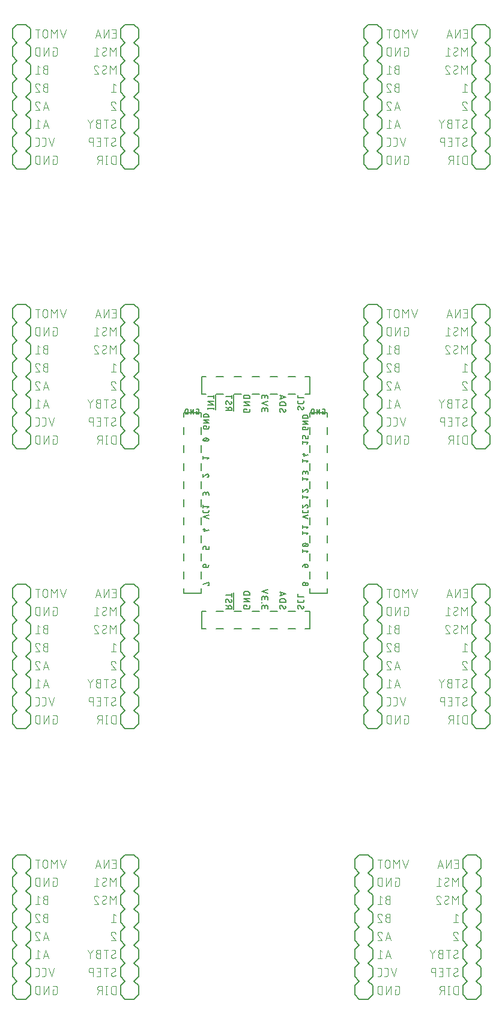
<source format=gbo>
G75*
%MOIN*%
%OFA0B0*%
%FSLAX25Y25*%
%IPPOS*%
%LPD*%
%AMOC8*
5,1,8,0,0,1.08239X$1,22.5*
%
%ADD10C,0.00600*%
%ADD11C,0.00500*%
%ADD12C,0.00700*%
%ADD13C,0.00400*%
D10*
X0140727Y0242879D02*
X0144127Y0242879D01*
X0144127Y0243823D01*
X0144126Y0243823D02*
X0144124Y0243883D01*
X0144118Y0243944D01*
X0144109Y0244003D01*
X0144095Y0244062D01*
X0144078Y0244120D01*
X0144057Y0244177D01*
X0144033Y0244233D01*
X0144005Y0244286D01*
X0143973Y0244338D01*
X0143939Y0244388D01*
X0143901Y0244435D01*
X0143860Y0244480D01*
X0143817Y0244522D01*
X0143771Y0244561D01*
X0143722Y0244597D01*
X0143671Y0244630D01*
X0143619Y0244660D01*
X0143564Y0244686D01*
X0143508Y0244709D01*
X0143451Y0244728D01*
X0143392Y0244743D01*
X0143333Y0244755D01*
X0143273Y0244763D01*
X0143212Y0244767D01*
X0143152Y0244767D01*
X0143091Y0244763D01*
X0143031Y0244755D01*
X0142972Y0244743D01*
X0142913Y0244728D01*
X0142856Y0244709D01*
X0142800Y0244686D01*
X0142745Y0244660D01*
X0142693Y0244630D01*
X0142642Y0244597D01*
X0142593Y0244561D01*
X0142547Y0244522D01*
X0142504Y0244480D01*
X0142463Y0244435D01*
X0142425Y0244388D01*
X0142391Y0244338D01*
X0142359Y0244286D01*
X0142331Y0244233D01*
X0142307Y0244177D01*
X0142286Y0244120D01*
X0142269Y0244062D01*
X0142255Y0244003D01*
X0142246Y0243944D01*
X0142240Y0243883D01*
X0142238Y0243823D01*
X0142238Y0242879D01*
X0142238Y0244012D02*
X0140727Y0244768D01*
X0142143Y0247836D02*
X0142114Y0247881D01*
X0142083Y0247924D01*
X0142048Y0247964D01*
X0142011Y0248002D01*
X0141972Y0248037D01*
X0141930Y0248070D01*
X0141885Y0248099D01*
X0141839Y0248126D01*
X0141791Y0248149D01*
X0141742Y0248169D01*
X0141692Y0248185D01*
X0141640Y0248198D01*
X0141588Y0248207D01*
X0141535Y0248212D01*
X0141482Y0248214D01*
X0141482Y0248215D02*
X0141428Y0248213D01*
X0141374Y0248207D01*
X0141321Y0248198D01*
X0141269Y0248184D01*
X0141218Y0248167D01*
X0141168Y0248147D01*
X0141120Y0248123D01*
X0141073Y0248095D01*
X0141029Y0248064D01*
X0140987Y0248030D01*
X0140947Y0247994D01*
X0140911Y0247954D01*
X0140877Y0247912D01*
X0140846Y0247868D01*
X0140818Y0247821D01*
X0140794Y0247773D01*
X0140774Y0247723D01*
X0140757Y0247672D01*
X0140743Y0247620D01*
X0140734Y0247567D01*
X0140728Y0247513D01*
X0140726Y0247459D01*
X0142143Y0247837D02*
X0142710Y0246798D01*
X0144127Y0247175D02*
X0144125Y0247245D01*
X0144120Y0247315D01*
X0144111Y0247385D01*
X0144099Y0247454D01*
X0144084Y0247522D01*
X0144065Y0247590D01*
X0144043Y0247656D01*
X0144017Y0247722D01*
X0143989Y0247786D01*
X0143957Y0247848D01*
X0143922Y0247909D01*
X0143884Y0247968D01*
X0143844Y0248025D01*
X0142710Y0246798D02*
X0142739Y0246753D01*
X0142770Y0246710D01*
X0142805Y0246670D01*
X0142842Y0246632D01*
X0142881Y0246597D01*
X0142923Y0246564D01*
X0142968Y0246535D01*
X0143014Y0246508D01*
X0143062Y0246485D01*
X0143111Y0246465D01*
X0143161Y0246449D01*
X0143213Y0246436D01*
X0143265Y0246427D01*
X0143318Y0246422D01*
X0143371Y0246420D01*
X0143371Y0246419D02*
X0143425Y0246421D01*
X0143479Y0246427D01*
X0143532Y0246436D01*
X0143584Y0246450D01*
X0143635Y0246467D01*
X0143685Y0246487D01*
X0143733Y0246511D01*
X0143780Y0246539D01*
X0143824Y0246570D01*
X0143866Y0246604D01*
X0143906Y0246640D01*
X0143942Y0246680D01*
X0143976Y0246722D01*
X0144007Y0246766D01*
X0144035Y0246813D01*
X0144059Y0246861D01*
X0144079Y0246911D01*
X0144096Y0246962D01*
X0144110Y0247014D01*
X0144119Y0247067D01*
X0144125Y0247121D01*
X0144127Y0247175D01*
X0141199Y0246326D02*
X0141145Y0246383D01*
X0141093Y0246442D01*
X0141044Y0246504D01*
X0140999Y0246568D01*
X0140956Y0246635D01*
X0140917Y0246703D01*
X0140882Y0246773D01*
X0140850Y0246845D01*
X0140821Y0246919D01*
X0140796Y0246993D01*
X0140775Y0247069D01*
X0140758Y0247146D01*
X0140744Y0247224D01*
X0140735Y0247302D01*
X0140729Y0247380D01*
X0140727Y0247459D01*
X0140727Y0250510D02*
X0144127Y0250510D01*
X0144127Y0251454D02*
X0144127Y0249565D01*
X0145327Y0251754D02*
X0145327Y0242579D01*
X0150727Y0243634D02*
X0150727Y0244768D01*
X0152616Y0244768D01*
X0152616Y0244201D01*
X0153371Y0242878D02*
X0153425Y0242880D01*
X0153479Y0242886D01*
X0153532Y0242895D01*
X0153584Y0242909D01*
X0153635Y0242926D01*
X0153685Y0242946D01*
X0153733Y0242970D01*
X0153780Y0242998D01*
X0153824Y0243029D01*
X0153866Y0243063D01*
X0153906Y0243099D01*
X0153942Y0243139D01*
X0153976Y0243181D01*
X0154007Y0243225D01*
X0154035Y0243272D01*
X0154059Y0243320D01*
X0154079Y0243370D01*
X0154096Y0243421D01*
X0154110Y0243473D01*
X0154119Y0243526D01*
X0154125Y0243580D01*
X0154127Y0243634D01*
X0154127Y0244768D01*
X0154127Y0246719D02*
X0150727Y0248608D01*
X0154127Y0248608D01*
X0154127Y0246719D02*
X0150727Y0246719D01*
X0150726Y0243634D02*
X0150728Y0243580D01*
X0150734Y0243526D01*
X0150743Y0243473D01*
X0150757Y0243421D01*
X0150774Y0243370D01*
X0150794Y0243320D01*
X0150818Y0243272D01*
X0150846Y0243225D01*
X0150877Y0243181D01*
X0150911Y0243139D01*
X0150947Y0243099D01*
X0150987Y0243063D01*
X0151029Y0243029D01*
X0151073Y0242998D01*
X0151120Y0242970D01*
X0151168Y0242946D01*
X0151218Y0242926D01*
X0151269Y0242909D01*
X0151321Y0242895D01*
X0151374Y0242886D01*
X0151428Y0242880D01*
X0151482Y0242878D01*
X0151482Y0242879D02*
X0153371Y0242879D01*
X0154127Y0250559D02*
X0150727Y0250559D01*
X0150727Y0251503D01*
X0150729Y0251562D01*
X0150734Y0251621D01*
X0150744Y0251680D01*
X0150757Y0251738D01*
X0150773Y0251795D01*
X0150793Y0251851D01*
X0150817Y0251905D01*
X0150844Y0251958D01*
X0150874Y0252009D01*
X0150907Y0252058D01*
X0150944Y0252105D01*
X0150983Y0252149D01*
X0151025Y0252191D01*
X0151069Y0252230D01*
X0151116Y0252267D01*
X0151165Y0252300D01*
X0151216Y0252330D01*
X0151269Y0252357D01*
X0151323Y0252381D01*
X0151379Y0252401D01*
X0151436Y0252417D01*
X0151494Y0252430D01*
X0151553Y0252440D01*
X0151612Y0252445D01*
X0151671Y0252447D01*
X0151671Y0252448D02*
X0153182Y0252448D01*
X0153182Y0252447D02*
X0153241Y0252445D01*
X0153300Y0252440D01*
X0153359Y0252430D01*
X0153417Y0252417D01*
X0153474Y0252401D01*
X0153530Y0252381D01*
X0153584Y0252357D01*
X0153637Y0252330D01*
X0153688Y0252300D01*
X0153737Y0252267D01*
X0153784Y0252230D01*
X0153828Y0252191D01*
X0153870Y0252149D01*
X0153909Y0252105D01*
X0153946Y0252058D01*
X0153979Y0252009D01*
X0154009Y0251958D01*
X0154036Y0251905D01*
X0154060Y0251851D01*
X0154080Y0251795D01*
X0154096Y0251738D01*
X0154109Y0251680D01*
X0154119Y0251621D01*
X0154124Y0251562D01*
X0154126Y0251503D01*
X0154127Y0251503D02*
X0154127Y0250559D01*
X0160727Y0248863D02*
X0160727Y0247919D01*
X0160727Y0248863D02*
X0160729Y0248923D01*
X0160735Y0248984D01*
X0160744Y0249043D01*
X0160758Y0249102D01*
X0160775Y0249160D01*
X0160796Y0249217D01*
X0160820Y0249273D01*
X0160848Y0249326D01*
X0160880Y0249378D01*
X0160914Y0249428D01*
X0160952Y0249475D01*
X0160993Y0249520D01*
X0161036Y0249562D01*
X0161082Y0249601D01*
X0161131Y0249637D01*
X0161182Y0249670D01*
X0161234Y0249700D01*
X0161289Y0249726D01*
X0161345Y0249749D01*
X0161402Y0249768D01*
X0161461Y0249783D01*
X0161520Y0249795D01*
X0161580Y0249803D01*
X0161641Y0249807D01*
X0161701Y0249807D01*
X0161762Y0249803D01*
X0161822Y0249795D01*
X0161881Y0249783D01*
X0161940Y0249768D01*
X0161997Y0249749D01*
X0162053Y0249726D01*
X0162108Y0249700D01*
X0162160Y0249670D01*
X0162211Y0249637D01*
X0162260Y0249601D01*
X0162306Y0249562D01*
X0162349Y0249520D01*
X0162390Y0249475D01*
X0162428Y0249428D01*
X0162462Y0249378D01*
X0162494Y0249326D01*
X0162522Y0249273D01*
X0162546Y0249217D01*
X0162567Y0249160D01*
X0162584Y0249102D01*
X0162598Y0249043D01*
X0162607Y0248984D01*
X0162613Y0248923D01*
X0162615Y0248863D01*
X0162616Y0249052D02*
X0162616Y0248296D01*
X0162615Y0249052D02*
X0162617Y0249106D01*
X0162623Y0249160D01*
X0162632Y0249213D01*
X0162646Y0249265D01*
X0162663Y0249316D01*
X0162683Y0249366D01*
X0162707Y0249414D01*
X0162735Y0249461D01*
X0162766Y0249505D01*
X0162800Y0249547D01*
X0162836Y0249587D01*
X0162876Y0249623D01*
X0162918Y0249657D01*
X0162962Y0249688D01*
X0163009Y0249716D01*
X0163057Y0249740D01*
X0163107Y0249760D01*
X0163158Y0249777D01*
X0163210Y0249791D01*
X0163263Y0249800D01*
X0163317Y0249806D01*
X0163371Y0249808D01*
X0163425Y0249806D01*
X0163479Y0249800D01*
X0163532Y0249791D01*
X0163584Y0249777D01*
X0163635Y0249760D01*
X0163685Y0249740D01*
X0163733Y0249716D01*
X0163780Y0249688D01*
X0163824Y0249657D01*
X0163866Y0249623D01*
X0163906Y0249587D01*
X0163942Y0249547D01*
X0163976Y0249505D01*
X0164007Y0249461D01*
X0164035Y0249414D01*
X0164059Y0249366D01*
X0164079Y0249316D01*
X0164096Y0249265D01*
X0164110Y0249213D01*
X0164119Y0249160D01*
X0164125Y0249106D01*
X0164127Y0249052D01*
X0164127Y0247919D01*
X0164127Y0251330D02*
X0160727Y0252463D01*
X0164127Y0253596D01*
X0160916Y0246438D02*
X0160727Y0246438D01*
X0160727Y0246249D01*
X0160916Y0246249D01*
X0160916Y0246438D01*
X0160727Y0243823D02*
X0160727Y0242879D01*
X0160727Y0243823D02*
X0160729Y0243883D01*
X0160735Y0243944D01*
X0160744Y0244003D01*
X0160758Y0244062D01*
X0160775Y0244120D01*
X0160796Y0244177D01*
X0160820Y0244233D01*
X0160848Y0244286D01*
X0160880Y0244338D01*
X0160914Y0244388D01*
X0160952Y0244435D01*
X0160993Y0244480D01*
X0161036Y0244522D01*
X0161082Y0244561D01*
X0161131Y0244597D01*
X0161182Y0244630D01*
X0161234Y0244660D01*
X0161289Y0244686D01*
X0161345Y0244709D01*
X0161402Y0244728D01*
X0161461Y0244743D01*
X0161520Y0244755D01*
X0161580Y0244763D01*
X0161641Y0244767D01*
X0161701Y0244767D01*
X0161762Y0244763D01*
X0161822Y0244755D01*
X0161881Y0244743D01*
X0161940Y0244728D01*
X0161997Y0244709D01*
X0162053Y0244686D01*
X0162108Y0244660D01*
X0162160Y0244630D01*
X0162211Y0244597D01*
X0162260Y0244561D01*
X0162306Y0244522D01*
X0162349Y0244480D01*
X0162390Y0244435D01*
X0162428Y0244388D01*
X0162462Y0244338D01*
X0162494Y0244286D01*
X0162522Y0244233D01*
X0162546Y0244177D01*
X0162567Y0244120D01*
X0162584Y0244062D01*
X0162598Y0244003D01*
X0162607Y0243944D01*
X0162613Y0243883D01*
X0162615Y0243823D01*
X0162616Y0244012D02*
X0162616Y0243257D01*
X0162615Y0244012D02*
X0162617Y0244066D01*
X0162623Y0244120D01*
X0162632Y0244173D01*
X0162646Y0244225D01*
X0162663Y0244276D01*
X0162683Y0244326D01*
X0162707Y0244374D01*
X0162735Y0244421D01*
X0162766Y0244465D01*
X0162800Y0244507D01*
X0162836Y0244547D01*
X0162876Y0244583D01*
X0162918Y0244617D01*
X0162962Y0244648D01*
X0163009Y0244676D01*
X0163057Y0244700D01*
X0163107Y0244720D01*
X0163158Y0244737D01*
X0163210Y0244751D01*
X0163263Y0244760D01*
X0163317Y0244766D01*
X0163371Y0244768D01*
X0163425Y0244766D01*
X0163479Y0244760D01*
X0163532Y0244751D01*
X0163584Y0244737D01*
X0163635Y0244720D01*
X0163685Y0244700D01*
X0163733Y0244676D01*
X0163780Y0244648D01*
X0163824Y0244617D01*
X0163866Y0244583D01*
X0163906Y0244547D01*
X0163942Y0244507D01*
X0163976Y0244465D01*
X0164007Y0244421D01*
X0164035Y0244374D01*
X0164059Y0244326D01*
X0164079Y0244276D01*
X0164096Y0244225D01*
X0164110Y0244173D01*
X0164119Y0244120D01*
X0164125Y0244066D01*
X0164127Y0244012D01*
X0164127Y0242879D01*
X0171482Y0244767D02*
X0171535Y0244765D01*
X0171588Y0244760D01*
X0171640Y0244751D01*
X0171692Y0244738D01*
X0171742Y0244722D01*
X0171791Y0244702D01*
X0171839Y0244679D01*
X0171885Y0244652D01*
X0171930Y0244623D01*
X0171972Y0244590D01*
X0172011Y0244555D01*
X0172048Y0244517D01*
X0172083Y0244477D01*
X0172114Y0244434D01*
X0172143Y0244389D01*
X0172143Y0244390D02*
X0172710Y0243351D01*
X0174127Y0243729D02*
X0174125Y0243799D01*
X0174120Y0243869D01*
X0174111Y0243939D01*
X0174099Y0244008D01*
X0174084Y0244076D01*
X0174065Y0244144D01*
X0174043Y0244210D01*
X0174017Y0244276D01*
X0173989Y0244340D01*
X0173957Y0244402D01*
X0173922Y0244463D01*
X0173884Y0244522D01*
X0173844Y0244579D01*
X0172710Y0243352D02*
X0172739Y0243307D01*
X0172770Y0243264D01*
X0172805Y0243224D01*
X0172842Y0243186D01*
X0172881Y0243151D01*
X0172923Y0243118D01*
X0172968Y0243089D01*
X0173014Y0243062D01*
X0173062Y0243039D01*
X0173111Y0243019D01*
X0173161Y0243003D01*
X0173213Y0242990D01*
X0173265Y0242981D01*
X0173318Y0242976D01*
X0173371Y0242974D01*
X0173371Y0242973D02*
X0173425Y0242975D01*
X0173479Y0242981D01*
X0173532Y0242990D01*
X0173584Y0243004D01*
X0173635Y0243021D01*
X0173685Y0243041D01*
X0173733Y0243065D01*
X0173780Y0243093D01*
X0173824Y0243124D01*
X0173866Y0243158D01*
X0173906Y0243194D01*
X0173942Y0243234D01*
X0173976Y0243276D01*
X0174007Y0243320D01*
X0174035Y0243367D01*
X0174059Y0243415D01*
X0174079Y0243465D01*
X0174096Y0243516D01*
X0174110Y0243568D01*
X0174119Y0243621D01*
X0174125Y0243675D01*
X0174127Y0243729D01*
X0171199Y0242879D02*
X0171145Y0242936D01*
X0171093Y0242995D01*
X0171044Y0243057D01*
X0170999Y0243121D01*
X0170956Y0243188D01*
X0170917Y0243256D01*
X0170882Y0243326D01*
X0170850Y0243398D01*
X0170821Y0243472D01*
X0170796Y0243546D01*
X0170775Y0243622D01*
X0170758Y0243699D01*
X0170744Y0243777D01*
X0170735Y0243855D01*
X0170729Y0243933D01*
X0170727Y0244012D01*
X0170726Y0244012D02*
X0170728Y0244066D01*
X0170734Y0244120D01*
X0170743Y0244173D01*
X0170757Y0244225D01*
X0170774Y0244276D01*
X0170794Y0244326D01*
X0170818Y0244374D01*
X0170846Y0244421D01*
X0170877Y0244465D01*
X0170911Y0244507D01*
X0170947Y0244547D01*
X0170987Y0244583D01*
X0171029Y0244617D01*
X0171073Y0244648D01*
X0171120Y0244676D01*
X0171168Y0244700D01*
X0171218Y0244720D01*
X0171269Y0244737D01*
X0171321Y0244751D01*
X0171374Y0244760D01*
X0171428Y0244766D01*
X0171482Y0244768D01*
X0170727Y0246479D02*
X0170727Y0247423D01*
X0170729Y0247482D01*
X0170734Y0247541D01*
X0170744Y0247600D01*
X0170757Y0247658D01*
X0170773Y0247715D01*
X0170793Y0247771D01*
X0170817Y0247825D01*
X0170844Y0247878D01*
X0170874Y0247929D01*
X0170907Y0247978D01*
X0170944Y0248025D01*
X0170983Y0248069D01*
X0171025Y0248111D01*
X0171069Y0248150D01*
X0171116Y0248187D01*
X0171165Y0248220D01*
X0171216Y0248250D01*
X0171269Y0248277D01*
X0171323Y0248301D01*
X0171379Y0248321D01*
X0171436Y0248337D01*
X0171494Y0248350D01*
X0171553Y0248360D01*
X0171612Y0248365D01*
X0171671Y0248367D01*
X0171671Y0248368D02*
X0173182Y0248368D01*
X0173182Y0248367D02*
X0173241Y0248365D01*
X0173300Y0248360D01*
X0173359Y0248350D01*
X0173417Y0248337D01*
X0173474Y0248321D01*
X0173530Y0248301D01*
X0173584Y0248277D01*
X0173637Y0248250D01*
X0173688Y0248220D01*
X0173737Y0248187D01*
X0173784Y0248150D01*
X0173828Y0248111D01*
X0173870Y0248069D01*
X0173909Y0248025D01*
X0173946Y0247978D01*
X0173979Y0247929D01*
X0174009Y0247878D01*
X0174036Y0247825D01*
X0174060Y0247771D01*
X0174080Y0247715D01*
X0174096Y0247658D01*
X0174109Y0247600D01*
X0174119Y0247541D01*
X0174124Y0247482D01*
X0174126Y0247423D01*
X0174127Y0247423D02*
X0174127Y0246479D01*
X0170727Y0246479D01*
X0170727Y0250010D02*
X0174127Y0251143D01*
X0170727Y0252276D01*
X0171577Y0251993D02*
X0171577Y0250293D01*
X0180727Y0251000D02*
X0180727Y0249489D01*
X0184127Y0249489D01*
X0184127Y0247855D02*
X0184127Y0247099D01*
X0184125Y0247045D01*
X0184119Y0246991D01*
X0184110Y0246938D01*
X0184096Y0246886D01*
X0184079Y0246835D01*
X0184059Y0246785D01*
X0184035Y0246737D01*
X0184007Y0246690D01*
X0183976Y0246646D01*
X0183942Y0246604D01*
X0183906Y0246564D01*
X0183866Y0246528D01*
X0183824Y0246494D01*
X0183780Y0246463D01*
X0183733Y0246435D01*
X0183685Y0246411D01*
X0183635Y0246391D01*
X0183584Y0246374D01*
X0183532Y0246360D01*
X0183479Y0246351D01*
X0183425Y0246345D01*
X0183371Y0246343D01*
X0183371Y0246344D02*
X0181482Y0246344D01*
X0181482Y0246343D02*
X0181428Y0246345D01*
X0181374Y0246351D01*
X0181321Y0246360D01*
X0181269Y0246374D01*
X0181218Y0246391D01*
X0181168Y0246411D01*
X0181120Y0246435D01*
X0181073Y0246463D01*
X0181029Y0246494D01*
X0180987Y0246528D01*
X0180947Y0246564D01*
X0180911Y0246604D01*
X0180877Y0246646D01*
X0180846Y0246690D01*
X0180818Y0246737D01*
X0180794Y0246785D01*
X0180774Y0246835D01*
X0180757Y0246886D01*
X0180743Y0246938D01*
X0180734Y0246991D01*
X0180728Y0247045D01*
X0180726Y0247099D01*
X0180727Y0247099D02*
X0180727Y0247855D01*
X0182143Y0244390D02*
X0182710Y0243351D01*
X0184127Y0243729D02*
X0184125Y0243799D01*
X0184120Y0243869D01*
X0184111Y0243939D01*
X0184099Y0244008D01*
X0184084Y0244076D01*
X0184065Y0244144D01*
X0184043Y0244210D01*
X0184017Y0244276D01*
X0183989Y0244340D01*
X0183957Y0244402D01*
X0183922Y0244463D01*
X0183884Y0244522D01*
X0183844Y0244579D01*
X0182710Y0243352D02*
X0182739Y0243307D01*
X0182770Y0243264D01*
X0182805Y0243224D01*
X0182842Y0243186D01*
X0182881Y0243151D01*
X0182923Y0243118D01*
X0182968Y0243089D01*
X0183014Y0243062D01*
X0183062Y0243039D01*
X0183111Y0243019D01*
X0183161Y0243003D01*
X0183213Y0242990D01*
X0183265Y0242981D01*
X0183318Y0242976D01*
X0183371Y0242974D01*
X0183371Y0242973D02*
X0183425Y0242975D01*
X0183479Y0242981D01*
X0183532Y0242990D01*
X0183584Y0243004D01*
X0183635Y0243021D01*
X0183685Y0243041D01*
X0183733Y0243065D01*
X0183780Y0243093D01*
X0183824Y0243124D01*
X0183866Y0243158D01*
X0183906Y0243194D01*
X0183942Y0243234D01*
X0183976Y0243276D01*
X0184007Y0243320D01*
X0184035Y0243367D01*
X0184059Y0243415D01*
X0184079Y0243465D01*
X0184096Y0243516D01*
X0184110Y0243568D01*
X0184119Y0243621D01*
X0184125Y0243675D01*
X0184127Y0243729D01*
X0181199Y0242879D02*
X0181145Y0242936D01*
X0181093Y0242995D01*
X0181044Y0243057D01*
X0180999Y0243121D01*
X0180956Y0243188D01*
X0180917Y0243256D01*
X0180882Y0243326D01*
X0180850Y0243398D01*
X0180821Y0243472D01*
X0180796Y0243546D01*
X0180775Y0243622D01*
X0180758Y0243699D01*
X0180744Y0243777D01*
X0180735Y0243855D01*
X0180729Y0243933D01*
X0180727Y0244012D01*
X0180726Y0244012D02*
X0180728Y0244066D01*
X0180734Y0244120D01*
X0180743Y0244173D01*
X0180757Y0244225D01*
X0180774Y0244276D01*
X0180794Y0244326D01*
X0180818Y0244374D01*
X0180846Y0244421D01*
X0180877Y0244465D01*
X0180911Y0244507D01*
X0180947Y0244547D01*
X0180987Y0244583D01*
X0181029Y0244617D01*
X0181073Y0244648D01*
X0181120Y0244676D01*
X0181168Y0244700D01*
X0181218Y0244720D01*
X0181269Y0244737D01*
X0181321Y0244751D01*
X0181374Y0244760D01*
X0181428Y0244766D01*
X0181482Y0244768D01*
X0181482Y0244767D02*
X0181535Y0244765D01*
X0181588Y0244760D01*
X0181640Y0244751D01*
X0181692Y0244738D01*
X0181742Y0244722D01*
X0181791Y0244702D01*
X0181839Y0244679D01*
X0181885Y0244652D01*
X0181930Y0244623D01*
X0181972Y0244590D01*
X0182011Y0244555D01*
X0182048Y0244517D01*
X0182083Y0244477D01*
X0182114Y0244434D01*
X0182143Y0244389D01*
X0172710Y0352353D02*
X0172143Y0353392D01*
X0170727Y0353014D02*
X0170729Y0352935D01*
X0170735Y0352857D01*
X0170744Y0352779D01*
X0170758Y0352701D01*
X0170775Y0352624D01*
X0170796Y0352548D01*
X0170821Y0352474D01*
X0170850Y0352400D01*
X0170882Y0352328D01*
X0170917Y0352258D01*
X0170956Y0352190D01*
X0170999Y0352123D01*
X0171044Y0352059D01*
X0171093Y0351997D01*
X0171145Y0351938D01*
X0171199Y0351881D01*
X0172143Y0353392D02*
X0172114Y0353437D01*
X0172083Y0353480D01*
X0172048Y0353520D01*
X0172011Y0353558D01*
X0171972Y0353593D01*
X0171930Y0353626D01*
X0171885Y0353655D01*
X0171839Y0353682D01*
X0171791Y0353705D01*
X0171742Y0353725D01*
X0171692Y0353741D01*
X0171640Y0353754D01*
X0171588Y0353763D01*
X0171535Y0353768D01*
X0171482Y0353770D01*
X0171428Y0353768D01*
X0171374Y0353762D01*
X0171321Y0353753D01*
X0171269Y0353739D01*
X0171218Y0353722D01*
X0171168Y0353702D01*
X0171120Y0353678D01*
X0171073Y0353650D01*
X0171029Y0353619D01*
X0170987Y0353585D01*
X0170947Y0353549D01*
X0170911Y0353509D01*
X0170877Y0353467D01*
X0170846Y0353423D01*
X0170818Y0353376D01*
X0170794Y0353328D01*
X0170774Y0353278D01*
X0170757Y0353227D01*
X0170743Y0353175D01*
X0170734Y0353122D01*
X0170728Y0353068D01*
X0170726Y0353014D01*
X0173844Y0353581D02*
X0173884Y0353524D01*
X0173922Y0353465D01*
X0173957Y0353404D01*
X0173989Y0353342D01*
X0174017Y0353278D01*
X0174043Y0353212D01*
X0174065Y0353146D01*
X0174084Y0353078D01*
X0174099Y0353010D01*
X0174111Y0352941D01*
X0174120Y0352871D01*
X0174125Y0352801D01*
X0174127Y0352731D01*
X0174125Y0352677D01*
X0174119Y0352623D01*
X0174110Y0352570D01*
X0174096Y0352518D01*
X0174079Y0352467D01*
X0174059Y0352417D01*
X0174035Y0352369D01*
X0174007Y0352322D01*
X0173976Y0352278D01*
X0173942Y0352236D01*
X0173906Y0352196D01*
X0173866Y0352160D01*
X0173824Y0352126D01*
X0173780Y0352095D01*
X0173733Y0352067D01*
X0173685Y0352043D01*
X0173635Y0352023D01*
X0173584Y0352006D01*
X0173532Y0351992D01*
X0173479Y0351983D01*
X0173425Y0351977D01*
X0173371Y0351975D01*
X0173371Y0351976D02*
X0173318Y0351978D01*
X0173265Y0351983D01*
X0173213Y0351992D01*
X0173161Y0352005D01*
X0173111Y0352021D01*
X0173062Y0352041D01*
X0173014Y0352064D01*
X0172968Y0352091D01*
X0172923Y0352120D01*
X0172881Y0352153D01*
X0172842Y0352188D01*
X0172805Y0352226D01*
X0172770Y0352266D01*
X0172739Y0352309D01*
X0172710Y0352354D01*
X0174127Y0355481D02*
X0170727Y0355481D01*
X0170727Y0356425D01*
X0170729Y0356484D01*
X0170734Y0356543D01*
X0170744Y0356602D01*
X0170757Y0356660D01*
X0170773Y0356717D01*
X0170793Y0356773D01*
X0170817Y0356827D01*
X0170844Y0356880D01*
X0170874Y0356931D01*
X0170907Y0356980D01*
X0170944Y0357027D01*
X0170983Y0357071D01*
X0171025Y0357113D01*
X0171069Y0357152D01*
X0171116Y0357189D01*
X0171165Y0357222D01*
X0171216Y0357252D01*
X0171269Y0357279D01*
X0171323Y0357303D01*
X0171379Y0357323D01*
X0171436Y0357339D01*
X0171494Y0357352D01*
X0171553Y0357362D01*
X0171612Y0357367D01*
X0171671Y0357369D01*
X0171671Y0357370D02*
X0173182Y0357370D01*
X0173182Y0357369D02*
X0173241Y0357367D01*
X0173300Y0357362D01*
X0173359Y0357352D01*
X0173417Y0357339D01*
X0173474Y0357323D01*
X0173530Y0357303D01*
X0173584Y0357279D01*
X0173637Y0357252D01*
X0173688Y0357222D01*
X0173737Y0357189D01*
X0173784Y0357152D01*
X0173828Y0357113D01*
X0173870Y0357071D01*
X0173909Y0357027D01*
X0173946Y0356980D01*
X0173979Y0356931D01*
X0174009Y0356880D01*
X0174036Y0356827D01*
X0174060Y0356773D01*
X0174080Y0356717D01*
X0174096Y0356660D01*
X0174109Y0356602D01*
X0174119Y0356543D01*
X0174124Y0356484D01*
X0174126Y0356425D01*
X0174127Y0356425D02*
X0174127Y0355481D01*
X0171577Y0359295D02*
X0171577Y0360995D01*
X0170727Y0361279D02*
X0174127Y0360145D01*
X0170727Y0359012D01*
X0164127Y0359390D02*
X0164127Y0360523D01*
X0164125Y0360577D01*
X0164119Y0360631D01*
X0164110Y0360684D01*
X0164096Y0360736D01*
X0164079Y0360787D01*
X0164059Y0360837D01*
X0164035Y0360885D01*
X0164007Y0360932D01*
X0163976Y0360976D01*
X0163942Y0361018D01*
X0163906Y0361058D01*
X0163866Y0361094D01*
X0163824Y0361128D01*
X0163780Y0361159D01*
X0163733Y0361187D01*
X0163685Y0361211D01*
X0163635Y0361231D01*
X0163584Y0361248D01*
X0163532Y0361262D01*
X0163479Y0361271D01*
X0163425Y0361277D01*
X0163371Y0361279D01*
X0163317Y0361277D01*
X0163263Y0361271D01*
X0163210Y0361262D01*
X0163158Y0361248D01*
X0163107Y0361231D01*
X0163057Y0361211D01*
X0163009Y0361187D01*
X0162962Y0361159D01*
X0162918Y0361128D01*
X0162876Y0361094D01*
X0162836Y0361058D01*
X0162800Y0361018D01*
X0162766Y0360976D01*
X0162735Y0360932D01*
X0162707Y0360885D01*
X0162683Y0360837D01*
X0162663Y0360787D01*
X0162646Y0360736D01*
X0162632Y0360684D01*
X0162623Y0360631D01*
X0162617Y0360577D01*
X0162615Y0360523D01*
X0162616Y0360523D02*
X0162616Y0359768D01*
X0162615Y0360334D02*
X0162613Y0360394D01*
X0162607Y0360455D01*
X0162598Y0360514D01*
X0162584Y0360573D01*
X0162567Y0360631D01*
X0162546Y0360688D01*
X0162522Y0360744D01*
X0162494Y0360797D01*
X0162462Y0360849D01*
X0162428Y0360899D01*
X0162390Y0360946D01*
X0162349Y0360991D01*
X0162306Y0361033D01*
X0162260Y0361072D01*
X0162211Y0361108D01*
X0162160Y0361141D01*
X0162108Y0361171D01*
X0162053Y0361197D01*
X0161997Y0361220D01*
X0161940Y0361239D01*
X0161881Y0361254D01*
X0161822Y0361266D01*
X0161762Y0361274D01*
X0161701Y0361278D01*
X0161641Y0361278D01*
X0161580Y0361274D01*
X0161520Y0361266D01*
X0161461Y0361254D01*
X0161402Y0361239D01*
X0161345Y0361220D01*
X0161289Y0361197D01*
X0161234Y0361171D01*
X0161182Y0361141D01*
X0161131Y0361108D01*
X0161082Y0361072D01*
X0161036Y0361033D01*
X0160993Y0360991D01*
X0160952Y0360946D01*
X0160914Y0360899D01*
X0160880Y0360849D01*
X0160848Y0360797D01*
X0160820Y0360744D01*
X0160796Y0360688D01*
X0160775Y0360631D01*
X0160758Y0360573D01*
X0160744Y0360514D01*
X0160735Y0360455D01*
X0160729Y0360394D01*
X0160727Y0360334D01*
X0160727Y0359390D01*
X0160727Y0356734D02*
X0164127Y0357868D01*
X0164127Y0355601D02*
X0160727Y0356734D01*
X0160727Y0353134D02*
X0160727Y0352190D01*
X0160727Y0353134D02*
X0160729Y0353194D01*
X0160735Y0353255D01*
X0160744Y0353314D01*
X0160758Y0353373D01*
X0160775Y0353431D01*
X0160796Y0353488D01*
X0160820Y0353544D01*
X0160848Y0353597D01*
X0160880Y0353649D01*
X0160914Y0353699D01*
X0160952Y0353746D01*
X0160993Y0353791D01*
X0161036Y0353833D01*
X0161082Y0353872D01*
X0161131Y0353908D01*
X0161182Y0353941D01*
X0161234Y0353971D01*
X0161289Y0353997D01*
X0161345Y0354020D01*
X0161402Y0354039D01*
X0161461Y0354054D01*
X0161520Y0354066D01*
X0161580Y0354074D01*
X0161641Y0354078D01*
X0161701Y0354078D01*
X0161762Y0354074D01*
X0161822Y0354066D01*
X0161881Y0354054D01*
X0161940Y0354039D01*
X0161997Y0354020D01*
X0162053Y0353997D01*
X0162108Y0353971D01*
X0162160Y0353941D01*
X0162211Y0353908D01*
X0162260Y0353872D01*
X0162306Y0353833D01*
X0162349Y0353791D01*
X0162390Y0353746D01*
X0162428Y0353699D01*
X0162462Y0353649D01*
X0162494Y0353597D01*
X0162522Y0353544D01*
X0162546Y0353488D01*
X0162567Y0353431D01*
X0162584Y0353373D01*
X0162598Y0353314D01*
X0162607Y0353255D01*
X0162613Y0353194D01*
X0162615Y0353134D01*
X0162616Y0353323D02*
X0162616Y0352568D01*
X0162615Y0353323D02*
X0162617Y0353377D01*
X0162623Y0353431D01*
X0162632Y0353484D01*
X0162646Y0353536D01*
X0162663Y0353587D01*
X0162683Y0353637D01*
X0162707Y0353685D01*
X0162735Y0353732D01*
X0162766Y0353776D01*
X0162800Y0353818D01*
X0162836Y0353858D01*
X0162876Y0353894D01*
X0162918Y0353928D01*
X0162962Y0353959D01*
X0163009Y0353987D01*
X0163057Y0354011D01*
X0163107Y0354031D01*
X0163158Y0354048D01*
X0163210Y0354062D01*
X0163263Y0354071D01*
X0163317Y0354077D01*
X0163371Y0354079D01*
X0163425Y0354077D01*
X0163479Y0354071D01*
X0163532Y0354062D01*
X0163584Y0354048D01*
X0163635Y0354031D01*
X0163685Y0354011D01*
X0163733Y0353987D01*
X0163780Y0353959D01*
X0163824Y0353928D01*
X0163866Y0353894D01*
X0163906Y0353858D01*
X0163942Y0353818D01*
X0163976Y0353776D01*
X0164007Y0353732D01*
X0164035Y0353685D01*
X0164059Y0353637D01*
X0164079Y0353587D01*
X0164096Y0353536D01*
X0164110Y0353484D01*
X0164119Y0353431D01*
X0164125Y0353377D01*
X0164127Y0353323D01*
X0164127Y0352190D01*
X0154127Y0352465D02*
X0154127Y0353599D01*
X0154127Y0352465D02*
X0154125Y0352411D01*
X0154119Y0352357D01*
X0154110Y0352304D01*
X0154096Y0352252D01*
X0154079Y0352201D01*
X0154059Y0352151D01*
X0154035Y0352103D01*
X0154007Y0352056D01*
X0153976Y0352012D01*
X0153942Y0351970D01*
X0153906Y0351930D01*
X0153866Y0351894D01*
X0153824Y0351860D01*
X0153780Y0351829D01*
X0153733Y0351801D01*
X0153685Y0351777D01*
X0153635Y0351757D01*
X0153584Y0351740D01*
X0153532Y0351726D01*
X0153479Y0351717D01*
X0153425Y0351711D01*
X0153371Y0351709D01*
X0153371Y0351710D02*
X0151482Y0351710D01*
X0151482Y0351709D02*
X0151428Y0351711D01*
X0151374Y0351717D01*
X0151321Y0351726D01*
X0151269Y0351740D01*
X0151218Y0351757D01*
X0151168Y0351777D01*
X0151120Y0351801D01*
X0151073Y0351829D01*
X0151029Y0351860D01*
X0150987Y0351894D01*
X0150947Y0351930D01*
X0150911Y0351970D01*
X0150877Y0352012D01*
X0150846Y0352056D01*
X0150818Y0352103D01*
X0150794Y0352151D01*
X0150774Y0352201D01*
X0150757Y0352252D01*
X0150743Y0352304D01*
X0150734Y0352357D01*
X0150728Y0352411D01*
X0150726Y0352465D01*
X0150727Y0352465D02*
X0150727Y0353599D01*
X0152616Y0353599D01*
X0152616Y0353032D01*
X0154127Y0355550D02*
X0150727Y0357439D01*
X0154127Y0357439D01*
X0154127Y0355550D02*
X0150727Y0355550D01*
X0150727Y0359390D02*
X0150727Y0360334D01*
X0150729Y0360393D01*
X0150734Y0360452D01*
X0150744Y0360511D01*
X0150757Y0360569D01*
X0150773Y0360626D01*
X0150793Y0360682D01*
X0150817Y0360736D01*
X0150844Y0360789D01*
X0150874Y0360840D01*
X0150907Y0360889D01*
X0150944Y0360936D01*
X0150983Y0360980D01*
X0151025Y0361022D01*
X0151069Y0361061D01*
X0151116Y0361098D01*
X0151165Y0361131D01*
X0151216Y0361161D01*
X0151269Y0361188D01*
X0151323Y0361212D01*
X0151379Y0361232D01*
X0151436Y0361248D01*
X0151494Y0361261D01*
X0151553Y0361271D01*
X0151612Y0361276D01*
X0151671Y0361278D01*
X0151671Y0361279D02*
X0153182Y0361279D01*
X0153182Y0361278D02*
X0153241Y0361276D01*
X0153300Y0361271D01*
X0153359Y0361261D01*
X0153417Y0361248D01*
X0153474Y0361232D01*
X0153530Y0361212D01*
X0153584Y0361188D01*
X0153637Y0361161D01*
X0153688Y0361131D01*
X0153737Y0361098D01*
X0153784Y0361061D01*
X0153828Y0361022D01*
X0153870Y0360980D01*
X0153909Y0360936D01*
X0153946Y0360889D01*
X0153979Y0360840D01*
X0154009Y0360789D01*
X0154036Y0360736D01*
X0154060Y0360682D01*
X0154080Y0360626D01*
X0154096Y0360569D01*
X0154109Y0360511D01*
X0154119Y0360452D01*
X0154124Y0360393D01*
X0154126Y0360334D01*
X0154127Y0360334D02*
X0154127Y0359390D01*
X0150727Y0359390D01*
X0145327Y0361579D02*
X0145327Y0352403D01*
X0144127Y0352703D02*
X0144127Y0353648D01*
X0144127Y0352703D02*
X0140727Y0352703D01*
X0142238Y0352703D02*
X0142238Y0353648D01*
X0142238Y0353837D02*
X0140727Y0354592D01*
X0142238Y0353648D02*
X0142240Y0353708D01*
X0142246Y0353769D01*
X0142255Y0353828D01*
X0142269Y0353887D01*
X0142286Y0353945D01*
X0142307Y0354002D01*
X0142331Y0354058D01*
X0142359Y0354111D01*
X0142391Y0354163D01*
X0142425Y0354213D01*
X0142463Y0354260D01*
X0142504Y0354305D01*
X0142547Y0354347D01*
X0142593Y0354386D01*
X0142642Y0354422D01*
X0142693Y0354455D01*
X0142745Y0354485D01*
X0142800Y0354511D01*
X0142856Y0354534D01*
X0142913Y0354553D01*
X0142972Y0354568D01*
X0143031Y0354580D01*
X0143091Y0354588D01*
X0143152Y0354592D01*
X0143212Y0354592D01*
X0143273Y0354588D01*
X0143333Y0354580D01*
X0143392Y0354568D01*
X0143451Y0354553D01*
X0143508Y0354534D01*
X0143564Y0354511D01*
X0143619Y0354485D01*
X0143671Y0354455D01*
X0143722Y0354422D01*
X0143771Y0354386D01*
X0143817Y0354347D01*
X0143860Y0354305D01*
X0143901Y0354260D01*
X0143939Y0354213D01*
X0143973Y0354163D01*
X0144005Y0354111D01*
X0144033Y0354058D01*
X0144057Y0354002D01*
X0144078Y0353945D01*
X0144095Y0353887D01*
X0144109Y0353828D01*
X0144118Y0353769D01*
X0144124Y0353708D01*
X0144126Y0353648D01*
X0142710Y0356622D02*
X0142143Y0357661D01*
X0140727Y0357283D02*
X0140729Y0357204D01*
X0140735Y0357126D01*
X0140744Y0357048D01*
X0140758Y0356970D01*
X0140775Y0356893D01*
X0140796Y0356817D01*
X0140821Y0356743D01*
X0140850Y0356669D01*
X0140882Y0356597D01*
X0140917Y0356527D01*
X0140956Y0356459D01*
X0140999Y0356392D01*
X0141044Y0356328D01*
X0141093Y0356266D01*
X0141145Y0356207D01*
X0141199Y0356150D01*
X0142143Y0357660D02*
X0142114Y0357705D01*
X0142083Y0357748D01*
X0142048Y0357788D01*
X0142011Y0357826D01*
X0141972Y0357861D01*
X0141930Y0357894D01*
X0141885Y0357923D01*
X0141839Y0357950D01*
X0141791Y0357973D01*
X0141742Y0357993D01*
X0141692Y0358009D01*
X0141640Y0358022D01*
X0141588Y0358031D01*
X0141535Y0358036D01*
X0141482Y0358038D01*
X0141482Y0358039D02*
X0141428Y0358037D01*
X0141374Y0358031D01*
X0141321Y0358022D01*
X0141269Y0358008D01*
X0141218Y0357991D01*
X0141168Y0357971D01*
X0141120Y0357947D01*
X0141073Y0357919D01*
X0141029Y0357888D01*
X0140987Y0357854D01*
X0140947Y0357818D01*
X0140911Y0357778D01*
X0140877Y0357736D01*
X0140846Y0357692D01*
X0140818Y0357645D01*
X0140794Y0357597D01*
X0140774Y0357547D01*
X0140757Y0357496D01*
X0140743Y0357444D01*
X0140734Y0357391D01*
X0140728Y0357337D01*
X0140726Y0357283D01*
X0143844Y0357850D02*
X0143884Y0357793D01*
X0143922Y0357734D01*
X0143957Y0357673D01*
X0143989Y0357611D01*
X0144017Y0357547D01*
X0144043Y0357481D01*
X0144065Y0357415D01*
X0144084Y0357347D01*
X0144099Y0357279D01*
X0144111Y0357210D01*
X0144120Y0357140D01*
X0144125Y0357070D01*
X0144127Y0357000D01*
X0144125Y0356946D01*
X0144119Y0356892D01*
X0144110Y0356839D01*
X0144096Y0356787D01*
X0144079Y0356736D01*
X0144059Y0356686D01*
X0144035Y0356638D01*
X0144007Y0356591D01*
X0143976Y0356547D01*
X0143942Y0356505D01*
X0143906Y0356465D01*
X0143866Y0356429D01*
X0143824Y0356395D01*
X0143780Y0356364D01*
X0143733Y0356336D01*
X0143685Y0356312D01*
X0143635Y0356292D01*
X0143584Y0356275D01*
X0143532Y0356261D01*
X0143479Y0356252D01*
X0143425Y0356246D01*
X0143371Y0356244D01*
X0143371Y0356245D02*
X0143318Y0356247D01*
X0143265Y0356252D01*
X0143213Y0356261D01*
X0143161Y0356274D01*
X0143111Y0356290D01*
X0143062Y0356310D01*
X0143014Y0356333D01*
X0142968Y0356360D01*
X0142923Y0356389D01*
X0142881Y0356422D01*
X0142842Y0356457D01*
X0142805Y0356495D01*
X0142770Y0356535D01*
X0142739Y0356578D01*
X0142710Y0356623D01*
X0144127Y0359390D02*
X0144127Y0361279D01*
X0144127Y0360334D02*
X0140727Y0360334D01*
X0135327Y0361579D02*
X0135327Y0353177D01*
X0134127Y0353477D02*
X0134127Y0354232D01*
X0134127Y0353854D02*
X0130727Y0353854D01*
X0130727Y0353477D02*
X0130727Y0354232D01*
X0130727Y0355910D02*
X0134127Y0355910D01*
X0130727Y0357799D01*
X0134127Y0357799D01*
X0134127Y0359390D02*
X0134127Y0361279D01*
X0134127Y0360334D02*
X0130727Y0360334D01*
X0180727Y0359768D02*
X0180727Y0361279D01*
X0180727Y0359768D02*
X0184127Y0359768D01*
X0184127Y0358134D02*
X0184127Y0357378D01*
X0184125Y0357324D01*
X0184119Y0357270D01*
X0184110Y0357217D01*
X0184096Y0357165D01*
X0184079Y0357114D01*
X0184059Y0357064D01*
X0184035Y0357016D01*
X0184007Y0356969D01*
X0183976Y0356925D01*
X0183942Y0356883D01*
X0183906Y0356843D01*
X0183866Y0356807D01*
X0183824Y0356773D01*
X0183780Y0356742D01*
X0183733Y0356714D01*
X0183685Y0356690D01*
X0183635Y0356670D01*
X0183584Y0356653D01*
X0183532Y0356639D01*
X0183479Y0356630D01*
X0183425Y0356624D01*
X0183371Y0356622D01*
X0181482Y0356622D01*
X0181428Y0356624D01*
X0181374Y0356630D01*
X0181321Y0356639D01*
X0181269Y0356653D01*
X0181218Y0356670D01*
X0181168Y0356690D01*
X0181120Y0356714D01*
X0181073Y0356742D01*
X0181029Y0356773D01*
X0180987Y0356807D01*
X0180947Y0356843D01*
X0180911Y0356883D01*
X0180877Y0356925D01*
X0180846Y0356969D01*
X0180818Y0357016D01*
X0180794Y0357064D01*
X0180774Y0357114D01*
X0180757Y0357165D01*
X0180743Y0357217D01*
X0180734Y0357270D01*
X0180728Y0357324D01*
X0180726Y0357378D01*
X0180727Y0357378D02*
X0180727Y0358134D01*
X0182143Y0354669D02*
X0182710Y0353630D01*
X0184127Y0354007D02*
X0184125Y0354077D01*
X0184120Y0354147D01*
X0184111Y0354217D01*
X0184099Y0354286D01*
X0184084Y0354354D01*
X0184065Y0354422D01*
X0184043Y0354488D01*
X0184017Y0354554D01*
X0183989Y0354618D01*
X0183957Y0354680D01*
X0183922Y0354741D01*
X0183884Y0354800D01*
X0183844Y0354857D01*
X0182710Y0353630D02*
X0182739Y0353585D01*
X0182770Y0353542D01*
X0182805Y0353502D01*
X0182842Y0353464D01*
X0182881Y0353429D01*
X0182923Y0353396D01*
X0182968Y0353367D01*
X0183014Y0353340D01*
X0183062Y0353317D01*
X0183111Y0353297D01*
X0183161Y0353281D01*
X0183213Y0353268D01*
X0183265Y0353259D01*
X0183318Y0353254D01*
X0183371Y0353252D01*
X0183371Y0353251D02*
X0183425Y0353253D01*
X0183479Y0353259D01*
X0183532Y0353268D01*
X0183584Y0353282D01*
X0183635Y0353299D01*
X0183685Y0353319D01*
X0183733Y0353343D01*
X0183780Y0353371D01*
X0183824Y0353402D01*
X0183866Y0353436D01*
X0183906Y0353472D01*
X0183942Y0353512D01*
X0183976Y0353554D01*
X0184007Y0353598D01*
X0184035Y0353645D01*
X0184059Y0353693D01*
X0184079Y0353743D01*
X0184096Y0353794D01*
X0184110Y0353846D01*
X0184119Y0353899D01*
X0184125Y0353953D01*
X0184127Y0354007D01*
X0181199Y0353158D02*
X0181145Y0353215D01*
X0181093Y0353274D01*
X0181044Y0353336D01*
X0180999Y0353400D01*
X0180956Y0353467D01*
X0180917Y0353535D01*
X0180882Y0353605D01*
X0180850Y0353677D01*
X0180821Y0353751D01*
X0180796Y0353825D01*
X0180775Y0353901D01*
X0180758Y0353978D01*
X0180744Y0354056D01*
X0180735Y0354134D01*
X0180729Y0354212D01*
X0180727Y0354291D01*
X0180726Y0354291D02*
X0180728Y0354345D01*
X0180734Y0354399D01*
X0180743Y0354452D01*
X0180757Y0354504D01*
X0180774Y0354555D01*
X0180794Y0354605D01*
X0180818Y0354653D01*
X0180846Y0354700D01*
X0180877Y0354744D01*
X0180911Y0354786D01*
X0180947Y0354826D01*
X0180987Y0354862D01*
X0181029Y0354896D01*
X0181073Y0354927D01*
X0181120Y0354955D01*
X0181168Y0354979D01*
X0181218Y0354999D01*
X0181269Y0355016D01*
X0181321Y0355030D01*
X0181374Y0355039D01*
X0181428Y0355045D01*
X0181482Y0355047D01*
X0181482Y0355046D02*
X0181535Y0355044D01*
X0181588Y0355039D01*
X0181640Y0355030D01*
X0181692Y0355017D01*
X0181742Y0355001D01*
X0181791Y0354981D01*
X0181839Y0354958D01*
X0181885Y0354931D01*
X0181930Y0354902D01*
X0181972Y0354869D01*
X0182011Y0354834D01*
X0182048Y0354796D01*
X0182083Y0354756D01*
X0182114Y0354713D01*
X0182143Y0354668D01*
D11*
X0022427Y0029079D02*
X0024927Y0026579D01*
X0029927Y0026579D01*
X0032427Y0029079D01*
X0032427Y0034079D01*
X0029927Y0036579D01*
X0032427Y0039079D01*
X0032427Y0044079D01*
X0029927Y0046579D01*
X0032427Y0049079D01*
X0032427Y0054079D01*
X0029927Y0056579D01*
X0032427Y0059079D01*
X0032427Y0064079D01*
X0029927Y0066579D01*
X0032427Y0069079D01*
X0032427Y0074079D01*
X0029927Y0076579D01*
X0032427Y0079079D01*
X0032427Y0084079D01*
X0029927Y0086579D01*
X0032427Y0089079D01*
X0032427Y0094079D01*
X0029927Y0096579D01*
X0032427Y0099079D01*
X0032427Y0104079D01*
X0029927Y0106579D01*
X0024927Y0106579D01*
X0022427Y0104079D01*
X0022427Y0099079D01*
X0024927Y0096579D01*
X0022427Y0094079D01*
X0022427Y0089079D01*
X0024927Y0086579D01*
X0022427Y0084079D01*
X0022427Y0079079D01*
X0024927Y0076579D01*
X0022427Y0074079D01*
X0022427Y0069079D01*
X0024927Y0066579D01*
X0022427Y0064079D01*
X0022427Y0059079D01*
X0024927Y0056579D01*
X0022427Y0054079D01*
X0022427Y0049079D01*
X0024927Y0046579D01*
X0022427Y0044079D01*
X0022427Y0039079D01*
X0024927Y0036579D01*
X0022427Y0034079D01*
X0022427Y0029079D01*
X0082427Y0029079D02*
X0084927Y0026579D01*
X0089927Y0026579D01*
X0092427Y0029079D01*
X0092427Y0034079D01*
X0089927Y0036579D01*
X0092427Y0039079D01*
X0092427Y0044079D01*
X0089927Y0046579D01*
X0092427Y0049079D01*
X0092427Y0054079D01*
X0089927Y0056579D01*
X0092427Y0059079D01*
X0092427Y0064079D01*
X0089927Y0066579D01*
X0092427Y0069079D01*
X0092427Y0074079D01*
X0089927Y0076579D01*
X0092427Y0079079D01*
X0092427Y0084079D01*
X0089927Y0086579D01*
X0092427Y0089079D01*
X0092427Y0094079D01*
X0089927Y0096579D01*
X0092427Y0099079D01*
X0092427Y0104079D01*
X0089927Y0106579D01*
X0084927Y0106579D01*
X0082427Y0104079D01*
X0082427Y0099079D01*
X0084927Y0096579D01*
X0082427Y0094079D01*
X0082427Y0089079D01*
X0084927Y0086579D01*
X0082427Y0084079D01*
X0082427Y0079079D01*
X0084927Y0076579D01*
X0082427Y0074079D01*
X0082427Y0069079D01*
X0084927Y0066579D01*
X0082427Y0064079D01*
X0082427Y0059079D01*
X0084927Y0056579D01*
X0082427Y0054079D01*
X0082427Y0049079D01*
X0084927Y0046579D01*
X0082427Y0044079D01*
X0082427Y0039079D01*
X0084927Y0036579D01*
X0082427Y0034079D01*
X0082427Y0029079D01*
X0084927Y0176579D02*
X0082427Y0179079D01*
X0082427Y0184079D01*
X0084927Y0186579D01*
X0082427Y0189079D01*
X0082427Y0194079D01*
X0084927Y0196579D01*
X0082427Y0199079D01*
X0082427Y0204079D01*
X0084927Y0206579D01*
X0082427Y0209079D01*
X0082427Y0214079D01*
X0084927Y0216579D01*
X0082427Y0219079D01*
X0082427Y0224079D01*
X0084927Y0226579D01*
X0082427Y0229079D01*
X0082427Y0234079D01*
X0084927Y0236579D01*
X0082427Y0239079D01*
X0082427Y0244079D01*
X0084927Y0246579D01*
X0082427Y0249079D01*
X0082427Y0254079D01*
X0084927Y0256579D01*
X0089927Y0256579D01*
X0092427Y0254079D01*
X0092427Y0249079D01*
X0089927Y0246579D01*
X0092427Y0244079D01*
X0092427Y0239079D01*
X0089927Y0236579D01*
X0092427Y0234079D01*
X0092427Y0229079D01*
X0089927Y0226579D01*
X0092427Y0224079D01*
X0092427Y0219079D01*
X0089927Y0216579D01*
X0092427Y0214079D01*
X0092427Y0209079D01*
X0089927Y0206579D01*
X0092427Y0204079D01*
X0092427Y0199079D01*
X0089927Y0196579D01*
X0092427Y0194079D01*
X0092427Y0189079D01*
X0089927Y0186579D01*
X0092427Y0184079D01*
X0092427Y0179079D01*
X0089927Y0176579D01*
X0084927Y0176579D01*
X0128277Y0256579D02*
X0131377Y0257440D01*
X0131377Y0255718D01*
X0131032Y0255718D01*
X0129999Y0265718D02*
X0129138Y0265718D01*
X0129080Y0265720D01*
X0129023Y0265726D01*
X0128967Y0265735D01*
X0128911Y0265749D01*
X0128856Y0265766D01*
X0128802Y0265786D01*
X0128750Y0265811D01*
X0128699Y0265838D01*
X0128651Y0265869D01*
X0128604Y0265903D01*
X0128560Y0265940D01*
X0128519Y0265980D01*
X0128480Y0266023D01*
X0128445Y0266068D01*
X0128412Y0266116D01*
X0128383Y0266165D01*
X0128357Y0266217D01*
X0128335Y0266270D01*
X0128316Y0266324D01*
X0128300Y0266379D01*
X0128289Y0266436D01*
X0128281Y0266493D01*
X0128277Y0266550D01*
X0128277Y0266608D01*
X0128281Y0266665D01*
X0128289Y0266722D01*
X0128300Y0266779D01*
X0128316Y0266834D01*
X0128335Y0266888D01*
X0128357Y0266941D01*
X0128383Y0266993D01*
X0128412Y0267042D01*
X0128445Y0267090D01*
X0128480Y0267135D01*
X0128519Y0267178D01*
X0128560Y0267218D01*
X0128604Y0267255D01*
X0128651Y0267289D01*
X0128699Y0267320D01*
X0128750Y0267347D01*
X0128802Y0267372D01*
X0128856Y0267392D01*
X0128911Y0267409D01*
X0128967Y0267423D01*
X0129023Y0267432D01*
X0129080Y0267438D01*
X0129138Y0267440D01*
X0129310Y0267440D01*
X0129361Y0267438D01*
X0129413Y0267432D01*
X0129463Y0267423D01*
X0129513Y0267409D01*
X0129562Y0267392D01*
X0129609Y0267372D01*
X0129655Y0267348D01*
X0129698Y0267320D01*
X0129740Y0267290D01*
X0129779Y0267256D01*
X0129815Y0267220D01*
X0129849Y0267181D01*
X0129879Y0267139D01*
X0129907Y0267096D01*
X0129931Y0267050D01*
X0129951Y0267003D01*
X0129968Y0266954D01*
X0129982Y0266904D01*
X0129991Y0266854D01*
X0129997Y0266802D01*
X0129999Y0266751D01*
X0129999Y0265718D01*
X0129999Y0265717D02*
X0130071Y0265719D01*
X0130143Y0265725D01*
X0130215Y0265734D01*
X0130286Y0265747D01*
X0130356Y0265764D01*
X0130425Y0265784D01*
X0130493Y0265809D01*
X0130559Y0265836D01*
X0130625Y0265867D01*
X0130688Y0265902D01*
X0130750Y0265939D01*
X0130809Y0265980D01*
X0130866Y0266024D01*
X0130921Y0266071D01*
X0130973Y0266121D01*
X0131023Y0266173D01*
X0131070Y0266228D01*
X0131114Y0266285D01*
X0131155Y0266344D01*
X0131192Y0266406D01*
X0131227Y0266469D01*
X0131258Y0266535D01*
X0131285Y0266601D01*
X0131310Y0266669D01*
X0131330Y0266738D01*
X0131347Y0266808D01*
X0131360Y0266879D01*
X0131369Y0266951D01*
X0131375Y0267023D01*
X0131377Y0267095D01*
X0131377Y0275718D02*
X0131377Y0277440D01*
X0129999Y0276751D02*
X0129999Y0275718D01*
X0131377Y0275718D01*
X0129999Y0276751D02*
X0129997Y0276802D01*
X0129991Y0276854D01*
X0129982Y0276904D01*
X0129968Y0276954D01*
X0129951Y0277003D01*
X0129931Y0277050D01*
X0129907Y0277096D01*
X0129879Y0277139D01*
X0129849Y0277181D01*
X0129815Y0277220D01*
X0129779Y0277256D01*
X0129740Y0277290D01*
X0129698Y0277320D01*
X0129655Y0277348D01*
X0129609Y0277372D01*
X0129562Y0277392D01*
X0129513Y0277409D01*
X0129463Y0277423D01*
X0129413Y0277432D01*
X0129361Y0277438D01*
X0129310Y0277440D01*
X0128966Y0277440D01*
X0128914Y0277438D01*
X0128863Y0277432D01*
X0128813Y0277423D01*
X0128763Y0277409D01*
X0128714Y0277392D01*
X0128667Y0277372D01*
X0128621Y0277348D01*
X0128578Y0277320D01*
X0128536Y0277290D01*
X0128497Y0277256D01*
X0128461Y0277220D01*
X0128427Y0277181D01*
X0128397Y0277139D01*
X0128369Y0277095D01*
X0128345Y0277050D01*
X0128325Y0277003D01*
X0128308Y0276954D01*
X0128294Y0276904D01*
X0128285Y0276854D01*
X0128279Y0276802D01*
X0128277Y0276751D01*
X0128277Y0275718D01*
X0128966Y0285718D02*
X0128966Y0287440D01*
X0129654Y0286923D02*
X0128277Y0286923D01*
X0128966Y0285718D02*
X0131377Y0286407D01*
X0131377Y0292662D02*
X0128277Y0293695D01*
X0131377Y0294728D01*
X0130688Y0296061D02*
X0128966Y0296061D01*
X0128915Y0296063D01*
X0128863Y0296069D01*
X0128813Y0296078D01*
X0128763Y0296092D01*
X0128714Y0296109D01*
X0128667Y0296129D01*
X0128622Y0296153D01*
X0128578Y0296181D01*
X0128536Y0296211D01*
X0128497Y0296245D01*
X0128461Y0296281D01*
X0128427Y0296320D01*
X0128397Y0296362D01*
X0128369Y0296406D01*
X0128345Y0296451D01*
X0128325Y0296498D01*
X0128308Y0296547D01*
X0128294Y0296597D01*
X0128285Y0296647D01*
X0128279Y0296699D01*
X0128277Y0296750D01*
X0128277Y0297439D01*
X0128277Y0298774D02*
X0128277Y0300496D01*
X0128277Y0299635D02*
X0131377Y0299635D01*
X0130688Y0298774D01*
X0131377Y0297439D02*
X0131377Y0296750D01*
X0131375Y0296699D01*
X0131369Y0296647D01*
X0131360Y0296597D01*
X0131346Y0296547D01*
X0131329Y0296498D01*
X0131309Y0296451D01*
X0131285Y0296406D01*
X0131257Y0296362D01*
X0131227Y0296320D01*
X0131193Y0296281D01*
X0131157Y0296245D01*
X0131118Y0296211D01*
X0131076Y0296181D01*
X0131033Y0296153D01*
X0130987Y0296129D01*
X0130940Y0296109D01*
X0130891Y0296092D01*
X0130841Y0296078D01*
X0130791Y0296069D01*
X0130739Y0296063D01*
X0130688Y0296061D01*
X0131377Y0305718D02*
X0131377Y0306751D01*
X0131375Y0306802D01*
X0131369Y0306854D01*
X0131360Y0306904D01*
X0131346Y0306954D01*
X0131329Y0307003D01*
X0131309Y0307050D01*
X0131285Y0307096D01*
X0131257Y0307139D01*
X0131227Y0307181D01*
X0131193Y0307220D01*
X0131157Y0307256D01*
X0131118Y0307290D01*
X0131076Y0307320D01*
X0131033Y0307348D01*
X0130987Y0307372D01*
X0130940Y0307392D01*
X0130891Y0307409D01*
X0130841Y0307423D01*
X0130791Y0307432D01*
X0130739Y0307438D01*
X0130688Y0307440D01*
X0130637Y0307438D01*
X0130585Y0307432D01*
X0130535Y0307423D01*
X0130485Y0307409D01*
X0130436Y0307392D01*
X0130389Y0307372D01*
X0130344Y0307348D01*
X0130300Y0307320D01*
X0130258Y0307290D01*
X0130219Y0307256D01*
X0130183Y0307220D01*
X0130149Y0307181D01*
X0130119Y0307139D01*
X0130091Y0307096D01*
X0130067Y0307050D01*
X0130047Y0307003D01*
X0130030Y0306954D01*
X0130016Y0306904D01*
X0130007Y0306854D01*
X0130001Y0306802D01*
X0129999Y0306751D01*
X0129999Y0306062D01*
X0129999Y0306579D02*
X0129997Y0306637D01*
X0129991Y0306694D01*
X0129982Y0306750D01*
X0129968Y0306806D01*
X0129951Y0306861D01*
X0129931Y0306915D01*
X0129906Y0306967D01*
X0129879Y0307018D01*
X0129848Y0307066D01*
X0129814Y0307113D01*
X0129777Y0307157D01*
X0129737Y0307198D01*
X0129694Y0307237D01*
X0129649Y0307272D01*
X0129601Y0307305D01*
X0129552Y0307334D01*
X0129500Y0307360D01*
X0129447Y0307382D01*
X0129393Y0307401D01*
X0129338Y0307417D01*
X0129281Y0307428D01*
X0129224Y0307436D01*
X0129167Y0307440D01*
X0129109Y0307440D01*
X0129052Y0307436D01*
X0128995Y0307428D01*
X0128938Y0307417D01*
X0128883Y0307401D01*
X0128829Y0307382D01*
X0128776Y0307360D01*
X0128724Y0307334D01*
X0128675Y0307305D01*
X0128627Y0307272D01*
X0128582Y0307237D01*
X0128539Y0307198D01*
X0128499Y0307157D01*
X0128462Y0307113D01*
X0128428Y0307066D01*
X0128397Y0307018D01*
X0128370Y0306967D01*
X0128345Y0306915D01*
X0128325Y0306861D01*
X0128308Y0306806D01*
X0128294Y0306750D01*
X0128285Y0306694D01*
X0128279Y0306637D01*
X0128277Y0306579D01*
X0128277Y0305718D01*
X0128277Y0315718D02*
X0128277Y0317440D01*
X0128277Y0315718D02*
X0129999Y0317182D01*
X0131377Y0316665D02*
X0131375Y0316605D01*
X0131370Y0316546D01*
X0131361Y0316487D01*
X0131349Y0316429D01*
X0131333Y0316371D01*
X0131313Y0316315D01*
X0131291Y0316260D01*
X0131265Y0316206D01*
X0131236Y0316154D01*
X0131204Y0316104D01*
X0131169Y0316055D01*
X0131131Y0316009D01*
X0131090Y0315966D01*
X0131047Y0315924D01*
X0131001Y0315886D01*
X0130954Y0315850D01*
X0130904Y0315817D01*
X0130852Y0315788D01*
X0130799Y0315761D01*
X0130744Y0315738D01*
X0130688Y0315717D01*
X0130000Y0317181D02*
X0130040Y0317220D01*
X0130082Y0317257D01*
X0130127Y0317290D01*
X0130174Y0317321D01*
X0130223Y0317348D01*
X0130274Y0317372D01*
X0130327Y0317392D01*
X0130380Y0317409D01*
X0130435Y0317422D01*
X0130490Y0317431D01*
X0130546Y0317437D01*
X0130602Y0317439D01*
X0130602Y0317440D02*
X0130657Y0317438D01*
X0130712Y0317432D01*
X0130767Y0317422D01*
X0130820Y0317409D01*
X0130873Y0317391D01*
X0130924Y0317370D01*
X0130973Y0317345D01*
X0131021Y0317317D01*
X0131066Y0317285D01*
X0131110Y0317251D01*
X0131150Y0317213D01*
X0131188Y0317173D01*
X0131222Y0317129D01*
X0131254Y0317084D01*
X0131282Y0317036D01*
X0131307Y0316987D01*
X0131328Y0316936D01*
X0131346Y0316883D01*
X0131359Y0316830D01*
X0131369Y0316775D01*
X0131375Y0316720D01*
X0131377Y0316665D01*
X0130688Y0325718D02*
X0131377Y0326579D01*
X0128277Y0326579D01*
X0128277Y0325718D02*
X0128277Y0327440D01*
X0128707Y0337182D02*
X0128795Y0337222D01*
X0128884Y0337260D01*
X0128974Y0337294D01*
X0129066Y0337324D01*
X0129159Y0337351D01*
X0129252Y0337375D01*
X0129347Y0337395D01*
X0129442Y0337411D01*
X0129538Y0337424D01*
X0129634Y0337433D01*
X0129730Y0337438D01*
X0129827Y0337440D01*
X0129827Y0335717D02*
X0129924Y0335719D01*
X0130020Y0335724D01*
X0130116Y0335733D01*
X0130212Y0335746D01*
X0130307Y0335762D01*
X0130402Y0335782D01*
X0130495Y0335806D01*
X0130588Y0335833D01*
X0130680Y0335863D01*
X0130770Y0335897D01*
X0130859Y0335935D01*
X0130947Y0335975D01*
X0131376Y0336579D02*
X0131374Y0336628D01*
X0131368Y0336677D01*
X0131359Y0336726D01*
X0131346Y0336773D01*
X0131329Y0336820D01*
X0131308Y0336865D01*
X0131284Y0336908D01*
X0131257Y0336949D01*
X0131227Y0336988D01*
X0131194Y0337025D01*
X0131158Y0337059D01*
X0131120Y0337090D01*
X0131079Y0337118D01*
X0131036Y0337142D01*
X0130992Y0337164D01*
X0130946Y0337182D01*
X0130688Y0337268D02*
X0128966Y0335890D01*
X0128277Y0336579D02*
X0128279Y0336628D01*
X0128285Y0336677D01*
X0128294Y0336726D01*
X0128307Y0336773D01*
X0128324Y0336820D01*
X0128345Y0336865D01*
X0128369Y0336908D01*
X0128396Y0336949D01*
X0128426Y0336988D01*
X0128459Y0337025D01*
X0128495Y0337059D01*
X0128533Y0337090D01*
X0128574Y0337118D01*
X0128617Y0337142D01*
X0128661Y0337164D01*
X0128707Y0337182D01*
X0128277Y0336579D02*
X0128279Y0336530D01*
X0128285Y0336481D01*
X0128294Y0336432D01*
X0128307Y0336385D01*
X0128324Y0336338D01*
X0128345Y0336293D01*
X0128369Y0336250D01*
X0128396Y0336209D01*
X0128426Y0336170D01*
X0128459Y0336133D01*
X0128495Y0336099D01*
X0128533Y0336068D01*
X0128574Y0336040D01*
X0128617Y0336016D01*
X0128661Y0335994D01*
X0128707Y0335976D01*
X0129827Y0337440D02*
X0129924Y0337438D01*
X0130020Y0337433D01*
X0130116Y0337424D01*
X0130212Y0337411D01*
X0130307Y0337394D01*
X0130402Y0337375D01*
X0130495Y0337351D01*
X0130588Y0337324D01*
X0130680Y0337294D01*
X0130770Y0337260D01*
X0130859Y0337222D01*
X0130947Y0337182D01*
X0131376Y0336579D02*
X0131374Y0336530D01*
X0131368Y0336481D01*
X0131359Y0336432D01*
X0131346Y0336385D01*
X0131329Y0336338D01*
X0131308Y0336293D01*
X0131284Y0336250D01*
X0131257Y0336209D01*
X0131227Y0336170D01*
X0131194Y0336133D01*
X0131158Y0336099D01*
X0131120Y0336068D01*
X0131079Y0336040D01*
X0131036Y0336016D01*
X0130992Y0335994D01*
X0130946Y0335976D01*
X0129827Y0335717D02*
X0129730Y0335719D01*
X0129634Y0335724D01*
X0129538Y0335733D01*
X0129442Y0335746D01*
X0129347Y0335762D01*
X0129252Y0335782D01*
X0129159Y0335806D01*
X0129066Y0335833D01*
X0128974Y0335863D01*
X0128884Y0335897D01*
X0128795Y0335935D01*
X0128707Y0335975D01*
X0129121Y0342509D02*
X0130732Y0342509D01*
X0130732Y0342510D02*
X0130780Y0342512D01*
X0130828Y0342517D01*
X0130875Y0342526D01*
X0130922Y0342539D01*
X0130967Y0342555D01*
X0131011Y0342574D01*
X0131054Y0342596D01*
X0131095Y0342622D01*
X0131134Y0342651D01*
X0131170Y0342682D01*
X0131204Y0342716D01*
X0131235Y0342752D01*
X0131264Y0342791D01*
X0131290Y0342832D01*
X0131312Y0342875D01*
X0131331Y0342919D01*
X0131347Y0342964D01*
X0131360Y0343011D01*
X0131369Y0343058D01*
X0131374Y0343106D01*
X0131376Y0343154D01*
X0131377Y0343154D02*
X0131377Y0344120D01*
X0130088Y0344120D02*
X0128477Y0344120D01*
X0128477Y0343154D01*
X0128479Y0343106D01*
X0128484Y0343058D01*
X0128493Y0343011D01*
X0128506Y0342964D01*
X0128522Y0342919D01*
X0128541Y0342875D01*
X0128563Y0342832D01*
X0128589Y0342791D01*
X0128618Y0342752D01*
X0128649Y0342716D01*
X0128683Y0342682D01*
X0128719Y0342651D01*
X0128758Y0342622D01*
X0128799Y0342596D01*
X0128842Y0342574D01*
X0128886Y0342555D01*
X0128931Y0342539D01*
X0128978Y0342526D01*
X0129025Y0342517D01*
X0129073Y0342512D01*
X0129121Y0342510D01*
X0130088Y0343637D02*
X0130088Y0344120D01*
X0131377Y0345773D02*
X0128477Y0347384D01*
X0131377Y0347384D01*
X0131377Y0345773D02*
X0128477Y0345773D01*
X0128477Y0349037D02*
X0128477Y0349843D01*
X0128476Y0349843D02*
X0128478Y0349898D01*
X0128484Y0349953D01*
X0128493Y0350007D01*
X0128506Y0350060D01*
X0128523Y0350113D01*
X0128543Y0350164D01*
X0128566Y0350214D01*
X0128593Y0350262D01*
X0128624Y0350308D01*
X0128657Y0350352D01*
X0128693Y0350393D01*
X0128732Y0350432D01*
X0128773Y0350468D01*
X0128817Y0350501D01*
X0128863Y0350532D01*
X0128911Y0350559D01*
X0128961Y0350582D01*
X0129012Y0350602D01*
X0129065Y0350619D01*
X0129118Y0350632D01*
X0129172Y0350641D01*
X0129227Y0350647D01*
X0129282Y0350649D01*
X0129282Y0350648D02*
X0130571Y0350648D01*
X0130571Y0350649D02*
X0130626Y0350647D01*
X0130681Y0350641D01*
X0130735Y0350632D01*
X0130788Y0350619D01*
X0130841Y0350602D01*
X0130892Y0350582D01*
X0130942Y0350559D01*
X0130990Y0350532D01*
X0131036Y0350501D01*
X0131080Y0350468D01*
X0131121Y0350432D01*
X0131160Y0350393D01*
X0131196Y0350352D01*
X0131229Y0350308D01*
X0131260Y0350262D01*
X0131287Y0350214D01*
X0131310Y0350164D01*
X0131330Y0350113D01*
X0131347Y0350060D01*
X0131360Y0350007D01*
X0131369Y0349953D01*
X0131375Y0349898D01*
X0131377Y0349843D01*
X0131377Y0349037D01*
X0128477Y0349037D01*
X0125999Y0351379D02*
X0125999Y0352879D01*
X0125997Y0352926D01*
X0125992Y0352973D01*
X0125982Y0353019D01*
X0125970Y0353064D01*
X0125953Y0353109D01*
X0125934Y0353151D01*
X0125911Y0353192D01*
X0125884Y0353232D01*
X0125855Y0353269D01*
X0125823Y0353303D01*
X0125789Y0353335D01*
X0125752Y0353364D01*
X0125712Y0353391D01*
X0125671Y0353414D01*
X0125629Y0353433D01*
X0125584Y0353450D01*
X0125539Y0353462D01*
X0125493Y0353472D01*
X0125446Y0353477D01*
X0125399Y0353479D01*
X0124499Y0353479D01*
X0124499Y0352279D02*
X0124499Y0350779D01*
X0125399Y0350779D01*
X0125446Y0350781D01*
X0125493Y0350786D01*
X0125539Y0350796D01*
X0125584Y0350808D01*
X0125629Y0350825D01*
X0125671Y0350844D01*
X0125712Y0350867D01*
X0125752Y0350894D01*
X0125789Y0350923D01*
X0125823Y0350955D01*
X0125855Y0350989D01*
X0125884Y0351026D01*
X0125911Y0351066D01*
X0125934Y0351107D01*
X0125953Y0351149D01*
X0125970Y0351194D01*
X0125982Y0351239D01*
X0125992Y0351285D01*
X0125997Y0351332D01*
X0125999Y0351379D01*
X0124949Y0352279D02*
X0124499Y0352279D01*
X0122927Y0353479D02*
X0121427Y0350779D01*
X0121427Y0353479D01*
X0122927Y0353479D02*
X0122927Y0350779D01*
X0119855Y0350779D02*
X0119105Y0350779D01*
X0119855Y0350779D02*
X0119855Y0353479D01*
X0119105Y0353479D01*
X0119051Y0353477D01*
X0118998Y0353471D01*
X0118946Y0353462D01*
X0118894Y0353449D01*
X0118843Y0353432D01*
X0118793Y0353411D01*
X0118746Y0353387D01*
X0118700Y0353360D01*
X0118656Y0353329D01*
X0118614Y0353296D01*
X0118575Y0353259D01*
X0118538Y0353220D01*
X0118505Y0353178D01*
X0118474Y0353134D01*
X0118447Y0353088D01*
X0118423Y0353041D01*
X0118402Y0352991D01*
X0118385Y0352940D01*
X0118372Y0352888D01*
X0118363Y0352836D01*
X0118357Y0352783D01*
X0118355Y0352729D01*
X0118355Y0351529D01*
X0118357Y0351475D01*
X0118363Y0351422D01*
X0118372Y0351370D01*
X0118385Y0351318D01*
X0118402Y0351267D01*
X0118423Y0351217D01*
X0118447Y0351170D01*
X0118474Y0351124D01*
X0118505Y0351080D01*
X0118538Y0351038D01*
X0118575Y0350999D01*
X0118614Y0350962D01*
X0118656Y0350929D01*
X0118700Y0350898D01*
X0118746Y0350871D01*
X0118793Y0350847D01*
X0118843Y0350826D01*
X0118894Y0350809D01*
X0118946Y0350796D01*
X0118998Y0350787D01*
X0119051Y0350781D01*
X0119105Y0350779D01*
X0092427Y0349079D02*
X0089927Y0351579D01*
X0092427Y0354079D01*
X0092427Y0359079D01*
X0089927Y0361579D01*
X0092427Y0364079D01*
X0092427Y0369079D01*
X0089927Y0371579D01*
X0092427Y0374079D01*
X0092427Y0379079D01*
X0089927Y0381579D01*
X0092427Y0384079D01*
X0092427Y0389079D01*
X0089927Y0391579D01*
X0092427Y0394079D01*
X0092427Y0399079D01*
X0089927Y0401579D01*
X0092427Y0404079D01*
X0092427Y0409079D01*
X0089927Y0411579D01*
X0084927Y0411579D01*
X0082427Y0409079D01*
X0082427Y0404079D01*
X0084927Y0401579D01*
X0082427Y0399079D01*
X0082427Y0394079D01*
X0084927Y0391579D01*
X0082427Y0389079D01*
X0082427Y0384079D01*
X0084927Y0381579D01*
X0082427Y0379079D01*
X0082427Y0374079D01*
X0084927Y0371579D01*
X0082427Y0369079D01*
X0082427Y0364079D01*
X0084927Y0361579D01*
X0082427Y0359079D01*
X0082427Y0354079D01*
X0084927Y0351579D01*
X0082427Y0349079D01*
X0082427Y0344079D01*
X0084927Y0341579D01*
X0082427Y0339079D01*
X0082427Y0334079D01*
X0084927Y0331579D01*
X0089927Y0331579D01*
X0092427Y0334079D01*
X0092427Y0339079D01*
X0089927Y0341579D01*
X0092427Y0344079D01*
X0092427Y0349079D01*
X0032427Y0349079D02*
X0029927Y0351579D01*
X0032427Y0354079D01*
X0032427Y0359079D01*
X0029927Y0361579D01*
X0032427Y0364079D01*
X0032427Y0369079D01*
X0029927Y0371579D01*
X0032427Y0374079D01*
X0032427Y0379079D01*
X0029927Y0381579D01*
X0032427Y0384079D01*
X0032427Y0389079D01*
X0029927Y0391579D01*
X0032427Y0394079D01*
X0032427Y0399079D01*
X0029927Y0401579D01*
X0032427Y0404079D01*
X0032427Y0409079D01*
X0029927Y0411579D01*
X0024927Y0411579D01*
X0022427Y0409079D01*
X0022427Y0404079D01*
X0024927Y0401579D01*
X0022427Y0399079D01*
X0022427Y0394079D01*
X0024927Y0391579D01*
X0022427Y0389079D01*
X0022427Y0384079D01*
X0024927Y0381579D01*
X0022427Y0379079D01*
X0022427Y0374079D01*
X0024927Y0371579D01*
X0022427Y0369079D01*
X0022427Y0364079D01*
X0024927Y0361579D01*
X0022427Y0359079D01*
X0022427Y0354079D01*
X0024927Y0351579D01*
X0022427Y0349079D01*
X0022427Y0344079D01*
X0024927Y0341579D01*
X0022427Y0339079D01*
X0022427Y0334079D01*
X0024927Y0331579D01*
X0029927Y0331579D01*
X0032427Y0334079D01*
X0032427Y0339079D01*
X0029927Y0341579D01*
X0032427Y0344079D01*
X0032427Y0349079D01*
X0029927Y0256579D02*
X0024927Y0256579D01*
X0022427Y0254079D01*
X0022427Y0249079D01*
X0024927Y0246579D01*
X0022427Y0244079D01*
X0022427Y0239079D01*
X0024927Y0236579D01*
X0022427Y0234079D01*
X0022427Y0229079D01*
X0024927Y0226579D01*
X0022427Y0224079D01*
X0022427Y0219079D01*
X0024927Y0216579D01*
X0022427Y0214079D01*
X0022427Y0209079D01*
X0024927Y0206579D01*
X0022427Y0204079D01*
X0022427Y0199079D01*
X0024927Y0196579D01*
X0022427Y0194079D01*
X0022427Y0189079D01*
X0024927Y0186579D01*
X0022427Y0184079D01*
X0022427Y0179079D01*
X0024927Y0176579D01*
X0029927Y0176579D01*
X0032427Y0179079D01*
X0032427Y0184079D01*
X0029927Y0186579D01*
X0032427Y0189079D01*
X0032427Y0194079D01*
X0029927Y0196579D01*
X0032427Y0199079D01*
X0032427Y0204079D01*
X0029927Y0206579D01*
X0032427Y0209079D01*
X0032427Y0214079D01*
X0029927Y0216579D01*
X0032427Y0219079D01*
X0032427Y0224079D01*
X0029927Y0226579D01*
X0032427Y0229079D01*
X0032427Y0234079D01*
X0029927Y0236579D01*
X0032427Y0239079D01*
X0032427Y0244079D01*
X0029927Y0246579D01*
X0032427Y0249079D01*
X0032427Y0254079D01*
X0029927Y0256579D01*
X0029927Y0486579D02*
X0024927Y0486579D01*
X0022427Y0489079D01*
X0022427Y0494079D01*
X0024927Y0496579D01*
X0022427Y0499079D01*
X0022427Y0504079D01*
X0024927Y0506579D01*
X0022427Y0509079D01*
X0022427Y0514079D01*
X0024927Y0516579D01*
X0022427Y0519079D01*
X0022427Y0524079D01*
X0024927Y0526579D01*
X0022427Y0529079D01*
X0022427Y0534079D01*
X0024927Y0536579D01*
X0022427Y0539079D01*
X0022427Y0544079D01*
X0024927Y0546579D01*
X0022427Y0549079D01*
X0022427Y0554079D01*
X0024927Y0556579D01*
X0022427Y0559079D01*
X0022427Y0564079D01*
X0024927Y0566579D01*
X0029927Y0566579D01*
X0032427Y0564079D01*
X0032427Y0559079D01*
X0029927Y0556579D01*
X0032427Y0554079D01*
X0032427Y0549079D01*
X0029927Y0546579D01*
X0032427Y0544079D01*
X0032427Y0539079D01*
X0029927Y0536579D01*
X0032427Y0534079D01*
X0032427Y0529079D01*
X0029927Y0526579D01*
X0032427Y0524079D01*
X0032427Y0519079D01*
X0029927Y0516579D01*
X0032427Y0514079D01*
X0032427Y0509079D01*
X0029927Y0506579D01*
X0032427Y0504079D01*
X0032427Y0499079D01*
X0029927Y0496579D01*
X0032427Y0494079D01*
X0032427Y0489079D01*
X0029927Y0486579D01*
X0082427Y0489079D02*
X0084927Y0486579D01*
X0089927Y0486579D01*
X0092427Y0489079D01*
X0092427Y0494079D01*
X0089927Y0496579D01*
X0092427Y0499079D01*
X0092427Y0504079D01*
X0089927Y0506579D01*
X0092427Y0509079D01*
X0092427Y0514079D01*
X0089927Y0516579D01*
X0092427Y0519079D01*
X0092427Y0524079D01*
X0089927Y0526579D01*
X0092427Y0529079D01*
X0092427Y0534079D01*
X0089927Y0536579D01*
X0092427Y0539079D01*
X0092427Y0544079D01*
X0089927Y0546579D01*
X0092427Y0549079D01*
X0092427Y0554079D01*
X0089927Y0556579D01*
X0092427Y0559079D01*
X0092427Y0564079D01*
X0089927Y0566579D01*
X0084927Y0566579D01*
X0082427Y0564079D01*
X0082427Y0559079D01*
X0084927Y0556579D01*
X0082427Y0554079D01*
X0082427Y0549079D01*
X0084927Y0546579D01*
X0082427Y0544079D01*
X0082427Y0539079D01*
X0084927Y0536579D01*
X0082427Y0534079D01*
X0082427Y0529079D01*
X0084927Y0526579D01*
X0082427Y0524079D01*
X0082427Y0519079D01*
X0084927Y0516579D01*
X0082427Y0514079D01*
X0082427Y0509079D01*
X0084927Y0506579D01*
X0082427Y0504079D01*
X0082427Y0499079D01*
X0084927Y0496579D01*
X0082427Y0494079D01*
X0082427Y0489079D01*
X0184282Y0350148D02*
X0185571Y0350148D01*
X0185571Y0350149D02*
X0185626Y0350147D01*
X0185681Y0350141D01*
X0185735Y0350132D01*
X0185788Y0350119D01*
X0185841Y0350102D01*
X0185892Y0350082D01*
X0185942Y0350059D01*
X0185990Y0350032D01*
X0186036Y0350001D01*
X0186080Y0349968D01*
X0186121Y0349932D01*
X0186160Y0349893D01*
X0186196Y0349852D01*
X0186229Y0349808D01*
X0186260Y0349762D01*
X0186287Y0349714D01*
X0186310Y0349664D01*
X0186330Y0349613D01*
X0186347Y0349560D01*
X0186360Y0349507D01*
X0186369Y0349453D01*
X0186375Y0349398D01*
X0186377Y0349343D01*
X0186377Y0348537D01*
X0183477Y0348537D01*
X0183477Y0349343D01*
X0183476Y0349343D02*
X0183478Y0349398D01*
X0183484Y0349453D01*
X0183493Y0349507D01*
X0183506Y0349560D01*
X0183523Y0349613D01*
X0183543Y0349664D01*
X0183566Y0349714D01*
X0183593Y0349762D01*
X0183624Y0349808D01*
X0183657Y0349852D01*
X0183693Y0349893D01*
X0183732Y0349932D01*
X0183773Y0349968D01*
X0183817Y0350001D01*
X0183863Y0350032D01*
X0183911Y0350059D01*
X0183961Y0350082D01*
X0184012Y0350102D01*
X0184065Y0350119D01*
X0184118Y0350132D01*
X0184172Y0350141D01*
X0184227Y0350147D01*
X0184282Y0350149D01*
X0183477Y0346884D02*
X0186377Y0346884D01*
X0186377Y0345273D02*
X0183477Y0346884D01*
X0183477Y0345273D02*
X0186377Y0345273D01*
X0186377Y0343620D02*
X0186377Y0342654D01*
X0186376Y0342654D02*
X0186374Y0342606D01*
X0186369Y0342558D01*
X0186360Y0342511D01*
X0186347Y0342464D01*
X0186331Y0342419D01*
X0186312Y0342375D01*
X0186290Y0342332D01*
X0186264Y0342291D01*
X0186235Y0342252D01*
X0186204Y0342216D01*
X0186170Y0342182D01*
X0186134Y0342151D01*
X0186095Y0342122D01*
X0186054Y0342096D01*
X0186011Y0342074D01*
X0185967Y0342055D01*
X0185922Y0342039D01*
X0185875Y0342026D01*
X0185828Y0342017D01*
X0185780Y0342012D01*
X0185732Y0342010D01*
X0185732Y0342009D02*
X0184121Y0342009D01*
X0184121Y0342010D02*
X0184073Y0342012D01*
X0184025Y0342017D01*
X0183978Y0342026D01*
X0183931Y0342039D01*
X0183886Y0342055D01*
X0183842Y0342074D01*
X0183799Y0342096D01*
X0183758Y0342122D01*
X0183719Y0342151D01*
X0183683Y0342182D01*
X0183649Y0342216D01*
X0183618Y0342252D01*
X0183589Y0342291D01*
X0183563Y0342332D01*
X0183541Y0342375D01*
X0183522Y0342419D01*
X0183506Y0342464D01*
X0183493Y0342511D01*
X0183484Y0342558D01*
X0183479Y0342606D01*
X0183477Y0342654D01*
X0183477Y0343620D01*
X0185088Y0343620D01*
X0185088Y0343137D01*
X0184443Y0338914D02*
X0184121Y0338914D01*
X0184070Y0338912D01*
X0184020Y0338906D01*
X0183971Y0338896D01*
X0183922Y0338882D01*
X0183875Y0338865D01*
X0183829Y0338844D01*
X0183785Y0338819D01*
X0183742Y0338791D01*
X0183703Y0338760D01*
X0183666Y0338725D01*
X0183631Y0338688D01*
X0183600Y0338649D01*
X0183572Y0338606D01*
X0183547Y0338562D01*
X0183526Y0338516D01*
X0183509Y0338469D01*
X0183495Y0338420D01*
X0183485Y0338371D01*
X0183479Y0338321D01*
X0183477Y0338270D01*
X0183477Y0337303D01*
X0185087Y0338270D02*
X0185085Y0338318D01*
X0185080Y0338366D01*
X0185071Y0338413D01*
X0185058Y0338460D01*
X0185042Y0338505D01*
X0185023Y0338549D01*
X0185001Y0338592D01*
X0184975Y0338633D01*
X0184946Y0338672D01*
X0184915Y0338708D01*
X0184881Y0338742D01*
X0184845Y0338773D01*
X0184806Y0338802D01*
X0184765Y0338828D01*
X0184722Y0338850D01*
X0184678Y0338869D01*
X0184633Y0338885D01*
X0184586Y0338898D01*
X0184539Y0338907D01*
X0184491Y0338912D01*
X0184443Y0338914D01*
X0185088Y0338270D02*
X0185088Y0337303D01*
X0186377Y0337303D01*
X0186377Y0338914D01*
X0186377Y0335049D02*
X0183477Y0335049D01*
X0183477Y0335854D02*
X0183477Y0334243D01*
X0185732Y0334243D02*
X0186377Y0335049D01*
X0184166Y0329060D02*
X0184166Y0327338D01*
X0186577Y0328027D01*
X0184854Y0328543D02*
X0183477Y0328543D01*
X0183477Y0325820D02*
X0183477Y0324098D01*
X0183477Y0324959D02*
X0186577Y0324959D01*
X0185888Y0324098D01*
X0186577Y0318371D02*
X0186575Y0318422D01*
X0186569Y0318474D01*
X0186560Y0318524D01*
X0186546Y0318574D01*
X0186529Y0318623D01*
X0186509Y0318670D01*
X0186485Y0318716D01*
X0186457Y0318759D01*
X0186427Y0318801D01*
X0186393Y0318840D01*
X0186357Y0318876D01*
X0186318Y0318910D01*
X0186276Y0318940D01*
X0186233Y0318968D01*
X0186187Y0318992D01*
X0186140Y0319012D01*
X0186091Y0319029D01*
X0186041Y0319043D01*
X0185991Y0319052D01*
X0185939Y0319058D01*
X0185888Y0319060D01*
X0185837Y0319058D01*
X0185785Y0319052D01*
X0185735Y0319043D01*
X0185685Y0319029D01*
X0185636Y0319012D01*
X0185589Y0318992D01*
X0185544Y0318968D01*
X0185500Y0318940D01*
X0185458Y0318910D01*
X0185419Y0318876D01*
X0185383Y0318840D01*
X0185349Y0318801D01*
X0185319Y0318759D01*
X0185291Y0318716D01*
X0185267Y0318670D01*
X0185247Y0318623D01*
X0185230Y0318574D01*
X0185216Y0318524D01*
X0185207Y0318474D01*
X0185201Y0318422D01*
X0185199Y0318371D01*
X0185199Y0317682D01*
X0185199Y0318199D02*
X0185197Y0318257D01*
X0185191Y0318314D01*
X0185182Y0318370D01*
X0185168Y0318426D01*
X0185151Y0318481D01*
X0185131Y0318535D01*
X0185106Y0318587D01*
X0185079Y0318638D01*
X0185048Y0318686D01*
X0185014Y0318733D01*
X0184977Y0318777D01*
X0184937Y0318818D01*
X0184894Y0318857D01*
X0184849Y0318892D01*
X0184801Y0318925D01*
X0184752Y0318954D01*
X0184700Y0318980D01*
X0184647Y0319002D01*
X0184593Y0319021D01*
X0184538Y0319037D01*
X0184481Y0319048D01*
X0184424Y0319056D01*
X0184367Y0319060D01*
X0184309Y0319060D01*
X0184252Y0319056D01*
X0184195Y0319048D01*
X0184138Y0319037D01*
X0184083Y0319021D01*
X0184029Y0319002D01*
X0183976Y0318980D01*
X0183924Y0318954D01*
X0183875Y0318925D01*
X0183827Y0318892D01*
X0183782Y0318857D01*
X0183739Y0318818D01*
X0183699Y0318777D01*
X0183662Y0318733D01*
X0183628Y0318686D01*
X0183597Y0318638D01*
X0183570Y0318587D01*
X0183545Y0318535D01*
X0183525Y0318481D01*
X0183508Y0318426D01*
X0183494Y0318370D01*
X0183485Y0318314D01*
X0183479Y0318257D01*
X0183477Y0318199D01*
X0183477Y0317338D01*
X0183477Y0315820D02*
X0183477Y0314098D01*
X0183477Y0314959D02*
X0186577Y0314959D01*
X0185888Y0314098D01*
X0186577Y0317338D02*
X0186577Y0318371D01*
X0185199Y0308802D02*
X0183477Y0307338D01*
X0183477Y0309060D01*
X0185888Y0307337D02*
X0185944Y0307358D01*
X0185999Y0307381D01*
X0186052Y0307408D01*
X0186104Y0307437D01*
X0186154Y0307470D01*
X0186201Y0307506D01*
X0186247Y0307544D01*
X0186290Y0307586D01*
X0186331Y0307629D01*
X0186369Y0307675D01*
X0186404Y0307724D01*
X0186436Y0307774D01*
X0186465Y0307826D01*
X0186491Y0307880D01*
X0186513Y0307935D01*
X0186533Y0307991D01*
X0186549Y0308049D01*
X0186561Y0308107D01*
X0186570Y0308166D01*
X0186575Y0308225D01*
X0186577Y0308285D01*
X0186575Y0308340D01*
X0186569Y0308395D01*
X0186559Y0308450D01*
X0186546Y0308503D01*
X0186528Y0308556D01*
X0186507Y0308607D01*
X0186482Y0308656D01*
X0186454Y0308704D01*
X0186422Y0308749D01*
X0186388Y0308793D01*
X0186350Y0308833D01*
X0186310Y0308871D01*
X0186266Y0308905D01*
X0186221Y0308937D01*
X0186173Y0308965D01*
X0186124Y0308990D01*
X0186073Y0309011D01*
X0186020Y0309029D01*
X0185967Y0309042D01*
X0185912Y0309052D01*
X0185857Y0309058D01*
X0185802Y0309060D01*
X0185802Y0309059D02*
X0185746Y0309057D01*
X0185690Y0309051D01*
X0185635Y0309042D01*
X0185580Y0309029D01*
X0185527Y0309012D01*
X0185474Y0308992D01*
X0185423Y0308968D01*
X0185374Y0308941D01*
X0185327Y0308910D01*
X0185282Y0308877D01*
X0185240Y0308840D01*
X0185200Y0308801D01*
X0183477Y0305820D02*
X0183477Y0304098D01*
X0183477Y0304959D02*
X0186577Y0304959D01*
X0185888Y0304098D01*
X0185199Y0300238D02*
X0183477Y0298774D01*
X0183477Y0300496D01*
X0185888Y0298773D02*
X0185944Y0298794D01*
X0185999Y0298817D01*
X0186052Y0298844D01*
X0186104Y0298873D01*
X0186154Y0298906D01*
X0186201Y0298942D01*
X0186247Y0298980D01*
X0186290Y0299022D01*
X0186331Y0299065D01*
X0186369Y0299111D01*
X0186404Y0299160D01*
X0186436Y0299210D01*
X0186465Y0299262D01*
X0186491Y0299316D01*
X0186513Y0299371D01*
X0186533Y0299427D01*
X0186549Y0299485D01*
X0186561Y0299543D01*
X0186570Y0299602D01*
X0186575Y0299661D01*
X0186577Y0299721D01*
X0186575Y0299776D01*
X0186569Y0299831D01*
X0186559Y0299886D01*
X0186546Y0299939D01*
X0186528Y0299992D01*
X0186507Y0300043D01*
X0186482Y0300092D01*
X0186454Y0300140D01*
X0186422Y0300185D01*
X0186388Y0300229D01*
X0186350Y0300269D01*
X0186310Y0300307D01*
X0186266Y0300341D01*
X0186221Y0300373D01*
X0186173Y0300401D01*
X0186124Y0300426D01*
X0186073Y0300447D01*
X0186020Y0300465D01*
X0185967Y0300478D01*
X0185912Y0300488D01*
X0185857Y0300494D01*
X0185802Y0300496D01*
X0185746Y0300494D01*
X0185690Y0300488D01*
X0185635Y0300479D01*
X0185580Y0300466D01*
X0185527Y0300449D01*
X0185474Y0300429D01*
X0185423Y0300405D01*
X0185374Y0300378D01*
X0185327Y0300347D01*
X0185282Y0300314D01*
X0185240Y0300277D01*
X0185200Y0300238D01*
X0186577Y0297439D02*
X0186577Y0296750D01*
X0186575Y0296699D01*
X0186569Y0296647D01*
X0186560Y0296597D01*
X0186546Y0296547D01*
X0186529Y0296498D01*
X0186509Y0296451D01*
X0186485Y0296406D01*
X0186457Y0296362D01*
X0186427Y0296320D01*
X0186393Y0296281D01*
X0186357Y0296245D01*
X0186318Y0296211D01*
X0186276Y0296181D01*
X0186233Y0296153D01*
X0186187Y0296129D01*
X0186140Y0296109D01*
X0186091Y0296092D01*
X0186041Y0296078D01*
X0185991Y0296069D01*
X0185939Y0296063D01*
X0185888Y0296061D01*
X0184166Y0296061D01*
X0184115Y0296063D01*
X0184063Y0296069D01*
X0184013Y0296078D01*
X0183963Y0296092D01*
X0183914Y0296109D01*
X0183867Y0296129D01*
X0183822Y0296153D01*
X0183778Y0296181D01*
X0183736Y0296211D01*
X0183697Y0296245D01*
X0183661Y0296281D01*
X0183627Y0296320D01*
X0183597Y0296362D01*
X0183569Y0296406D01*
X0183545Y0296451D01*
X0183525Y0296498D01*
X0183508Y0296547D01*
X0183494Y0296597D01*
X0183485Y0296647D01*
X0183479Y0296699D01*
X0183477Y0296750D01*
X0183477Y0297439D01*
X0183477Y0293695D02*
X0186577Y0294728D01*
X0186577Y0292662D02*
X0183477Y0293695D01*
X0183477Y0289060D02*
X0183477Y0287338D01*
X0183477Y0288199D02*
X0186577Y0288199D01*
X0185888Y0287338D01*
X0186577Y0284959D02*
X0183477Y0284959D01*
X0183477Y0284098D02*
X0183477Y0285820D01*
X0185888Y0284098D02*
X0186577Y0284959D01*
X0185027Y0277337D02*
X0184930Y0277339D01*
X0184834Y0277344D01*
X0184738Y0277353D01*
X0184642Y0277366D01*
X0184547Y0277382D01*
X0184452Y0277402D01*
X0184359Y0277426D01*
X0184266Y0277453D01*
X0184174Y0277483D01*
X0184084Y0277517D01*
X0183995Y0277555D01*
X0183907Y0277595D01*
X0184166Y0277510D02*
X0185888Y0278888D01*
X0186146Y0278802D02*
X0186192Y0278784D01*
X0186236Y0278762D01*
X0186279Y0278738D01*
X0186320Y0278710D01*
X0186358Y0278679D01*
X0186394Y0278645D01*
X0186427Y0278608D01*
X0186457Y0278569D01*
X0186484Y0278528D01*
X0186508Y0278485D01*
X0186529Y0278440D01*
X0186546Y0278393D01*
X0186559Y0278346D01*
X0186568Y0278297D01*
X0186574Y0278248D01*
X0186576Y0278199D01*
X0186574Y0278150D01*
X0186568Y0278101D01*
X0186559Y0278052D01*
X0186546Y0278005D01*
X0186529Y0277958D01*
X0186508Y0277913D01*
X0186484Y0277870D01*
X0186457Y0277829D01*
X0186427Y0277790D01*
X0186394Y0277753D01*
X0186358Y0277719D01*
X0186320Y0277688D01*
X0186279Y0277660D01*
X0186236Y0277636D01*
X0186192Y0277614D01*
X0186146Y0277596D01*
X0186147Y0278802D02*
X0186059Y0278842D01*
X0185970Y0278880D01*
X0185880Y0278914D01*
X0185788Y0278944D01*
X0185695Y0278971D01*
X0185602Y0278995D01*
X0185507Y0279014D01*
X0185412Y0279031D01*
X0185316Y0279044D01*
X0185220Y0279053D01*
X0185124Y0279058D01*
X0185027Y0279060D01*
X0185027Y0277337D02*
X0185124Y0277339D01*
X0185220Y0277344D01*
X0185316Y0277353D01*
X0185412Y0277366D01*
X0185507Y0277382D01*
X0185602Y0277402D01*
X0185695Y0277426D01*
X0185788Y0277453D01*
X0185880Y0277483D01*
X0185970Y0277517D01*
X0186059Y0277555D01*
X0186147Y0277595D01*
X0185027Y0279060D02*
X0184930Y0279058D01*
X0184834Y0279053D01*
X0184738Y0279044D01*
X0184642Y0279031D01*
X0184547Y0279015D01*
X0184452Y0278995D01*
X0184359Y0278971D01*
X0184266Y0278944D01*
X0184174Y0278914D01*
X0184084Y0278880D01*
X0183995Y0278842D01*
X0183907Y0278802D01*
X0183861Y0278784D01*
X0183817Y0278762D01*
X0183774Y0278738D01*
X0183733Y0278710D01*
X0183695Y0278679D01*
X0183659Y0278645D01*
X0183626Y0278608D01*
X0183596Y0278569D01*
X0183569Y0278528D01*
X0183545Y0278485D01*
X0183524Y0278440D01*
X0183507Y0278393D01*
X0183494Y0278346D01*
X0183485Y0278297D01*
X0183479Y0278248D01*
X0183477Y0278199D01*
X0183479Y0278150D01*
X0183485Y0278101D01*
X0183494Y0278052D01*
X0183507Y0278005D01*
X0183524Y0277958D01*
X0183545Y0277913D01*
X0183569Y0277870D01*
X0183596Y0277829D01*
X0183626Y0277790D01*
X0183659Y0277753D01*
X0183695Y0277719D01*
X0183733Y0277688D01*
X0183774Y0277660D01*
X0183817Y0277636D01*
X0183861Y0277614D01*
X0183907Y0277596D01*
X0183477Y0275820D02*
X0183477Y0274098D01*
X0183477Y0274959D02*
X0186577Y0274959D01*
X0185888Y0274098D01*
X0185716Y0267440D02*
X0184854Y0267440D01*
X0184854Y0266407D01*
X0184854Y0267440D02*
X0184782Y0267438D01*
X0184710Y0267432D01*
X0184638Y0267423D01*
X0184567Y0267410D01*
X0184497Y0267393D01*
X0184428Y0267373D01*
X0184360Y0267348D01*
X0184294Y0267321D01*
X0184228Y0267290D01*
X0184165Y0267255D01*
X0184103Y0267218D01*
X0184044Y0267177D01*
X0183987Y0267133D01*
X0183932Y0267086D01*
X0183880Y0267036D01*
X0183830Y0266984D01*
X0183783Y0266929D01*
X0183739Y0266872D01*
X0183698Y0266813D01*
X0183661Y0266751D01*
X0183626Y0266688D01*
X0183595Y0266622D01*
X0183568Y0266556D01*
X0183543Y0266488D01*
X0183523Y0266419D01*
X0183506Y0266349D01*
X0183493Y0266278D01*
X0183484Y0266206D01*
X0183478Y0266134D01*
X0183476Y0266062D01*
X0185543Y0265718D02*
X0185716Y0265718D01*
X0185543Y0265718D02*
X0185492Y0265720D01*
X0185440Y0265726D01*
X0185390Y0265735D01*
X0185340Y0265749D01*
X0185291Y0265766D01*
X0185244Y0265786D01*
X0185199Y0265810D01*
X0185155Y0265838D01*
X0185113Y0265868D01*
X0185074Y0265902D01*
X0185038Y0265938D01*
X0185004Y0265977D01*
X0184974Y0266019D01*
X0184946Y0266062D01*
X0184922Y0266108D01*
X0184902Y0266155D01*
X0184885Y0266204D01*
X0184871Y0266254D01*
X0184862Y0266304D01*
X0184856Y0266356D01*
X0184854Y0266407D01*
X0185716Y0265718D02*
X0185774Y0265720D01*
X0185831Y0265726D01*
X0185887Y0265735D01*
X0185943Y0265749D01*
X0185998Y0265766D01*
X0186052Y0265786D01*
X0186104Y0265811D01*
X0186155Y0265838D01*
X0186203Y0265869D01*
X0186250Y0265903D01*
X0186294Y0265940D01*
X0186335Y0265980D01*
X0186374Y0266023D01*
X0186409Y0266068D01*
X0186442Y0266116D01*
X0186471Y0266165D01*
X0186497Y0266217D01*
X0186519Y0266270D01*
X0186538Y0266324D01*
X0186554Y0266379D01*
X0186565Y0266436D01*
X0186573Y0266493D01*
X0186577Y0266550D01*
X0186577Y0266608D01*
X0186573Y0266665D01*
X0186565Y0266722D01*
X0186554Y0266779D01*
X0186538Y0266834D01*
X0186519Y0266888D01*
X0186497Y0266941D01*
X0186471Y0266993D01*
X0186442Y0267042D01*
X0186409Y0267090D01*
X0186374Y0267135D01*
X0186335Y0267178D01*
X0186294Y0267218D01*
X0186250Y0267255D01*
X0186203Y0267289D01*
X0186155Y0267320D01*
X0186104Y0267347D01*
X0186052Y0267372D01*
X0185998Y0267392D01*
X0185943Y0267409D01*
X0185887Y0267423D01*
X0185831Y0267432D01*
X0185774Y0267438D01*
X0185716Y0267440D01*
X0185888Y0257268D02*
X0185837Y0257266D01*
X0185785Y0257260D01*
X0185735Y0257251D01*
X0185685Y0257237D01*
X0185636Y0257220D01*
X0185589Y0257200D01*
X0185544Y0257176D01*
X0185500Y0257148D01*
X0185458Y0257118D01*
X0185419Y0257084D01*
X0185383Y0257048D01*
X0185349Y0257009D01*
X0185319Y0256967D01*
X0185291Y0256924D01*
X0185267Y0256878D01*
X0185247Y0256831D01*
X0185230Y0256782D01*
X0185216Y0256732D01*
X0185207Y0256682D01*
X0185201Y0256630D01*
X0185199Y0256579D01*
X0185201Y0256528D01*
X0185207Y0256476D01*
X0185216Y0256426D01*
X0185230Y0256376D01*
X0185247Y0256327D01*
X0185267Y0256280D01*
X0185291Y0256235D01*
X0185319Y0256191D01*
X0185349Y0256149D01*
X0185383Y0256110D01*
X0185419Y0256074D01*
X0185458Y0256040D01*
X0185500Y0256010D01*
X0185544Y0255982D01*
X0185589Y0255958D01*
X0185636Y0255938D01*
X0185685Y0255921D01*
X0185735Y0255907D01*
X0185785Y0255898D01*
X0185837Y0255892D01*
X0185888Y0255890D01*
X0185939Y0255892D01*
X0185991Y0255898D01*
X0186041Y0255907D01*
X0186091Y0255921D01*
X0186140Y0255938D01*
X0186187Y0255958D01*
X0186233Y0255982D01*
X0186276Y0256010D01*
X0186318Y0256040D01*
X0186357Y0256074D01*
X0186393Y0256110D01*
X0186427Y0256149D01*
X0186457Y0256191D01*
X0186485Y0256235D01*
X0186509Y0256280D01*
X0186529Y0256327D01*
X0186546Y0256376D01*
X0186560Y0256426D01*
X0186569Y0256476D01*
X0186575Y0256528D01*
X0186577Y0256579D01*
X0186575Y0256630D01*
X0186569Y0256682D01*
X0186560Y0256732D01*
X0186546Y0256782D01*
X0186529Y0256831D01*
X0186509Y0256878D01*
X0186485Y0256924D01*
X0186457Y0256967D01*
X0186427Y0257009D01*
X0186393Y0257048D01*
X0186357Y0257084D01*
X0186318Y0257118D01*
X0186276Y0257148D01*
X0186233Y0257176D01*
X0186187Y0257200D01*
X0186140Y0257220D01*
X0186091Y0257237D01*
X0186041Y0257251D01*
X0185991Y0257260D01*
X0185939Y0257266D01*
X0185888Y0257268D01*
X0184338Y0257440D02*
X0184280Y0257438D01*
X0184223Y0257432D01*
X0184167Y0257423D01*
X0184111Y0257409D01*
X0184056Y0257392D01*
X0184002Y0257372D01*
X0183950Y0257347D01*
X0183899Y0257320D01*
X0183851Y0257289D01*
X0183804Y0257255D01*
X0183760Y0257218D01*
X0183719Y0257178D01*
X0183680Y0257135D01*
X0183645Y0257090D01*
X0183612Y0257042D01*
X0183583Y0256993D01*
X0183557Y0256941D01*
X0183535Y0256888D01*
X0183516Y0256834D01*
X0183500Y0256779D01*
X0183489Y0256722D01*
X0183481Y0256665D01*
X0183477Y0256608D01*
X0183477Y0256550D01*
X0183481Y0256493D01*
X0183489Y0256436D01*
X0183500Y0256379D01*
X0183516Y0256324D01*
X0183535Y0256270D01*
X0183557Y0256217D01*
X0183583Y0256165D01*
X0183612Y0256116D01*
X0183645Y0256068D01*
X0183680Y0256023D01*
X0183719Y0255980D01*
X0183760Y0255940D01*
X0183804Y0255903D01*
X0183851Y0255869D01*
X0183899Y0255838D01*
X0183950Y0255811D01*
X0184002Y0255786D01*
X0184056Y0255766D01*
X0184111Y0255749D01*
X0184167Y0255735D01*
X0184223Y0255726D01*
X0184280Y0255720D01*
X0184338Y0255718D01*
X0184396Y0255720D01*
X0184453Y0255726D01*
X0184509Y0255735D01*
X0184565Y0255749D01*
X0184620Y0255766D01*
X0184674Y0255786D01*
X0184726Y0255811D01*
X0184777Y0255838D01*
X0184825Y0255869D01*
X0184872Y0255903D01*
X0184916Y0255940D01*
X0184957Y0255980D01*
X0184996Y0256023D01*
X0185031Y0256068D01*
X0185064Y0256116D01*
X0185093Y0256165D01*
X0185119Y0256217D01*
X0185141Y0256270D01*
X0185160Y0256324D01*
X0185176Y0256379D01*
X0185187Y0256436D01*
X0185195Y0256493D01*
X0185199Y0256550D01*
X0185199Y0256608D01*
X0185195Y0256665D01*
X0185187Y0256722D01*
X0185176Y0256779D01*
X0185160Y0256834D01*
X0185141Y0256888D01*
X0185119Y0256941D01*
X0185093Y0256993D01*
X0185064Y0257042D01*
X0185031Y0257090D01*
X0184996Y0257135D01*
X0184957Y0257178D01*
X0184916Y0257218D01*
X0184872Y0257255D01*
X0184825Y0257289D01*
X0184777Y0257320D01*
X0184726Y0257347D01*
X0184674Y0257372D01*
X0184620Y0257392D01*
X0184565Y0257409D01*
X0184509Y0257423D01*
X0184453Y0257432D01*
X0184396Y0257438D01*
X0184338Y0257440D01*
X0217427Y0254079D02*
X0217427Y0249079D01*
X0219927Y0246579D01*
X0217427Y0244079D01*
X0217427Y0239079D01*
X0219927Y0236579D01*
X0217427Y0234079D01*
X0217427Y0229079D01*
X0219927Y0226579D01*
X0217427Y0224079D01*
X0217427Y0219079D01*
X0219927Y0216579D01*
X0217427Y0214079D01*
X0217427Y0209079D01*
X0219927Y0206579D01*
X0217427Y0204079D01*
X0217427Y0199079D01*
X0219927Y0196579D01*
X0217427Y0194079D01*
X0217427Y0189079D01*
X0219927Y0186579D01*
X0217427Y0184079D01*
X0217427Y0179079D01*
X0219927Y0176579D01*
X0224927Y0176579D01*
X0227427Y0179079D01*
X0227427Y0184079D01*
X0224927Y0186579D01*
X0227427Y0189079D01*
X0227427Y0194079D01*
X0224927Y0196579D01*
X0227427Y0199079D01*
X0227427Y0204079D01*
X0224927Y0206579D01*
X0227427Y0209079D01*
X0227427Y0214079D01*
X0224927Y0216579D01*
X0227427Y0219079D01*
X0227427Y0224079D01*
X0224927Y0226579D01*
X0227427Y0229079D01*
X0227427Y0234079D01*
X0224927Y0236579D01*
X0227427Y0239079D01*
X0227427Y0244079D01*
X0224927Y0246579D01*
X0227427Y0249079D01*
X0227427Y0254079D01*
X0224927Y0256579D01*
X0219927Y0256579D01*
X0217427Y0254079D01*
X0219927Y0331579D02*
X0217427Y0334079D01*
X0217427Y0339079D01*
X0219927Y0341579D01*
X0217427Y0344079D01*
X0217427Y0349079D01*
X0219927Y0351579D01*
X0217427Y0354079D01*
X0217427Y0359079D01*
X0219927Y0361579D01*
X0217427Y0364079D01*
X0217427Y0369079D01*
X0219927Y0371579D01*
X0217427Y0374079D01*
X0217427Y0379079D01*
X0219927Y0381579D01*
X0217427Y0384079D01*
X0217427Y0389079D01*
X0219927Y0391579D01*
X0217427Y0394079D01*
X0217427Y0399079D01*
X0219927Y0401579D01*
X0217427Y0404079D01*
X0217427Y0409079D01*
X0219927Y0411579D01*
X0224927Y0411579D01*
X0227427Y0409079D01*
X0227427Y0404079D01*
X0224927Y0401579D01*
X0227427Y0399079D01*
X0227427Y0394079D01*
X0224927Y0391579D01*
X0227427Y0389079D01*
X0227427Y0384079D01*
X0224927Y0381579D01*
X0227427Y0379079D01*
X0227427Y0374079D01*
X0224927Y0371579D01*
X0227427Y0369079D01*
X0227427Y0364079D01*
X0224927Y0361579D01*
X0227427Y0359079D01*
X0227427Y0354079D01*
X0224927Y0351579D01*
X0227427Y0349079D01*
X0227427Y0344079D01*
X0224927Y0341579D01*
X0227427Y0339079D01*
X0227427Y0334079D01*
X0224927Y0331579D01*
X0219927Y0331579D01*
X0195999Y0351379D02*
X0195999Y0352879D01*
X0195997Y0352926D01*
X0195992Y0352973D01*
X0195982Y0353019D01*
X0195970Y0353064D01*
X0195953Y0353109D01*
X0195934Y0353151D01*
X0195911Y0353192D01*
X0195884Y0353232D01*
X0195855Y0353269D01*
X0195823Y0353303D01*
X0195789Y0353335D01*
X0195752Y0353364D01*
X0195712Y0353391D01*
X0195671Y0353414D01*
X0195629Y0353433D01*
X0195584Y0353450D01*
X0195539Y0353462D01*
X0195493Y0353472D01*
X0195446Y0353477D01*
X0195399Y0353479D01*
X0194499Y0353479D01*
X0194499Y0352279D02*
X0194499Y0350779D01*
X0195399Y0350779D01*
X0195446Y0350781D01*
X0195493Y0350786D01*
X0195539Y0350796D01*
X0195584Y0350808D01*
X0195629Y0350825D01*
X0195671Y0350844D01*
X0195712Y0350867D01*
X0195752Y0350894D01*
X0195789Y0350923D01*
X0195823Y0350955D01*
X0195855Y0350989D01*
X0195884Y0351026D01*
X0195911Y0351066D01*
X0195934Y0351107D01*
X0195953Y0351149D01*
X0195970Y0351194D01*
X0195982Y0351239D01*
X0195992Y0351285D01*
X0195997Y0351332D01*
X0195999Y0351379D01*
X0194949Y0352279D02*
X0194499Y0352279D01*
X0192927Y0353479D02*
X0191427Y0350779D01*
X0191427Y0353479D01*
X0192927Y0353479D02*
X0192927Y0350779D01*
X0189855Y0350779D02*
X0189105Y0350779D01*
X0189855Y0350779D02*
X0189855Y0353479D01*
X0189105Y0353479D01*
X0189051Y0353477D01*
X0188998Y0353471D01*
X0188946Y0353462D01*
X0188894Y0353449D01*
X0188843Y0353432D01*
X0188793Y0353411D01*
X0188746Y0353387D01*
X0188700Y0353360D01*
X0188656Y0353329D01*
X0188614Y0353296D01*
X0188575Y0353259D01*
X0188538Y0353220D01*
X0188505Y0353178D01*
X0188474Y0353134D01*
X0188447Y0353088D01*
X0188423Y0353041D01*
X0188402Y0352991D01*
X0188385Y0352940D01*
X0188372Y0352888D01*
X0188363Y0352836D01*
X0188357Y0352783D01*
X0188355Y0352729D01*
X0188355Y0351529D01*
X0188357Y0351475D01*
X0188363Y0351422D01*
X0188372Y0351370D01*
X0188385Y0351318D01*
X0188402Y0351267D01*
X0188423Y0351217D01*
X0188447Y0351170D01*
X0188474Y0351124D01*
X0188505Y0351080D01*
X0188538Y0351038D01*
X0188575Y0350999D01*
X0188614Y0350962D01*
X0188656Y0350929D01*
X0188700Y0350898D01*
X0188746Y0350871D01*
X0188793Y0350847D01*
X0188843Y0350826D01*
X0188894Y0350809D01*
X0188946Y0350796D01*
X0188998Y0350787D01*
X0189051Y0350781D01*
X0189105Y0350779D01*
X0219927Y0486579D02*
X0217427Y0489079D01*
X0217427Y0494079D01*
X0219927Y0496579D01*
X0217427Y0499079D01*
X0217427Y0504079D01*
X0219927Y0506579D01*
X0217427Y0509079D01*
X0217427Y0514079D01*
X0219927Y0516579D01*
X0217427Y0519079D01*
X0217427Y0524079D01*
X0219927Y0526579D01*
X0217427Y0529079D01*
X0217427Y0534079D01*
X0219927Y0536579D01*
X0217427Y0539079D01*
X0217427Y0544079D01*
X0219927Y0546579D01*
X0217427Y0549079D01*
X0217427Y0554079D01*
X0219927Y0556579D01*
X0217427Y0559079D01*
X0217427Y0564079D01*
X0219927Y0566579D01*
X0224927Y0566579D01*
X0227427Y0564079D01*
X0227427Y0559079D01*
X0224927Y0556579D01*
X0227427Y0554079D01*
X0227427Y0549079D01*
X0224927Y0546579D01*
X0227427Y0544079D01*
X0227427Y0539079D01*
X0224927Y0536579D01*
X0227427Y0534079D01*
X0227427Y0529079D01*
X0224927Y0526579D01*
X0227427Y0524079D01*
X0227427Y0519079D01*
X0224927Y0516579D01*
X0227427Y0514079D01*
X0227427Y0509079D01*
X0224927Y0506579D01*
X0227427Y0504079D01*
X0227427Y0499079D01*
X0224927Y0496579D01*
X0227427Y0494079D01*
X0227427Y0489079D01*
X0224927Y0486579D01*
X0219927Y0486579D01*
X0277427Y0489079D02*
X0279927Y0486579D01*
X0284927Y0486579D01*
X0287427Y0489079D01*
X0287427Y0494079D01*
X0284927Y0496579D01*
X0287427Y0499079D01*
X0287427Y0504079D01*
X0284927Y0506579D01*
X0287427Y0509079D01*
X0287427Y0514079D01*
X0284927Y0516579D01*
X0287427Y0519079D01*
X0287427Y0524079D01*
X0284927Y0526579D01*
X0287427Y0529079D01*
X0287427Y0534079D01*
X0284927Y0536579D01*
X0287427Y0539079D01*
X0287427Y0544079D01*
X0284927Y0546579D01*
X0287427Y0549079D01*
X0287427Y0554079D01*
X0284927Y0556579D01*
X0287427Y0559079D01*
X0287427Y0564079D01*
X0284927Y0566579D01*
X0279927Y0566579D01*
X0277427Y0564079D01*
X0277427Y0559079D01*
X0279927Y0556579D01*
X0277427Y0554079D01*
X0277427Y0549079D01*
X0279927Y0546579D01*
X0277427Y0544079D01*
X0277427Y0539079D01*
X0279927Y0536579D01*
X0277427Y0534079D01*
X0277427Y0529079D01*
X0279927Y0526579D01*
X0277427Y0524079D01*
X0277427Y0519079D01*
X0279927Y0516579D01*
X0277427Y0514079D01*
X0277427Y0509079D01*
X0279927Y0506579D01*
X0277427Y0504079D01*
X0277427Y0499079D01*
X0279927Y0496579D01*
X0277427Y0494079D01*
X0277427Y0489079D01*
X0279927Y0411579D02*
X0284927Y0411579D01*
X0287427Y0409079D01*
X0287427Y0404079D01*
X0284927Y0401579D01*
X0287427Y0399079D01*
X0287427Y0394079D01*
X0284927Y0391579D01*
X0287427Y0389079D01*
X0287427Y0384079D01*
X0284927Y0381579D01*
X0287427Y0379079D01*
X0287427Y0374079D01*
X0284927Y0371579D01*
X0287427Y0369079D01*
X0287427Y0364079D01*
X0284927Y0361579D01*
X0287427Y0359079D01*
X0287427Y0354079D01*
X0284927Y0351579D01*
X0287427Y0349079D01*
X0287427Y0344079D01*
X0284927Y0341579D01*
X0287427Y0339079D01*
X0287427Y0334079D01*
X0284927Y0331579D01*
X0279927Y0331579D01*
X0277427Y0334079D01*
X0277427Y0339079D01*
X0279927Y0341579D01*
X0277427Y0344079D01*
X0277427Y0349079D01*
X0279927Y0351579D01*
X0277427Y0354079D01*
X0277427Y0359079D01*
X0279927Y0361579D01*
X0277427Y0364079D01*
X0277427Y0369079D01*
X0279927Y0371579D01*
X0277427Y0374079D01*
X0277427Y0379079D01*
X0279927Y0381579D01*
X0277427Y0384079D01*
X0277427Y0389079D01*
X0279927Y0391579D01*
X0277427Y0394079D01*
X0277427Y0399079D01*
X0279927Y0401579D01*
X0277427Y0404079D01*
X0277427Y0409079D01*
X0279927Y0411579D01*
X0279927Y0256579D02*
X0284927Y0256579D01*
X0287427Y0254079D01*
X0287427Y0249079D01*
X0284927Y0246579D01*
X0287427Y0244079D01*
X0287427Y0239079D01*
X0284927Y0236579D01*
X0287427Y0234079D01*
X0287427Y0229079D01*
X0284927Y0226579D01*
X0287427Y0224079D01*
X0287427Y0219079D01*
X0284927Y0216579D01*
X0287427Y0214079D01*
X0287427Y0209079D01*
X0284927Y0206579D01*
X0287427Y0204079D01*
X0287427Y0199079D01*
X0284927Y0196579D01*
X0287427Y0194079D01*
X0287427Y0189079D01*
X0284927Y0186579D01*
X0287427Y0184079D01*
X0287427Y0179079D01*
X0284927Y0176579D01*
X0279927Y0176579D01*
X0277427Y0179079D01*
X0277427Y0184079D01*
X0279927Y0186579D01*
X0277427Y0189079D01*
X0277427Y0194079D01*
X0279927Y0196579D01*
X0277427Y0199079D01*
X0277427Y0204079D01*
X0279927Y0206579D01*
X0277427Y0209079D01*
X0277427Y0214079D01*
X0279927Y0216579D01*
X0277427Y0219079D01*
X0277427Y0224079D01*
X0279927Y0226579D01*
X0277427Y0229079D01*
X0277427Y0234079D01*
X0279927Y0236579D01*
X0277427Y0239079D01*
X0277427Y0244079D01*
X0279927Y0246579D01*
X0277427Y0249079D01*
X0277427Y0254079D01*
X0279927Y0256579D01*
X0279927Y0106579D02*
X0274927Y0106579D01*
X0272427Y0104079D01*
X0272427Y0099079D01*
X0274927Y0096579D01*
X0272427Y0094079D01*
X0272427Y0089079D01*
X0274927Y0086579D01*
X0272427Y0084079D01*
X0272427Y0079079D01*
X0274927Y0076579D01*
X0272427Y0074079D01*
X0272427Y0069079D01*
X0274927Y0066579D01*
X0272427Y0064079D01*
X0272427Y0059079D01*
X0274927Y0056579D01*
X0272427Y0054079D01*
X0272427Y0049079D01*
X0274927Y0046579D01*
X0272427Y0044079D01*
X0272427Y0039079D01*
X0274927Y0036579D01*
X0272427Y0034079D01*
X0272427Y0029079D01*
X0274927Y0026579D01*
X0279927Y0026579D01*
X0282427Y0029079D01*
X0282427Y0034079D01*
X0279927Y0036579D01*
X0282427Y0039079D01*
X0282427Y0044079D01*
X0279927Y0046579D01*
X0282427Y0049079D01*
X0282427Y0054079D01*
X0279927Y0056579D01*
X0282427Y0059079D01*
X0282427Y0064079D01*
X0279927Y0066579D01*
X0282427Y0069079D01*
X0282427Y0074079D01*
X0279927Y0076579D01*
X0282427Y0079079D01*
X0282427Y0084079D01*
X0279927Y0086579D01*
X0282427Y0089079D01*
X0282427Y0094079D01*
X0279927Y0096579D01*
X0282427Y0099079D01*
X0282427Y0104079D01*
X0279927Y0106579D01*
X0222427Y0104079D02*
X0222427Y0099079D01*
X0219927Y0096579D01*
X0222427Y0094079D01*
X0222427Y0089079D01*
X0219927Y0086579D01*
X0222427Y0084079D01*
X0222427Y0079079D01*
X0219927Y0076579D01*
X0222427Y0074079D01*
X0222427Y0069079D01*
X0219927Y0066579D01*
X0222427Y0064079D01*
X0222427Y0059079D01*
X0219927Y0056579D01*
X0222427Y0054079D01*
X0222427Y0049079D01*
X0219927Y0046579D01*
X0222427Y0044079D01*
X0222427Y0039079D01*
X0219927Y0036579D01*
X0222427Y0034079D01*
X0222427Y0029079D01*
X0219927Y0026579D01*
X0214927Y0026579D01*
X0212427Y0029079D01*
X0212427Y0034079D01*
X0214927Y0036579D01*
X0212427Y0039079D01*
X0212427Y0044079D01*
X0214927Y0046579D01*
X0212427Y0049079D01*
X0212427Y0054079D01*
X0214927Y0056579D01*
X0212427Y0059079D01*
X0212427Y0064079D01*
X0214927Y0066579D01*
X0212427Y0069079D01*
X0212427Y0074079D01*
X0214927Y0076579D01*
X0212427Y0079079D01*
X0212427Y0084079D01*
X0214927Y0086579D01*
X0212427Y0089079D01*
X0212427Y0094079D01*
X0214927Y0096579D01*
X0212427Y0099079D01*
X0212427Y0104079D01*
X0214927Y0106579D01*
X0219927Y0106579D01*
X0222427Y0104079D01*
D12*
X0187427Y0231657D02*
X0184927Y0231657D01*
X0187427Y0231657D02*
X0187427Y0241500D01*
X0184927Y0241500D01*
X0179427Y0241500D02*
X0175427Y0241500D01*
X0175427Y0231657D02*
X0179427Y0231657D01*
X0187505Y0251579D02*
X0187505Y0254079D01*
X0187505Y0251579D02*
X0197348Y0251579D01*
X0197348Y0254079D01*
X0197348Y0259579D02*
X0197348Y0263579D01*
X0197348Y0269579D02*
X0197348Y0273579D01*
X0197348Y0279579D02*
X0197348Y0283579D01*
X0197348Y0289579D02*
X0197348Y0293579D01*
X0197348Y0299579D02*
X0197348Y0303579D01*
X0197348Y0309579D02*
X0197348Y0313579D01*
X0197348Y0319579D02*
X0197348Y0323579D01*
X0197348Y0329579D02*
X0197348Y0333579D01*
X0197348Y0339579D02*
X0197348Y0343579D01*
X0197348Y0349079D02*
X0197348Y0351579D01*
X0187505Y0351579D01*
X0187505Y0349079D01*
X0187505Y0343579D02*
X0187505Y0339579D01*
X0187505Y0333579D02*
X0187505Y0329579D01*
X0187505Y0323579D02*
X0187505Y0319579D01*
X0187505Y0313579D02*
X0187505Y0309579D01*
X0187505Y0303579D02*
X0187505Y0299579D01*
X0187505Y0293579D02*
X0187505Y0289579D01*
X0187505Y0283579D02*
X0187505Y0279579D01*
X0187505Y0273579D02*
X0187505Y0269579D01*
X0187505Y0263579D02*
X0187505Y0259579D01*
X0169427Y0241500D02*
X0165427Y0241500D01*
X0165427Y0231657D02*
X0169427Y0231657D01*
X0159427Y0231657D02*
X0155427Y0231657D01*
X0155427Y0241500D02*
X0159427Y0241500D01*
X0149427Y0241500D02*
X0145427Y0241500D01*
X0145427Y0231657D02*
X0149427Y0231657D01*
X0139427Y0231657D02*
X0135427Y0231657D01*
X0129927Y0231657D02*
X0127427Y0231657D01*
X0127427Y0241500D01*
X0129927Y0241500D01*
X0135427Y0241500D02*
X0139427Y0241500D01*
X0127348Y0251579D02*
X0127348Y0254079D01*
X0127348Y0251579D02*
X0117505Y0251579D01*
X0117505Y0254079D01*
X0117505Y0259579D02*
X0117505Y0263579D01*
X0117505Y0269579D02*
X0117505Y0273579D01*
X0117505Y0279579D02*
X0117505Y0283579D01*
X0117505Y0289579D02*
X0117505Y0293579D01*
X0117505Y0299579D02*
X0117505Y0303579D01*
X0117505Y0309579D02*
X0117505Y0313579D01*
X0117505Y0319579D02*
X0117505Y0323579D01*
X0117505Y0329579D02*
X0117505Y0333579D01*
X0117505Y0339579D02*
X0117505Y0343579D01*
X0117505Y0349079D02*
X0117505Y0351579D01*
X0127348Y0351579D01*
X0127348Y0349079D01*
X0127348Y0343579D02*
X0127348Y0339579D01*
X0127348Y0333579D02*
X0127348Y0329579D01*
X0127348Y0323579D02*
X0127348Y0319579D01*
X0127348Y0313579D02*
X0127348Y0309579D01*
X0127348Y0303579D02*
X0127348Y0299579D01*
X0127348Y0293579D02*
X0127348Y0289579D01*
X0127348Y0283579D02*
X0127348Y0279579D01*
X0127348Y0273579D02*
X0127348Y0269579D01*
X0127348Y0263579D02*
X0127348Y0259579D01*
X0127427Y0361657D02*
X0129927Y0361657D01*
X0127427Y0361657D02*
X0127427Y0371500D01*
X0129927Y0371500D01*
X0135427Y0371500D02*
X0139427Y0371500D01*
X0145427Y0371500D02*
X0149427Y0371500D01*
X0155427Y0371500D02*
X0159427Y0371500D01*
X0165427Y0371500D02*
X0169427Y0371500D01*
X0175427Y0371500D02*
X0179427Y0371500D01*
X0184927Y0371500D02*
X0187427Y0371500D01*
X0187427Y0361657D01*
X0184927Y0361657D01*
X0179427Y0361657D02*
X0175427Y0361657D01*
X0169427Y0361657D02*
X0165427Y0361657D01*
X0159427Y0361657D02*
X0155427Y0361657D01*
X0149427Y0361657D02*
X0145427Y0361657D01*
X0139427Y0361657D02*
X0135427Y0361657D01*
D13*
X0079727Y0364279D02*
X0077171Y0364279D01*
X0079727Y0364279D02*
X0077554Y0366834D01*
X0078321Y0368878D02*
X0078395Y0368876D01*
X0078469Y0368871D01*
X0078543Y0368861D01*
X0078616Y0368848D01*
X0078689Y0368832D01*
X0078760Y0368811D01*
X0078830Y0368787D01*
X0078899Y0368760D01*
X0078967Y0368729D01*
X0079033Y0368695D01*
X0079097Y0368658D01*
X0079159Y0368617D01*
X0079220Y0368573D01*
X0079277Y0368527D01*
X0079333Y0368477D01*
X0079386Y0368425D01*
X0079436Y0368370D01*
X0079483Y0368313D01*
X0079527Y0368253D01*
X0079569Y0368191D01*
X0079607Y0368128D01*
X0079642Y0368062D01*
X0079673Y0367995D01*
X0079701Y0367926D01*
X0079726Y0367856D01*
X0077554Y0366835D02*
X0077507Y0366882D01*
X0077463Y0366932D01*
X0077421Y0366984D01*
X0077382Y0367038D01*
X0077347Y0367094D01*
X0077314Y0367152D01*
X0077284Y0367212D01*
X0077258Y0367273D01*
X0077235Y0367336D01*
X0077216Y0367400D01*
X0077200Y0367464D01*
X0077187Y0367530D01*
X0077178Y0367596D01*
X0077173Y0367662D01*
X0077171Y0367729D01*
X0077173Y0367796D01*
X0077179Y0367863D01*
X0077188Y0367929D01*
X0077202Y0367994D01*
X0077219Y0368059D01*
X0077240Y0368122D01*
X0077265Y0368184D01*
X0077293Y0368245D01*
X0077325Y0368304D01*
X0077360Y0368361D01*
X0077399Y0368416D01*
X0077440Y0368468D01*
X0077485Y0368518D01*
X0077532Y0368565D01*
X0077582Y0368610D01*
X0077634Y0368651D01*
X0077689Y0368690D01*
X0077746Y0368725D01*
X0077805Y0368757D01*
X0077866Y0368785D01*
X0077928Y0368810D01*
X0077991Y0368831D01*
X0078056Y0368848D01*
X0078121Y0368862D01*
X0078187Y0368871D01*
X0078254Y0368877D01*
X0078321Y0368879D01*
X0078449Y0374279D02*
X0078449Y0378879D01*
X0079727Y0377857D01*
X0079727Y0374279D02*
X0077171Y0374279D01*
X0076660Y0384279D02*
X0076660Y0388879D01*
X0078193Y0386323D01*
X0079727Y0388879D01*
X0079727Y0384279D01*
X0074032Y0386962D02*
X0072627Y0386195D01*
X0073138Y0384279D02*
X0073228Y0384281D01*
X0073317Y0384286D01*
X0073406Y0384296D01*
X0073495Y0384309D01*
X0073583Y0384325D01*
X0073671Y0384346D01*
X0073757Y0384370D01*
X0073843Y0384397D01*
X0073927Y0384428D01*
X0074010Y0384463D01*
X0074091Y0384501D01*
X0074171Y0384542D01*
X0074248Y0384586D01*
X0074324Y0384634D01*
X0074398Y0384685D01*
X0074470Y0384739D01*
X0074540Y0384796D01*
X0074607Y0384855D01*
X0074671Y0384918D01*
X0072627Y0386195D02*
X0072573Y0386161D01*
X0072522Y0386124D01*
X0072473Y0386084D01*
X0072426Y0386041D01*
X0072383Y0385995D01*
X0072342Y0385947D01*
X0072304Y0385896D01*
X0072269Y0385843D01*
X0072237Y0385788D01*
X0072209Y0385731D01*
X0072185Y0385673D01*
X0072164Y0385613D01*
X0072147Y0385552D01*
X0072133Y0385490D01*
X0072124Y0385427D01*
X0072118Y0385364D01*
X0072116Y0385301D01*
X0072118Y0385239D01*
X0072123Y0385178D01*
X0072133Y0385117D01*
X0072146Y0385056D01*
X0072162Y0384997D01*
X0072182Y0384939D01*
X0072206Y0384882D01*
X0072233Y0384826D01*
X0072263Y0384772D01*
X0072297Y0384720D01*
X0072333Y0384671D01*
X0072373Y0384623D01*
X0072415Y0384578D01*
X0072460Y0384536D01*
X0072508Y0384496D01*
X0072557Y0384460D01*
X0072609Y0384426D01*
X0072663Y0384396D01*
X0072719Y0384369D01*
X0072776Y0384345D01*
X0072834Y0384325D01*
X0072893Y0384309D01*
X0072954Y0384296D01*
X0073015Y0384286D01*
X0073076Y0384281D01*
X0073138Y0384279D01*
X0072371Y0388496D02*
X0072438Y0388544D01*
X0072506Y0388589D01*
X0072577Y0388631D01*
X0072650Y0388669D01*
X0072724Y0388705D01*
X0072799Y0388738D01*
X0072876Y0388767D01*
X0072954Y0388793D01*
X0073033Y0388816D01*
X0073113Y0388835D01*
X0073194Y0388851D01*
X0073275Y0388863D01*
X0073357Y0388872D01*
X0073439Y0388877D01*
X0073521Y0388879D01*
X0073583Y0388877D01*
X0073644Y0388872D01*
X0073705Y0388862D01*
X0073766Y0388849D01*
X0073825Y0388833D01*
X0073883Y0388813D01*
X0073940Y0388789D01*
X0073996Y0388762D01*
X0074050Y0388732D01*
X0074102Y0388698D01*
X0074151Y0388662D01*
X0074199Y0388622D01*
X0074244Y0388580D01*
X0074286Y0388535D01*
X0074326Y0388487D01*
X0074362Y0388438D01*
X0074396Y0388386D01*
X0074426Y0388332D01*
X0074453Y0388276D01*
X0074477Y0388219D01*
X0074497Y0388161D01*
X0074513Y0388102D01*
X0074526Y0388041D01*
X0074536Y0387980D01*
X0074541Y0387919D01*
X0074543Y0387857D01*
X0074541Y0387794D01*
X0074535Y0387731D01*
X0074526Y0387668D01*
X0074512Y0387606D01*
X0074495Y0387545D01*
X0074474Y0387485D01*
X0074450Y0387427D01*
X0074422Y0387370D01*
X0074390Y0387315D01*
X0074355Y0387262D01*
X0074317Y0387211D01*
X0074276Y0387163D01*
X0074233Y0387117D01*
X0074186Y0387074D01*
X0074137Y0387034D01*
X0074086Y0386997D01*
X0074032Y0386963D01*
X0076660Y0394279D02*
X0076660Y0398879D01*
X0078193Y0396323D01*
X0079727Y0398879D01*
X0079727Y0394279D01*
X0074032Y0396962D02*
X0072627Y0396195D01*
X0073138Y0394279D02*
X0073228Y0394281D01*
X0073317Y0394286D01*
X0073406Y0394296D01*
X0073495Y0394309D01*
X0073583Y0394325D01*
X0073671Y0394346D01*
X0073757Y0394370D01*
X0073843Y0394397D01*
X0073927Y0394428D01*
X0074010Y0394463D01*
X0074091Y0394501D01*
X0074171Y0394542D01*
X0074248Y0394586D01*
X0074324Y0394634D01*
X0074398Y0394685D01*
X0074470Y0394739D01*
X0074540Y0394796D01*
X0074607Y0394855D01*
X0074671Y0394918D01*
X0072627Y0396195D02*
X0072573Y0396161D01*
X0072522Y0396124D01*
X0072473Y0396084D01*
X0072426Y0396041D01*
X0072383Y0395995D01*
X0072342Y0395947D01*
X0072304Y0395896D01*
X0072269Y0395843D01*
X0072237Y0395788D01*
X0072209Y0395731D01*
X0072185Y0395673D01*
X0072164Y0395613D01*
X0072147Y0395552D01*
X0072133Y0395490D01*
X0072124Y0395427D01*
X0072118Y0395364D01*
X0072116Y0395301D01*
X0072118Y0395239D01*
X0072123Y0395178D01*
X0072133Y0395117D01*
X0072146Y0395056D01*
X0072162Y0394997D01*
X0072182Y0394939D01*
X0072206Y0394882D01*
X0072233Y0394826D01*
X0072263Y0394772D01*
X0072297Y0394720D01*
X0072333Y0394671D01*
X0072373Y0394623D01*
X0072415Y0394578D01*
X0072460Y0394536D01*
X0072508Y0394496D01*
X0072557Y0394460D01*
X0072609Y0394426D01*
X0072663Y0394396D01*
X0072719Y0394369D01*
X0072776Y0394345D01*
X0072834Y0394325D01*
X0072893Y0394309D01*
X0072954Y0394296D01*
X0073015Y0394286D01*
X0073076Y0394281D01*
X0073138Y0394279D01*
X0072371Y0398496D02*
X0072438Y0398544D01*
X0072506Y0398589D01*
X0072577Y0398631D01*
X0072650Y0398669D01*
X0072724Y0398705D01*
X0072799Y0398738D01*
X0072876Y0398767D01*
X0072954Y0398793D01*
X0073033Y0398816D01*
X0073113Y0398835D01*
X0073194Y0398851D01*
X0073275Y0398863D01*
X0073357Y0398872D01*
X0073439Y0398877D01*
X0073521Y0398879D01*
X0073583Y0398877D01*
X0073644Y0398872D01*
X0073705Y0398862D01*
X0073766Y0398849D01*
X0073825Y0398833D01*
X0073883Y0398813D01*
X0073940Y0398789D01*
X0073996Y0398762D01*
X0074050Y0398732D01*
X0074102Y0398698D01*
X0074151Y0398662D01*
X0074199Y0398622D01*
X0074244Y0398580D01*
X0074286Y0398535D01*
X0074326Y0398487D01*
X0074362Y0398438D01*
X0074396Y0398386D01*
X0074426Y0398332D01*
X0074453Y0398276D01*
X0074477Y0398219D01*
X0074497Y0398161D01*
X0074513Y0398102D01*
X0074526Y0398041D01*
X0074536Y0397980D01*
X0074541Y0397919D01*
X0074543Y0397857D01*
X0074541Y0397794D01*
X0074535Y0397731D01*
X0074526Y0397668D01*
X0074512Y0397606D01*
X0074495Y0397545D01*
X0074474Y0397485D01*
X0074450Y0397427D01*
X0074422Y0397370D01*
X0074390Y0397315D01*
X0074355Y0397262D01*
X0074317Y0397211D01*
X0074276Y0397163D01*
X0074233Y0397117D01*
X0074186Y0397074D01*
X0074137Y0397034D01*
X0074086Y0396997D01*
X0074032Y0396963D01*
X0073280Y0404279D02*
X0073280Y0408879D01*
X0075836Y0408879D02*
X0073280Y0404279D01*
X0071441Y0404279D02*
X0069908Y0408879D01*
X0068374Y0404279D01*
X0068758Y0405429D02*
X0071058Y0405429D01*
X0075836Y0404279D02*
X0075836Y0408879D01*
X0077682Y0408879D02*
X0079727Y0408879D01*
X0079727Y0404279D01*
X0077682Y0404279D01*
X0078193Y0406834D02*
X0079727Y0406834D01*
X0070321Y0397857D02*
X0069043Y0398879D01*
X0069043Y0394279D01*
X0067766Y0394279D02*
X0070321Y0394279D01*
X0067766Y0387729D02*
X0067768Y0387662D01*
X0067773Y0387596D01*
X0067782Y0387530D01*
X0067795Y0387464D01*
X0067811Y0387400D01*
X0067830Y0387336D01*
X0067853Y0387273D01*
X0067879Y0387212D01*
X0067909Y0387152D01*
X0067942Y0387094D01*
X0067977Y0387038D01*
X0068016Y0386984D01*
X0068058Y0386932D01*
X0068102Y0386882D01*
X0068149Y0386835D01*
X0068149Y0386834D02*
X0070321Y0384279D01*
X0067766Y0384279D01*
X0070321Y0387856D02*
X0070296Y0387926D01*
X0070268Y0387995D01*
X0070237Y0388062D01*
X0070202Y0388128D01*
X0070164Y0388191D01*
X0070122Y0388253D01*
X0070078Y0388313D01*
X0070031Y0388370D01*
X0069981Y0388425D01*
X0069928Y0388477D01*
X0069872Y0388527D01*
X0069815Y0388573D01*
X0069754Y0388617D01*
X0069692Y0388658D01*
X0069628Y0388695D01*
X0069562Y0388729D01*
X0069494Y0388760D01*
X0069425Y0388787D01*
X0069355Y0388811D01*
X0069284Y0388832D01*
X0069211Y0388848D01*
X0069138Y0388861D01*
X0069064Y0388871D01*
X0068990Y0388876D01*
X0068916Y0388878D01*
X0068916Y0388879D02*
X0068849Y0388877D01*
X0068782Y0388871D01*
X0068716Y0388862D01*
X0068651Y0388848D01*
X0068586Y0388831D01*
X0068523Y0388810D01*
X0068461Y0388785D01*
X0068400Y0388757D01*
X0068341Y0388725D01*
X0068284Y0388690D01*
X0068229Y0388651D01*
X0068177Y0388610D01*
X0068127Y0388565D01*
X0068080Y0388518D01*
X0068035Y0388468D01*
X0067994Y0388416D01*
X0067955Y0388361D01*
X0067920Y0388304D01*
X0067888Y0388245D01*
X0067860Y0388184D01*
X0067835Y0388122D01*
X0067814Y0388059D01*
X0067797Y0387994D01*
X0067783Y0387929D01*
X0067774Y0387863D01*
X0067768Y0387796D01*
X0067766Y0387729D01*
X0050504Y0404279D02*
X0048971Y0408879D01*
X0047088Y0408879D02*
X0045554Y0406323D01*
X0044021Y0408879D01*
X0044021Y0404279D01*
X0041882Y0405557D02*
X0041882Y0407601D01*
X0041880Y0407671D01*
X0041874Y0407742D01*
X0041865Y0407811D01*
X0041851Y0407880D01*
X0041834Y0407949D01*
X0041813Y0408016D01*
X0041788Y0408082D01*
X0041760Y0408146D01*
X0041728Y0408209D01*
X0041693Y0408270D01*
X0041654Y0408329D01*
X0041613Y0408386D01*
X0041568Y0408440D01*
X0041520Y0408492D01*
X0041470Y0408541D01*
X0041416Y0408588D01*
X0041361Y0408631D01*
X0041303Y0408671D01*
X0041243Y0408708D01*
X0041181Y0408741D01*
X0041117Y0408771D01*
X0041052Y0408798D01*
X0040986Y0408821D01*
X0040918Y0408840D01*
X0040849Y0408855D01*
X0040780Y0408867D01*
X0040710Y0408875D01*
X0040639Y0408879D01*
X0040569Y0408879D01*
X0040498Y0408875D01*
X0040428Y0408867D01*
X0040359Y0408855D01*
X0040290Y0408840D01*
X0040222Y0408821D01*
X0040156Y0408798D01*
X0040091Y0408771D01*
X0040027Y0408741D01*
X0039965Y0408708D01*
X0039905Y0408671D01*
X0039847Y0408631D01*
X0039792Y0408588D01*
X0039738Y0408541D01*
X0039688Y0408492D01*
X0039640Y0408440D01*
X0039595Y0408386D01*
X0039554Y0408329D01*
X0039515Y0408270D01*
X0039480Y0408209D01*
X0039448Y0408146D01*
X0039420Y0408082D01*
X0039395Y0408016D01*
X0039374Y0407949D01*
X0039357Y0407880D01*
X0039343Y0407811D01*
X0039334Y0407742D01*
X0039328Y0407671D01*
X0039326Y0407601D01*
X0039327Y0407601D02*
X0039327Y0405557D01*
X0039326Y0405557D02*
X0039328Y0405487D01*
X0039334Y0405416D01*
X0039343Y0405347D01*
X0039357Y0405278D01*
X0039374Y0405209D01*
X0039395Y0405142D01*
X0039420Y0405076D01*
X0039448Y0405012D01*
X0039480Y0404949D01*
X0039515Y0404888D01*
X0039554Y0404829D01*
X0039595Y0404772D01*
X0039640Y0404718D01*
X0039688Y0404666D01*
X0039738Y0404617D01*
X0039792Y0404570D01*
X0039847Y0404527D01*
X0039905Y0404487D01*
X0039965Y0404450D01*
X0040027Y0404417D01*
X0040091Y0404387D01*
X0040156Y0404360D01*
X0040222Y0404337D01*
X0040290Y0404318D01*
X0040359Y0404303D01*
X0040428Y0404291D01*
X0040498Y0404283D01*
X0040569Y0404279D01*
X0040639Y0404279D01*
X0040710Y0404283D01*
X0040780Y0404291D01*
X0040849Y0404303D01*
X0040918Y0404318D01*
X0040986Y0404337D01*
X0041052Y0404360D01*
X0041117Y0404387D01*
X0041181Y0404417D01*
X0041243Y0404450D01*
X0041303Y0404487D01*
X0041361Y0404527D01*
X0041416Y0404570D01*
X0041470Y0404617D01*
X0041520Y0404666D01*
X0041568Y0404718D01*
X0041613Y0404772D01*
X0041654Y0404829D01*
X0041693Y0404888D01*
X0041728Y0404949D01*
X0041760Y0405012D01*
X0041788Y0405076D01*
X0041813Y0405142D01*
X0041834Y0405209D01*
X0041851Y0405278D01*
X0041865Y0405347D01*
X0041874Y0405416D01*
X0041880Y0405487D01*
X0041882Y0405557D01*
X0037682Y0408879D02*
X0035127Y0408879D01*
X0036404Y0408879D02*
X0036404Y0404279D01*
X0036404Y0398879D02*
X0037682Y0398879D01*
X0037682Y0394279D01*
X0036404Y0394279D01*
X0036335Y0394281D01*
X0036266Y0394286D01*
X0036197Y0394296D01*
X0036129Y0394309D01*
X0036062Y0394326D01*
X0035996Y0394346D01*
X0035931Y0394370D01*
X0035867Y0394397D01*
X0035805Y0394428D01*
X0035745Y0394462D01*
X0035687Y0394499D01*
X0035631Y0394540D01*
X0035577Y0394583D01*
X0035525Y0394629D01*
X0035476Y0394678D01*
X0035430Y0394730D01*
X0035387Y0394784D01*
X0035346Y0394840D01*
X0035309Y0394898D01*
X0035275Y0394958D01*
X0035244Y0395020D01*
X0035217Y0395084D01*
X0035193Y0395149D01*
X0035173Y0395215D01*
X0035156Y0395282D01*
X0035143Y0395350D01*
X0035133Y0395419D01*
X0035128Y0395488D01*
X0035126Y0395557D01*
X0035127Y0395557D02*
X0035127Y0397601D01*
X0035126Y0397601D02*
X0035128Y0397670D01*
X0035133Y0397739D01*
X0035143Y0397808D01*
X0035156Y0397876D01*
X0035173Y0397943D01*
X0035193Y0398009D01*
X0035217Y0398074D01*
X0035244Y0398138D01*
X0035275Y0398200D01*
X0035309Y0398260D01*
X0035346Y0398318D01*
X0035387Y0398374D01*
X0035430Y0398428D01*
X0035476Y0398480D01*
X0035525Y0398529D01*
X0035577Y0398575D01*
X0035631Y0398618D01*
X0035687Y0398659D01*
X0035745Y0398696D01*
X0035805Y0398730D01*
X0035867Y0398761D01*
X0035931Y0398788D01*
X0035996Y0398812D01*
X0036062Y0398832D01*
X0036129Y0398849D01*
X0036197Y0398862D01*
X0036266Y0398872D01*
X0036335Y0398877D01*
X0036404Y0398879D01*
X0039927Y0398879D02*
X0039927Y0394279D01*
X0042482Y0398879D01*
X0042482Y0394279D01*
X0044727Y0394279D02*
X0046260Y0394279D01*
X0046322Y0394281D01*
X0046383Y0394286D01*
X0046444Y0394296D01*
X0046505Y0394309D01*
X0046564Y0394325D01*
X0046622Y0394345D01*
X0046679Y0394369D01*
X0046735Y0394396D01*
X0046789Y0394426D01*
X0046841Y0394460D01*
X0046890Y0394496D01*
X0046938Y0394536D01*
X0046983Y0394578D01*
X0047025Y0394623D01*
X0047065Y0394671D01*
X0047101Y0394720D01*
X0047135Y0394772D01*
X0047165Y0394826D01*
X0047192Y0394882D01*
X0047216Y0394939D01*
X0047236Y0394997D01*
X0047252Y0395056D01*
X0047265Y0395117D01*
X0047275Y0395178D01*
X0047280Y0395239D01*
X0047282Y0395301D01*
X0047282Y0397857D01*
X0047280Y0397919D01*
X0047275Y0397980D01*
X0047265Y0398041D01*
X0047252Y0398102D01*
X0047236Y0398161D01*
X0047216Y0398219D01*
X0047192Y0398276D01*
X0047165Y0398332D01*
X0047135Y0398386D01*
X0047101Y0398438D01*
X0047065Y0398487D01*
X0047025Y0398535D01*
X0046983Y0398580D01*
X0046938Y0398622D01*
X0046890Y0398662D01*
X0046841Y0398698D01*
X0046789Y0398732D01*
X0046735Y0398762D01*
X0046679Y0398789D01*
X0046622Y0398813D01*
X0046564Y0398833D01*
X0046505Y0398849D01*
X0046444Y0398862D01*
X0046383Y0398872D01*
X0046322Y0398877D01*
X0046260Y0398879D01*
X0044727Y0398879D01*
X0044727Y0396834D02*
X0044727Y0394279D01*
X0044727Y0396834D02*
X0045493Y0396834D01*
X0047088Y0404279D02*
X0047088Y0408879D01*
X0052038Y0408879D02*
X0050504Y0404279D01*
X0041966Y0388879D02*
X0041966Y0384279D01*
X0040688Y0384279D01*
X0040618Y0384281D01*
X0040547Y0384287D01*
X0040478Y0384296D01*
X0040409Y0384310D01*
X0040340Y0384327D01*
X0040273Y0384348D01*
X0040207Y0384373D01*
X0040143Y0384401D01*
X0040080Y0384433D01*
X0040019Y0384468D01*
X0039960Y0384507D01*
X0039903Y0384548D01*
X0039849Y0384593D01*
X0039797Y0384641D01*
X0039748Y0384691D01*
X0039701Y0384745D01*
X0039658Y0384800D01*
X0039618Y0384858D01*
X0039581Y0384918D01*
X0039548Y0384980D01*
X0039518Y0385044D01*
X0039491Y0385109D01*
X0039468Y0385175D01*
X0039449Y0385243D01*
X0039434Y0385312D01*
X0039422Y0385381D01*
X0039414Y0385451D01*
X0039410Y0385522D01*
X0039410Y0385592D01*
X0039414Y0385663D01*
X0039422Y0385733D01*
X0039434Y0385802D01*
X0039449Y0385871D01*
X0039468Y0385939D01*
X0039491Y0386005D01*
X0039518Y0386070D01*
X0039548Y0386134D01*
X0039581Y0386196D01*
X0039618Y0386256D01*
X0039658Y0386314D01*
X0039701Y0386369D01*
X0039748Y0386423D01*
X0039797Y0386473D01*
X0039849Y0386521D01*
X0039903Y0386566D01*
X0039960Y0386607D01*
X0040019Y0386646D01*
X0040080Y0386681D01*
X0040143Y0386713D01*
X0040207Y0386741D01*
X0040273Y0386766D01*
X0040340Y0386787D01*
X0040409Y0386804D01*
X0040478Y0386818D01*
X0040547Y0386827D01*
X0040618Y0386833D01*
X0040688Y0386835D01*
X0040688Y0386834D02*
X0041966Y0386834D01*
X0040688Y0386835D02*
X0040625Y0386837D01*
X0040562Y0386843D01*
X0040500Y0386852D01*
X0040439Y0386866D01*
X0040378Y0386883D01*
X0040319Y0386904D01*
X0040261Y0386929D01*
X0040204Y0386957D01*
X0040150Y0386988D01*
X0040098Y0387023D01*
X0040047Y0387061D01*
X0039999Y0387102D01*
X0039954Y0387146D01*
X0039912Y0387192D01*
X0039872Y0387241D01*
X0039836Y0387292D01*
X0039803Y0387346D01*
X0039773Y0387401D01*
X0039747Y0387459D01*
X0039724Y0387517D01*
X0039705Y0387577D01*
X0039690Y0387638D01*
X0039678Y0387700D01*
X0039670Y0387763D01*
X0039666Y0387826D01*
X0039666Y0387888D01*
X0039670Y0387951D01*
X0039678Y0388014D01*
X0039690Y0388076D01*
X0039705Y0388137D01*
X0039724Y0388197D01*
X0039747Y0388255D01*
X0039773Y0388313D01*
X0039803Y0388368D01*
X0039836Y0388422D01*
X0039872Y0388473D01*
X0039912Y0388522D01*
X0039954Y0388568D01*
X0039999Y0388612D01*
X0040047Y0388653D01*
X0040098Y0388691D01*
X0040150Y0388726D01*
X0040204Y0388757D01*
X0040261Y0388785D01*
X0040319Y0388810D01*
X0040378Y0388831D01*
X0040439Y0388848D01*
X0040500Y0388862D01*
X0040562Y0388871D01*
X0040625Y0388877D01*
X0040688Y0388879D01*
X0041966Y0388879D01*
X0037682Y0387857D02*
X0036404Y0388879D01*
X0036404Y0384279D01*
X0035127Y0384279D02*
X0037682Y0384279D01*
X0040688Y0378879D02*
X0041966Y0378879D01*
X0041966Y0374279D01*
X0040688Y0374279D01*
X0040618Y0374281D01*
X0040547Y0374287D01*
X0040478Y0374296D01*
X0040409Y0374310D01*
X0040340Y0374327D01*
X0040273Y0374348D01*
X0040207Y0374373D01*
X0040143Y0374401D01*
X0040080Y0374433D01*
X0040019Y0374468D01*
X0039960Y0374507D01*
X0039903Y0374548D01*
X0039849Y0374593D01*
X0039797Y0374641D01*
X0039748Y0374691D01*
X0039701Y0374745D01*
X0039658Y0374800D01*
X0039618Y0374858D01*
X0039581Y0374918D01*
X0039548Y0374980D01*
X0039518Y0375044D01*
X0039491Y0375109D01*
X0039468Y0375175D01*
X0039449Y0375243D01*
X0039434Y0375312D01*
X0039422Y0375381D01*
X0039414Y0375451D01*
X0039410Y0375522D01*
X0039410Y0375592D01*
X0039414Y0375663D01*
X0039422Y0375733D01*
X0039434Y0375802D01*
X0039449Y0375871D01*
X0039468Y0375939D01*
X0039491Y0376005D01*
X0039518Y0376070D01*
X0039548Y0376134D01*
X0039581Y0376196D01*
X0039618Y0376256D01*
X0039658Y0376314D01*
X0039701Y0376369D01*
X0039748Y0376423D01*
X0039797Y0376473D01*
X0039849Y0376521D01*
X0039903Y0376566D01*
X0039960Y0376607D01*
X0040019Y0376646D01*
X0040080Y0376681D01*
X0040143Y0376713D01*
X0040207Y0376741D01*
X0040273Y0376766D01*
X0040340Y0376787D01*
X0040409Y0376804D01*
X0040478Y0376818D01*
X0040547Y0376827D01*
X0040618Y0376833D01*
X0040688Y0376835D01*
X0040688Y0376834D02*
X0041966Y0376834D01*
X0040688Y0376835D02*
X0040625Y0376837D01*
X0040562Y0376843D01*
X0040500Y0376852D01*
X0040439Y0376866D01*
X0040378Y0376883D01*
X0040319Y0376904D01*
X0040261Y0376929D01*
X0040204Y0376957D01*
X0040150Y0376988D01*
X0040098Y0377023D01*
X0040047Y0377061D01*
X0039999Y0377102D01*
X0039954Y0377146D01*
X0039912Y0377192D01*
X0039872Y0377241D01*
X0039836Y0377292D01*
X0039803Y0377346D01*
X0039773Y0377401D01*
X0039747Y0377459D01*
X0039724Y0377517D01*
X0039705Y0377577D01*
X0039690Y0377638D01*
X0039678Y0377700D01*
X0039670Y0377763D01*
X0039666Y0377826D01*
X0039666Y0377888D01*
X0039670Y0377951D01*
X0039678Y0378014D01*
X0039690Y0378076D01*
X0039705Y0378137D01*
X0039724Y0378197D01*
X0039747Y0378255D01*
X0039773Y0378313D01*
X0039803Y0378368D01*
X0039836Y0378422D01*
X0039872Y0378473D01*
X0039912Y0378522D01*
X0039954Y0378568D01*
X0039999Y0378612D01*
X0040047Y0378653D01*
X0040098Y0378691D01*
X0040150Y0378726D01*
X0040204Y0378757D01*
X0040261Y0378785D01*
X0040319Y0378810D01*
X0040378Y0378831D01*
X0040439Y0378848D01*
X0040500Y0378862D01*
X0040562Y0378871D01*
X0040625Y0378877D01*
X0040688Y0378879D01*
X0037682Y0374279D02*
X0035127Y0374279D01*
X0037682Y0374279D02*
X0035510Y0376834D01*
X0036277Y0378878D02*
X0036351Y0378876D01*
X0036425Y0378871D01*
X0036499Y0378861D01*
X0036572Y0378848D01*
X0036645Y0378832D01*
X0036716Y0378811D01*
X0036786Y0378787D01*
X0036855Y0378760D01*
X0036923Y0378729D01*
X0036989Y0378695D01*
X0037053Y0378658D01*
X0037115Y0378617D01*
X0037176Y0378573D01*
X0037233Y0378527D01*
X0037289Y0378477D01*
X0037342Y0378425D01*
X0037392Y0378370D01*
X0037439Y0378313D01*
X0037483Y0378253D01*
X0037525Y0378191D01*
X0037563Y0378128D01*
X0037598Y0378062D01*
X0037629Y0377995D01*
X0037657Y0377926D01*
X0037682Y0377856D01*
X0035510Y0376835D02*
X0035463Y0376882D01*
X0035419Y0376932D01*
X0035377Y0376984D01*
X0035338Y0377038D01*
X0035303Y0377094D01*
X0035270Y0377152D01*
X0035240Y0377212D01*
X0035214Y0377273D01*
X0035191Y0377336D01*
X0035172Y0377400D01*
X0035156Y0377464D01*
X0035143Y0377530D01*
X0035134Y0377596D01*
X0035129Y0377662D01*
X0035127Y0377729D01*
X0035129Y0377796D01*
X0035135Y0377863D01*
X0035144Y0377929D01*
X0035158Y0377994D01*
X0035175Y0378059D01*
X0035196Y0378122D01*
X0035221Y0378184D01*
X0035249Y0378245D01*
X0035281Y0378304D01*
X0035316Y0378361D01*
X0035355Y0378416D01*
X0035396Y0378468D01*
X0035441Y0378518D01*
X0035488Y0378565D01*
X0035538Y0378610D01*
X0035590Y0378651D01*
X0035645Y0378690D01*
X0035702Y0378725D01*
X0035761Y0378757D01*
X0035822Y0378785D01*
X0035884Y0378810D01*
X0035947Y0378831D01*
X0036012Y0378848D01*
X0036077Y0378862D01*
X0036143Y0378871D01*
X0036210Y0378877D01*
X0036277Y0378879D01*
X0040904Y0368879D02*
X0039371Y0364279D01*
X0039754Y0365429D02*
X0042054Y0365429D01*
X0042438Y0364279D02*
X0040904Y0368879D01*
X0037682Y0364279D02*
X0035127Y0364279D01*
X0037682Y0364279D02*
X0035510Y0366834D01*
X0036277Y0368878D02*
X0036351Y0368876D01*
X0036425Y0368871D01*
X0036499Y0368861D01*
X0036572Y0368848D01*
X0036645Y0368832D01*
X0036716Y0368811D01*
X0036786Y0368787D01*
X0036855Y0368760D01*
X0036923Y0368729D01*
X0036989Y0368695D01*
X0037053Y0368658D01*
X0037115Y0368617D01*
X0037176Y0368573D01*
X0037233Y0368527D01*
X0037289Y0368477D01*
X0037342Y0368425D01*
X0037392Y0368370D01*
X0037439Y0368313D01*
X0037483Y0368253D01*
X0037525Y0368191D01*
X0037563Y0368128D01*
X0037598Y0368062D01*
X0037629Y0367995D01*
X0037657Y0367926D01*
X0037682Y0367856D01*
X0035510Y0366835D02*
X0035463Y0366882D01*
X0035419Y0366932D01*
X0035377Y0366984D01*
X0035338Y0367038D01*
X0035303Y0367094D01*
X0035270Y0367152D01*
X0035240Y0367212D01*
X0035214Y0367273D01*
X0035191Y0367336D01*
X0035172Y0367400D01*
X0035156Y0367464D01*
X0035143Y0367530D01*
X0035134Y0367596D01*
X0035129Y0367662D01*
X0035127Y0367729D01*
X0035129Y0367796D01*
X0035135Y0367863D01*
X0035144Y0367929D01*
X0035158Y0367994D01*
X0035175Y0368059D01*
X0035196Y0368122D01*
X0035221Y0368184D01*
X0035249Y0368245D01*
X0035281Y0368304D01*
X0035316Y0368361D01*
X0035355Y0368416D01*
X0035396Y0368468D01*
X0035441Y0368518D01*
X0035488Y0368565D01*
X0035538Y0368610D01*
X0035590Y0368651D01*
X0035645Y0368690D01*
X0035702Y0368725D01*
X0035761Y0368757D01*
X0035822Y0368785D01*
X0035884Y0368810D01*
X0035947Y0368831D01*
X0036012Y0368848D01*
X0036077Y0368862D01*
X0036143Y0368871D01*
X0036210Y0368877D01*
X0036277Y0368879D01*
X0036404Y0358879D02*
X0036404Y0354279D01*
X0035127Y0354279D02*
X0037682Y0354279D01*
X0039371Y0354279D02*
X0040904Y0358879D01*
X0042438Y0354279D01*
X0042054Y0355429D02*
X0039754Y0355429D01*
X0037682Y0357857D02*
X0036404Y0358879D01*
X0036149Y0348879D02*
X0035127Y0348879D01*
X0036149Y0348879D02*
X0036211Y0348877D01*
X0036272Y0348872D01*
X0036333Y0348862D01*
X0036394Y0348849D01*
X0036453Y0348833D01*
X0036511Y0348813D01*
X0036568Y0348789D01*
X0036624Y0348762D01*
X0036678Y0348732D01*
X0036730Y0348698D01*
X0036779Y0348662D01*
X0036827Y0348622D01*
X0036872Y0348580D01*
X0036914Y0348535D01*
X0036954Y0348487D01*
X0036990Y0348438D01*
X0037024Y0348386D01*
X0037054Y0348332D01*
X0037081Y0348276D01*
X0037105Y0348219D01*
X0037125Y0348161D01*
X0037141Y0348102D01*
X0037154Y0348041D01*
X0037164Y0347980D01*
X0037169Y0347919D01*
X0037171Y0347857D01*
X0037171Y0345301D01*
X0037169Y0345239D01*
X0037164Y0345178D01*
X0037154Y0345117D01*
X0037141Y0345056D01*
X0037125Y0344997D01*
X0037105Y0344939D01*
X0037081Y0344882D01*
X0037054Y0344826D01*
X0037024Y0344772D01*
X0036990Y0344720D01*
X0036954Y0344671D01*
X0036914Y0344623D01*
X0036872Y0344578D01*
X0036827Y0344536D01*
X0036779Y0344496D01*
X0036730Y0344460D01*
X0036678Y0344426D01*
X0036624Y0344396D01*
X0036568Y0344369D01*
X0036511Y0344345D01*
X0036453Y0344325D01*
X0036394Y0344309D01*
X0036333Y0344296D01*
X0036272Y0344286D01*
X0036211Y0344281D01*
X0036149Y0344279D01*
X0035127Y0344279D01*
X0038877Y0344279D02*
X0039899Y0344279D01*
X0039961Y0344281D01*
X0040022Y0344286D01*
X0040083Y0344296D01*
X0040144Y0344309D01*
X0040203Y0344325D01*
X0040261Y0344345D01*
X0040318Y0344369D01*
X0040374Y0344396D01*
X0040428Y0344426D01*
X0040480Y0344460D01*
X0040529Y0344496D01*
X0040577Y0344536D01*
X0040622Y0344578D01*
X0040664Y0344623D01*
X0040704Y0344671D01*
X0040740Y0344720D01*
X0040774Y0344772D01*
X0040804Y0344826D01*
X0040831Y0344882D01*
X0040855Y0344939D01*
X0040875Y0344997D01*
X0040891Y0345056D01*
X0040904Y0345117D01*
X0040914Y0345178D01*
X0040919Y0345239D01*
X0040921Y0345301D01*
X0040921Y0347857D01*
X0040919Y0347919D01*
X0040914Y0347980D01*
X0040904Y0348041D01*
X0040891Y0348102D01*
X0040875Y0348161D01*
X0040855Y0348219D01*
X0040831Y0348276D01*
X0040804Y0348332D01*
X0040774Y0348386D01*
X0040740Y0348438D01*
X0040704Y0348487D01*
X0040664Y0348535D01*
X0040622Y0348580D01*
X0040577Y0348622D01*
X0040529Y0348662D01*
X0040480Y0348698D01*
X0040428Y0348732D01*
X0040374Y0348762D01*
X0040318Y0348789D01*
X0040261Y0348813D01*
X0040203Y0348833D01*
X0040144Y0348849D01*
X0040083Y0348862D01*
X0040022Y0348872D01*
X0039961Y0348877D01*
X0039899Y0348879D01*
X0038877Y0348879D01*
X0042597Y0348879D02*
X0044130Y0344279D01*
X0045664Y0348879D01*
X0046260Y0338879D02*
X0044727Y0338879D01*
X0046260Y0338879D02*
X0046322Y0338877D01*
X0046383Y0338872D01*
X0046444Y0338862D01*
X0046505Y0338849D01*
X0046564Y0338833D01*
X0046622Y0338813D01*
X0046679Y0338789D01*
X0046735Y0338762D01*
X0046789Y0338732D01*
X0046841Y0338698D01*
X0046890Y0338662D01*
X0046938Y0338622D01*
X0046983Y0338580D01*
X0047025Y0338535D01*
X0047065Y0338487D01*
X0047101Y0338438D01*
X0047135Y0338386D01*
X0047165Y0338332D01*
X0047192Y0338276D01*
X0047216Y0338219D01*
X0047236Y0338161D01*
X0047252Y0338102D01*
X0047265Y0338041D01*
X0047275Y0337980D01*
X0047280Y0337919D01*
X0047282Y0337857D01*
X0047282Y0335301D01*
X0047280Y0335239D01*
X0047275Y0335178D01*
X0047265Y0335117D01*
X0047252Y0335056D01*
X0047236Y0334997D01*
X0047216Y0334939D01*
X0047192Y0334882D01*
X0047165Y0334826D01*
X0047135Y0334772D01*
X0047101Y0334720D01*
X0047065Y0334671D01*
X0047025Y0334623D01*
X0046983Y0334578D01*
X0046938Y0334536D01*
X0046890Y0334496D01*
X0046841Y0334460D01*
X0046789Y0334426D01*
X0046735Y0334396D01*
X0046679Y0334369D01*
X0046622Y0334345D01*
X0046564Y0334325D01*
X0046505Y0334309D01*
X0046444Y0334296D01*
X0046383Y0334286D01*
X0046322Y0334281D01*
X0046260Y0334279D01*
X0044727Y0334279D01*
X0044727Y0336834D01*
X0045493Y0336834D01*
X0042482Y0338879D02*
X0042482Y0334279D01*
X0039927Y0334279D02*
X0039927Y0338879D01*
X0037682Y0338879D02*
X0036404Y0338879D01*
X0036335Y0338877D01*
X0036266Y0338872D01*
X0036197Y0338862D01*
X0036129Y0338849D01*
X0036062Y0338832D01*
X0035996Y0338812D01*
X0035931Y0338788D01*
X0035867Y0338761D01*
X0035805Y0338730D01*
X0035745Y0338696D01*
X0035687Y0338659D01*
X0035631Y0338618D01*
X0035577Y0338575D01*
X0035525Y0338529D01*
X0035476Y0338480D01*
X0035430Y0338428D01*
X0035387Y0338374D01*
X0035346Y0338318D01*
X0035309Y0338260D01*
X0035275Y0338200D01*
X0035244Y0338138D01*
X0035217Y0338074D01*
X0035193Y0338009D01*
X0035173Y0337943D01*
X0035156Y0337876D01*
X0035143Y0337808D01*
X0035133Y0337739D01*
X0035128Y0337670D01*
X0035126Y0337601D01*
X0035127Y0337601D02*
X0035127Y0335557D01*
X0035126Y0335557D02*
X0035128Y0335488D01*
X0035133Y0335419D01*
X0035143Y0335350D01*
X0035156Y0335282D01*
X0035173Y0335215D01*
X0035193Y0335149D01*
X0035217Y0335084D01*
X0035244Y0335020D01*
X0035275Y0334958D01*
X0035309Y0334898D01*
X0035346Y0334840D01*
X0035387Y0334784D01*
X0035430Y0334730D01*
X0035476Y0334678D01*
X0035525Y0334629D01*
X0035577Y0334583D01*
X0035631Y0334540D01*
X0035687Y0334499D01*
X0035745Y0334462D01*
X0035805Y0334428D01*
X0035867Y0334397D01*
X0035931Y0334370D01*
X0035996Y0334346D01*
X0036062Y0334326D01*
X0036129Y0334309D01*
X0036197Y0334296D01*
X0036266Y0334286D01*
X0036335Y0334281D01*
X0036404Y0334279D01*
X0037682Y0334279D01*
X0037682Y0338879D01*
X0042482Y0338879D02*
X0039927Y0334279D01*
X0065699Y0356707D02*
X0064166Y0358879D01*
X0065699Y0356707D02*
X0065699Y0354279D01*
X0065699Y0356707D02*
X0067232Y0358879D01*
X0069982Y0358879D02*
X0071260Y0358879D01*
X0071260Y0354279D01*
X0069982Y0354279D01*
X0069912Y0354281D01*
X0069841Y0354287D01*
X0069772Y0354296D01*
X0069703Y0354310D01*
X0069634Y0354327D01*
X0069567Y0354348D01*
X0069501Y0354373D01*
X0069437Y0354401D01*
X0069374Y0354433D01*
X0069313Y0354468D01*
X0069254Y0354507D01*
X0069197Y0354548D01*
X0069143Y0354593D01*
X0069091Y0354641D01*
X0069042Y0354691D01*
X0068995Y0354745D01*
X0068952Y0354800D01*
X0068912Y0354858D01*
X0068875Y0354918D01*
X0068842Y0354980D01*
X0068812Y0355044D01*
X0068785Y0355109D01*
X0068762Y0355175D01*
X0068743Y0355243D01*
X0068728Y0355312D01*
X0068716Y0355381D01*
X0068708Y0355451D01*
X0068704Y0355522D01*
X0068704Y0355592D01*
X0068708Y0355663D01*
X0068716Y0355733D01*
X0068728Y0355802D01*
X0068743Y0355871D01*
X0068762Y0355939D01*
X0068785Y0356005D01*
X0068812Y0356070D01*
X0068842Y0356134D01*
X0068875Y0356196D01*
X0068912Y0356256D01*
X0068952Y0356314D01*
X0068995Y0356369D01*
X0069042Y0356423D01*
X0069091Y0356473D01*
X0069143Y0356521D01*
X0069197Y0356566D01*
X0069254Y0356607D01*
X0069313Y0356646D01*
X0069374Y0356681D01*
X0069437Y0356713D01*
X0069501Y0356741D01*
X0069567Y0356766D01*
X0069634Y0356787D01*
X0069703Y0356804D01*
X0069772Y0356818D01*
X0069841Y0356827D01*
X0069912Y0356833D01*
X0069982Y0356835D01*
X0069982Y0356834D02*
X0071260Y0356834D01*
X0069982Y0356835D02*
X0069919Y0356837D01*
X0069856Y0356843D01*
X0069794Y0356852D01*
X0069733Y0356866D01*
X0069672Y0356883D01*
X0069613Y0356904D01*
X0069555Y0356929D01*
X0069498Y0356957D01*
X0069444Y0356988D01*
X0069392Y0357023D01*
X0069341Y0357061D01*
X0069293Y0357102D01*
X0069248Y0357146D01*
X0069206Y0357192D01*
X0069166Y0357241D01*
X0069130Y0357292D01*
X0069097Y0357346D01*
X0069067Y0357401D01*
X0069041Y0357459D01*
X0069018Y0357517D01*
X0068999Y0357577D01*
X0068984Y0357638D01*
X0068972Y0357700D01*
X0068964Y0357763D01*
X0068960Y0357826D01*
X0068960Y0357888D01*
X0068964Y0357951D01*
X0068972Y0358014D01*
X0068984Y0358076D01*
X0068999Y0358137D01*
X0069018Y0358197D01*
X0069041Y0358255D01*
X0069067Y0358313D01*
X0069097Y0358368D01*
X0069130Y0358422D01*
X0069166Y0358473D01*
X0069206Y0358522D01*
X0069248Y0358568D01*
X0069293Y0358612D01*
X0069341Y0358653D01*
X0069392Y0358691D01*
X0069444Y0358726D01*
X0069498Y0358757D01*
X0069555Y0358785D01*
X0069613Y0358810D01*
X0069672Y0358831D01*
X0069733Y0358848D01*
X0069794Y0358862D01*
X0069856Y0358871D01*
X0069919Y0358877D01*
X0069982Y0358879D01*
X0073121Y0358879D02*
X0075677Y0358879D01*
X0074399Y0358879D02*
X0074399Y0354279D01*
X0077682Y0356195D02*
X0079088Y0356962D01*
X0078577Y0358879D02*
X0078495Y0358877D01*
X0078413Y0358872D01*
X0078331Y0358863D01*
X0078250Y0358851D01*
X0078169Y0358835D01*
X0078089Y0358816D01*
X0078010Y0358793D01*
X0077932Y0358767D01*
X0077855Y0358738D01*
X0077780Y0358705D01*
X0077706Y0358669D01*
X0077633Y0358631D01*
X0077562Y0358589D01*
X0077494Y0358544D01*
X0077427Y0358496D01*
X0079088Y0356963D02*
X0079142Y0356997D01*
X0079193Y0357034D01*
X0079242Y0357074D01*
X0079289Y0357117D01*
X0079332Y0357163D01*
X0079373Y0357211D01*
X0079411Y0357262D01*
X0079446Y0357315D01*
X0079478Y0357370D01*
X0079506Y0357427D01*
X0079530Y0357485D01*
X0079551Y0357545D01*
X0079568Y0357606D01*
X0079582Y0357668D01*
X0079591Y0357731D01*
X0079597Y0357794D01*
X0079599Y0357857D01*
X0079597Y0357919D01*
X0079592Y0357980D01*
X0079582Y0358041D01*
X0079569Y0358102D01*
X0079553Y0358161D01*
X0079533Y0358219D01*
X0079509Y0358276D01*
X0079482Y0358332D01*
X0079452Y0358386D01*
X0079418Y0358438D01*
X0079382Y0358487D01*
X0079342Y0358535D01*
X0079300Y0358580D01*
X0079255Y0358622D01*
X0079207Y0358662D01*
X0079158Y0358698D01*
X0079106Y0358732D01*
X0079052Y0358762D01*
X0078996Y0358789D01*
X0078939Y0358813D01*
X0078881Y0358833D01*
X0078822Y0358849D01*
X0078761Y0358862D01*
X0078700Y0358872D01*
X0078639Y0358877D01*
X0078577Y0358879D01*
X0079726Y0354918D02*
X0079662Y0354855D01*
X0079595Y0354796D01*
X0079525Y0354739D01*
X0079453Y0354685D01*
X0079379Y0354634D01*
X0079303Y0354586D01*
X0079226Y0354542D01*
X0079146Y0354501D01*
X0079065Y0354463D01*
X0078982Y0354428D01*
X0078898Y0354397D01*
X0078812Y0354370D01*
X0078726Y0354346D01*
X0078638Y0354325D01*
X0078550Y0354309D01*
X0078461Y0354296D01*
X0078372Y0354286D01*
X0078283Y0354281D01*
X0078193Y0354279D01*
X0078131Y0354281D01*
X0078070Y0354286D01*
X0078009Y0354296D01*
X0077948Y0354309D01*
X0077889Y0354325D01*
X0077831Y0354345D01*
X0077774Y0354369D01*
X0077718Y0354396D01*
X0077664Y0354426D01*
X0077612Y0354460D01*
X0077563Y0354496D01*
X0077515Y0354536D01*
X0077470Y0354578D01*
X0077428Y0354623D01*
X0077388Y0354671D01*
X0077352Y0354720D01*
X0077318Y0354772D01*
X0077288Y0354826D01*
X0077261Y0354882D01*
X0077237Y0354939D01*
X0077217Y0354997D01*
X0077201Y0355056D01*
X0077188Y0355117D01*
X0077178Y0355178D01*
X0077173Y0355239D01*
X0077171Y0355301D01*
X0077173Y0355364D01*
X0077179Y0355427D01*
X0077188Y0355490D01*
X0077202Y0355552D01*
X0077219Y0355613D01*
X0077240Y0355673D01*
X0077264Y0355731D01*
X0077292Y0355788D01*
X0077324Y0355843D01*
X0077359Y0355896D01*
X0077397Y0355947D01*
X0077438Y0355995D01*
X0077481Y0356041D01*
X0077528Y0356084D01*
X0077577Y0356124D01*
X0077628Y0356161D01*
X0077682Y0356195D01*
X0075677Y0348879D02*
X0073121Y0348879D01*
X0074399Y0348879D02*
X0074399Y0344279D01*
X0071318Y0344279D02*
X0071318Y0348879D01*
X0069273Y0348879D01*
X0067360Y0348879D02*
X0066082Y0348879D01*
X0067360Y0348879D02*
X0067360Y0344279D01*
X0069273Y0344279D02*
X0071318Y0344279D01*
X0071318Y0346834D02*
X0069784Y0346834D01*
X0067360Y0346323D02*
X0066082Y0346323D01*
X0066012Y0346325D01*
X0065941Y0346331D01*
X0065872Y0346340D01*
X0065803Y0346354D01*
X0065734Y0346371D01*
X0065667Y0346392D01*
X0065601Y0346417D01*
X0065537Y0346445D01*
X0065474Y0346477D01*
X0065413Y0346512D01*
X0065354Y0346551D01*
X0065297Y0346592D01*
X0065243Y0346637D01*
X0065191Y0346685D01*
X0065142Y0346735D01*
X0065095Y0346789D01*
X0065052Y0346844D01*
X0065012Y0346902D01*
X0064975Y0346962D01*
X0064942Y0347024D01*
X0064912Y0347088D01*
X0064885Y0347153D01*
X0064862Y0347219D01*
X0064843Y0347287D01*
X0064828Y0347356D01*
X0064816Y0347425D01*
X0064808Y0347495D01*
X0064804Y0347566D01*
X0064804Y0347636D01*
X0064808Y0347707D01*
X0064816Y0347777D01*
X0064828Y0347846D01*
X0064843Y0347915D01*
X0064862Y0347983D01*
X0064885Y0348049D01*
X0064912Y0348114D01*
X0064942Y0348178D01*
X0064975Y0348240D01*
X0065012Y0348300D01*
X0065052Y0348358D01*
X0065095Y0348413D01*
X0065142Y0348467D01*
X0065191Y0348517D01*
X0065243Y0348565D01*
X0065297Y0348610D01*
X0065354Y0348651D01*
X0065413Y0348690D01*
X0065474Y0348725D01*
X0065537Y0348757D01*
X0065601Y0348785D01*
X0065667Y0348810D01*
X0065734Y0348831D01*
X0065803Y0348848D01*
X0065872Y0348862D01*
X0065941Y0348871D01*
X0066012Y0348877D01*
X0066082Y0348879D01*
X0070920Y0338879D02*
X0072198Y0338879D01*
X0072198Y0334279D01*
X0074188Y0334279D02*
X0075210Y0334279D01*
X0074699Y0334279D02*
X0074699Y0338879D01*
X0075210Y0338879D02*
X0074188Y0338879D01*
X0072198Y0336323D02*
X0070920Y0336323D01*
X0070664Y0336323D02*
X0069642Y0334279D01*
X0070920Y0336323D02*
X0070850Y0336325D01*
X0070779Y0336331D01*
X0070710Y0336340D01*
X0070641Y0336354D01*
X0070572Y0336371D01*
X0070505Y0336392D01*
X0070439Y0336417D01*
X0070375Y0336445D01*
X0070312Y0336477D01*
X0070251Y0336512D01*
X0070192Y0336551D01*
X0070135Y0336592D01*
X0070081Y0336637D01*
X0070029Y0336685D01*
X0069980Y0336735D01*
X0069933Y0336789D01*
X0069890Y0336844D01*
X0069850Y0336902D01*
X0069813Y0336962D01*
X0069780Y0337024D01*
X0069750Y0337088D01*
X0069723Y0337153D01*
X0069700Y0337219D01*
X0069681Y0337287D01*
X0069666Y0337356D01*
X0069654Y0337425D01*
X0069646Y0337495D01*
X0069642Y0337566D01*
X0069642Y0337636D01*
X0069646Y0337707D01*
X0069654Y0337777D01*
X0069666Y0337846D01*
X0069681Y0337915D01*
X0069700Y0337983D01*
X0069723Y0338049D01*
X0069750Y0338114D01*
X0069780Y0338178D01*
X0069813Y0338240D01*
X0069850Y0338300D01*
X0069890Y0338358D01*
X0069933Y0338413D01*
X0069980Y0338467D01*
X0070029Y0338517D01*
X0070081Y0338565D01*
X0070135Y0338610D01*
X0070192Y0338651D01*
X0070251Y0338690D01*
X0070312Y0338725D01*
X0070375Y0338757D01*
X0070439Y0338785D01*
X0070505Y0338810D01*
X0070572Y0338831D01*
X0070641Y0338848D01*
X0070710Y0338862D01*
X0070779Y0338871D01*
X0070850Y0338877D01*
X0070920Y0338879D01*
X0077171Y0337601D02*
X0077171Y0335557D01*
X0077173Y0335488D01*
X0077178Y0335419D01*
X0077188Y0335350D01*
X0077201Y0335282D01*
X0077218Y0335215D01*
X0077238Y0335149D01*
X0077262Y0335084D01*
X0077289Y0335020D01*
X0077320Y0334958D01*
X0077354Y0334898D01*
X0077391Y0334840D01*
X0077432Y0334784D01*
X0077475Y0334730D01*
X0077521Y0334678D01*
X0077570Y0334629D01*
X0077622Y0334583D01*
X0077676Y0334540D01*
X0077732Y0334499D01*
X0077790Y0334462D01*
X0077850Y0334428D01*
X0077912Y0334397D01*
X0077976Y0334370D01*
X0078041Y0334346D01*
X0078107Y0334326D01*
X0078174Y0334309D01*
X0078242Y0334296D01*
X0078311Y0334286D01*
X0078380Y0334281D01*
X0078449Y0334279D01*
X0079727Y0334279D01*
X0079727Y0338879D01*
X0078449Y0338879D01*
X0078380Y0338877D01*
X0078311Y0338872D01*
X0078242Y0338862D01*
X0078174Y0338849D01*
X0078107Y0338832D01*
X0078041Y0338812D01*
X0077976Y0338788D01*
X0077912Y0338761D01*
X0077850Y0338730D01*
X0077790Y0338696D01*
X0077732Y0338659D01*
X0077676Y0338618D01*
X0077622Y0338575D01*
X0077570Y0338529D01*
X0077521Y0338480D01*
X0077475Y0338428D01*
X0077432Y0338374D01*
X0077391Y0338318D01*
X0077354Y0338260D01*
X0077320Y0338200D01*
X0077289Y0338138D01*
X0077262Y0338074D01*
X0077238Y0338009D01*
X0077218Y0337943D01*
X0077201Y0337876D01*
X0077188Y0337808D01*
X0077178Y0337739D01*
X0077173Y0337670D01*
X0077171Y0337601D01*
X0078193Y0344279D02*
X0078131Y0344281D01*
X0078070Y0344286D01*
X0078009Y0344296D01*
X0077948Y0344309D01*
X0077889Y0344325D01*
X0077831Y0344345D01*
X0077774Y0344369D01*
X0077718Y0344396D01*
X0077664Y0344426D01*
X0077612Y0344460D01*
X0077563Y0344496D01*
X0077515Y0344536D01*
X0077470Y0344578D01*
X0077428Y0344623D01*
X0077388Y0344671D01*
X0077352Y0344720D01*
X0077318Y0344772D01*
X0077288Y0344826D01*
X0077261Y0344882D01*
X0077237Y0344939D01*
X0077217Y0344997D01*
X0077201Y0345056D01*
X0077188Y0345117D01*
X0077178Y0345178D01*
X0077173Y0345239D01*
X0077171Y0345301D01*
X0077682Y0346195D02*
X0079088Y0346962D01*
X0078577Y0348879D02*
X0078495Y0348877D01*
X0078413Y0348872D01*
X0078331Y0348863D01*
X0078250Y0348851D01*
X0078169Y0348835D01*
X0078089Y0348816D01*
X0078010Y0348793D01*
X0077932Y0348767D01*
X0077855Y0348738D01*
X0077780Y0348705D01*
X0077706Y0348669D01*
X0077633Y0348631D01*
X0077562Y0348589D01*
X0077494Y0348544D01*
X0077427Y0348496D01*
X0079088Y0346963D02*
X0079142Y0346997D01*
X0079193Y0347034D01*
X0079242Y0347074D01*
X0079289Y0347117D01*
X0079332Y0347163D01*
X0079373Y0347211D01*
X0079411Y0347262D01*
X0079446Y0347315D01*
X0079478Y0347370D01*
X0079506Y0347427D01*
X0079530Y0347485D01*
X0079551Y0347545D01*
X0079568Y0347606D01*
X0079582Y0347668D01*
X0079591Y0347731D01*
X0079597Y0347794D01*
X0079599Y0347857D01*
X0079597Y0347919D01*
X0079592Y0347980D01*
X0079582Y0348041D01*
X0079569Y0348102D01*
X0079553Y0348161D01*
X0079533Y0348219D01*
X0079509Y0348276D01*
X0079482Y0348332D01*
X0079452Y0348386D01*
X0079418Y0348438D01*
X0079382Y0348487D01*
X0079342Y0348535D01*
X0079300Y0348580D01*
X0079255Y0348622D01*
X0079207Y0348662D01*
X0079158Y0348698D01*
X0079106Y0348732D01*
X0079052Y0348762D01*
X0078996Y0348789D01*
X0078939Y0348813D01*
X0078881Y0348833D01*
X0078822Y0348849D01*
X0078761Y0348862D01*
X0078700Y0348872D01*
X0078639Y0348877D01*
X0078577Y0348879D01*
X0079726Y0344918D02*
X0079662Y0344855D01*
X0079595Y0344796D01*
X0079525Y0344739D01*
X0079453Y0344685D01*
X0079379Y0344634D01*
X0079303Y0344586D01*
X0079226Y0344542D01*
X0079146Y0344501D01*
X0079065Y0344463D01*
X0078982Y0344428D01*
X0078898Y0344397D01*
X0078812Y0344370D01*
X0078726Y0344346D01*
X0078638Y0344325D01*
X0078550Y0344309D01*
X0078461Y0344296D01*
X0078372Y0344286D01*
X0078283Y0344281D01*
X0078193Y0344279D01*
X0077171Y0345301D02*
X0077173Y0345364D01*
X0077179Y0345427D01*
X0077188Y0345490D01*
X0077202Y0345552D01*
X0077219Y0345613D01*
X0077240Y0345673D01*
X0077264Y0345731D01*
X0077292Y0345788D01*
X0077324Y0345843D01*
X0077359Y0345896D01*
X0077397Y0345947D01*
X0077438Y0345995D01*
X0077481Y0346041D01*
X0077528Y0346084D01*
X0077577Y0346124D01*
X0077628Y0346161D01*
X0077682Y0346195D01*
X0077682Y0253879D02*
X0079727Y0253879D01*
X0079727Y0249279D01*
X0077682Y0249279D01*
X0075836Y0249279D02*
X0075836Y0253879D01*
X0073280Y0249279D01*
X0073280Y0253879D01*
X0069908Y0253879D02*
X0068374Y0249279D01*
X0068758Y0250429D02*
X0071058Y0250429D01*
X0071441Y0249279D02*
X0069908Y0253879D01*
X0069043Y0243879D02*
X0069043Y0239279D01*
X0067766Y0239279D02*
X0070321Y0239279D01*
X0072116Y0240301D02*
X0072118Y0240239D01*
X0072123Y0240178D01*
X0072133Y0240117D01*
X0072146Y0240056D01*
X0072162Y0239997D01*
X0072182Y0239939D01*
X0072206Y0239882D01*
X0072233Y0239826D01*
X0072263Y0239772D01*
X0072297Y0239720D01*
X0072333Y0239671D01*
X0072373Y0239623D01*
X0072415Y0239578D01*
X0072460Y0239536D01*
X0072508Y0239496D01*
X0072557Y0239460D01*
X0072609Y0239426D01*
X0072663Y0239396D01*
X0072719Y0239369D01*
X0072776Y0239345D01*
X0072834Y0239325D01*
X0072893Y0239309D01*
X0072954Y0239296D01*
X0073015Y0239286D01*
X0073076Y0239281D01*
X0073138Y0239279D01*
X0072116Y0240301D02*
X0072118Y0240364D01*
X0072124Y0240427D01*
X0072133Y0240490D01*
X0072147Y0240552D01*
X0072164Y0240613D01*
X0072185Y0240673D01*
X0072209Y0240731D01*
X0072237Y0240788D01*
X0072269Y0240843D01*
X0072304Y0240896D01*
X0072342Y0240947D01*
X0072383Y0240995D01*
X0072426Y0241041D01*
X0072473Y0241084D01*
X0072522Y0241124D01*
X0072573Y0241161D01*
X0072627Y0241195D01*
X0074032Y0241962D01*
X0073521Y0243879D02*
X0073439Y0243877D01*
X0073357Y0243872D01*
X0073275Y0243863D01*
X0073194Y0243851D01*
X0073113Y0243835D01*
X0073033Y0243816D01*
X0072954Y0243793D01*
X0072876Y0243767D01*
X0072799Y0243738D01*
X0072724Y0243705D01*
X0072650Y0243669D01*
X0072577Y0243631D01*
X0072506Y0243589D01*
X0072438Y0243544D01*
X0072371Y0243496D01*
X0074032Y0241963D02*
X0074086Y0241997D01*
X0074137Y0242034D01*
X0074186Y0242074D01*
X0074233Y0242117D01*
X0074276Y0242163D01*
X0074317Y0242211D01*
X0074355Y0242262D01*
X0074390Y0242315D01*
X0074422Y0242370D01*
X0074450Y0242427D01*
X0074474Y0242485D01*
X0074495Y0242545D01*
X0074512Y0242606D01*
X0074526Y0242668D01*
X0074535Y0242731D01*
X0074541Y0242794D01*
X0074543Y0242857D01*
X0074541Y0242919D01*
X0074536Y0242980D01*
X0074526Y0243041D01*
X0074513Y0243102D01*
X0074497Y0243161D01*
X0074477Y0243219D01*
X0074453Y0243276D01*
X0074426Y0243332D01*
X0074396Y0243386D01*
X0074362Y0243438D01*
X0074326Y0243487D01*
X0074286Y0243535D01*
X0074244Y0243580D01*
X0074199Y0243622D01*
X0074151Y0243662D01*
X0074102Y0243698D01*
X0074050Y0243732D01*
X0073996Y0243762D01*
X0073940Y0243789D01*
X0073883Y0243813D01*
X0073825Y0243833D01*
X0073766Y0243849D01*
X0073705Y0243862D01*
X0073644Y0243872D01*
X0073583Y0243877D01*
X0073521Y0243879D01*
X0074671Y0239918D02*
X0074607Y0239855D01*
X0074540Y0239796D01*
X0074470Y0239739D01*
X0074398Y0239685D01*
X0074324Y0239634D01*
X0074248Y0239586D01*
X0074171Y0239542D01*
X0074091Y0239501D01*
X0074010Y0239463D01*
X0073927Y0239428D01*
X0073843Y0239397D01*
X0073757Y0239370D01*
X0073671Y0239346D01*
X0073583Y0239325D01*
X0073495Y0239309D01*
X0073406Y0239296D01*
X0073317Y0239286D01*
X0073228Y0239281D01*
X0073138Y0239279D01*
X0076660Y0239279D02*
X0076660Y0243879D01*
X0078193Y0241323D01*
X0079727Y0243879D01*
X0079727Y0239279D01*
X0079727Y0233879D02*
X0078193Y0231323D01*
X0076660Y0233879D01*
X0076660Y0229279D01*
X0079727Y0229279D02*
X0079727Y0233879D01*
X0074032Y0231962D02*
X0072627Y0231195D01*
X0073138Y0229279D02*
X0073228Y0229281D01*
X0073317Y0229286D01*
X0073406Y0229296D01*
X0073495Y0229309D01*
X0073583Y0229325D01*
X0073671Y0229346D01*
X0073757Y0229370D01*
X0073843Y0229397D01*
X0073927Y0229428D01*
X0074010Y0229463D01*
X0074091Y0229501D01*
X0074171Y0229542D01*
X0074248Y0229586D01*
X0074324Y0229634D01*
X0074398Y0229685D01*
X0074470Y0229739D01*
X0074540Y0229796D01*
X0074607Y0229855D01*
X0074671Y0229918D01*
X0072627Y0231195D02*
X0072573Y0231161D01*
X0072522Y0231124D01*
X0072473Y0231084D01*
X0072426Y0231041D01*
X0072383Y0230995D01*
X0072342Y0230947D01*
X0072304Y0230896D01*
X0072269Y0230843D01*
X0072237Y0230788D01*
X0072209Y0230731D01*
X0072185Y0230673D01*
X0072164Y0230613D01*
X0072147Y0230552D01*
X0072133Y0230490D01*
X0072124Y0230427D01*
X0072118Y0230364D01*
X0072116Y0230301D01*
X0072118Y0230239D01*
X0072123Y0230178D01*
X0072133Y0230117D01*
X0072146Y0230056D01*
X0072162Y0229997D01*
X0072182Y0229939D01*
X0072206Y0229882D01*
X0072233Y0229826D01*
X0072263Y0229772D01*
X0072297Y0229720D01*
X0072333Y0229671D01*
X0072373Y0229623D01*
X0072415Y0229578D01*
X0072460Y0229536D01*
X0072508Y0229496D01*
X0072557Y0229460D01*
X0072609Y0229426D01*
X0072663Y0229396D01*
X0072719Y0229369D01*
X0072776Y0229345D01*
X0072834Y0229325D01*
X0072893Y0229309D01*
X0072954Y0229296D01*
X0073015Y0229286D01*
X0073076Y0229281D01*
X0073138Y0229279D01*
X0072371Y0233496D02*
X0072438Y0233544D01*
X0072506Y0233589D01*
X0072577Y0233631D01*
X0072650Y0233669D01*
X0072724Y0233705D01*
X0072799Y0233738D01*
X0072876Y0233767D01*
X0072954Y0233793D01*
X0073033Y0233816D01*
X0073113Y0233835D01*
X0073194Y0233851D01*
X0073275Y0233863D01*
X0073357Y0233872D01*
X0073439Y0233877D01*
X0073521Y0233879D01*
X0073583Y0233877D01*
X0073644Y0233872D01*
X0073705Y0233862D01*
X0073766Y0233849D01*
X0073825Y0233833D01*
X0073883Y0233813D01*
X0073940Y0233789D01*
X0073996Y0233762D01*
X0074050Y0233732D01*
X0074102Y0233698D01*
X0074151Y0233662D01*
X0074199Y0233622D01*
X0074244Y0233580D01*
X0074286Y0233535D01*
X0074326Y0233487D01*
X0074362Y0233438D01*
X0074396Y0233386D01*
X0074426Y0233332D01*
X0074453Y0233276D01*
X0074477Y0233219D01*
X0074497Y0233161D01*
X0074513Y0233102D01*
X0074526Y0233041D01*
X0074536Y0232980D01*
X0074541Y0232919D01*
X0074543Y0232857D01*
X0074541Y0232794D01*
X0074535Y0232731D01*
X0074526Y0232668D01*
X0074512Y0232606D01*
X0074495Y0232545D01*
X0074474Y0232485D01*
X0074450Y0232427D01*
X0074422Y0232370D01*
X0074390Y0232315D01*
X0074355Y0232262D01*
X0074317Y0232211D01*
X0074276Y0232163D01*
X0074233Y0232117D01*
X0074186Y0232074D01*
X0074137Y0232034D01*
X0074086Y0231997D01*
X0074032Y0231963D01*
X0070321Y0229279D02*
X0067766Y0229279D01*
X0070321Y0229279D02*
X0068149Y0231834D01*
X0068916Y0233878D02*
X0068990Y0233876D01*
X0069064Y0233871D01*
X0069138Y0233861D01*
X0069211Y0233848D01*
X0069284Y0233832D01*
X0069355Y0233811D01*
X0069425Y0233787D01*
X0069494Y0233760D01*
X0069562Y0233729D01*
X0069628Y0233695D01*
X0069692Y0233658D01*
X0069754Y0233617D01*
X0069815Y0233573D01*
X0069872Y0233527D01*
X0069928Y0233477D01*
X0069981Y0233425D01*
X0070031Y0233370D01*
X0070078Y0233313D01*
X0070122Y0233253D01*
X0070164Y0233191D01*
X0070202Y0233128D01*
X0070237Y0233062D01*
X0070268Y0232995D01*
X0070296Y0232926D01*
X0070321Y0232856D01*
X0068149Y0231835D02*
X0068102Y0231882D01*
X0068058Y0231932D01*
X0068016Y0231984D01*
X0067977Y0232038D01*
X0067942Y0232094D01*
X0067909Y0232152D01*
X0067879Y0232212D01*
X0067853Y0232273D01*
X0067830Y0232336D01*
X0067811Y0232400D01*
X0067795Y0232464D01*
X0067782Y0232530D01*
X0067773Y0232596D01*
X0067768Y0232662D01*
X0067766Y0232729D01*
X0067768Y0232796D01*
X0067774Y0232863D01*
X0067783Y0232929D01*
X0067797Y0232994D01*
X0067814Y0233059D01*
X0067835Y0233122D01*
X0067860Y0233184D01*
X0067888Y0233245D01*
X0067920Y0233304D01*
X0067955Y0233361D01*
X0067994Y0233416D01*
X0068035Y0233468D01*
X0068080Y0233518D01*
X0068127Y0233565D01*
X0068177Y0233610D01*
X0068229Y0233651D01*
X0068284Y0233690D01*
X0068341Y0233725D01*
X0068400Y0233757D01*
X0068461Y0233785D01*
X0068523Y0233810D01*
X0068586Y0233831D01*
X0068651Y0233848D01*
X0068716Y0233862D01*
X0068782Y0233871D01*
X0068849Y0233877D01*
X0068916Y0233879D01*
X0070321Y0242857D02*
X0069043Y0243879D01*
X0078193Y0251834D02*
X0079727Y0251834D01*
X0078449Y0223879D02*
X0078449Y0219279D01*
X0079727Y0219279D02*
X0077171Y0219279D01*
X0079727Y0222857D02*
X0078449Y0223879D01*
X0077171Y0212729D02*
X0077173Y0212662D01*
X0077178Y0212596D01*
X0077187Y0212530D01*
X0077200Y0212464D01*
X0077216Y0212400D01*
X0077235Y0212336D01*
X0077258Y0212273D01*
X0077284Y0212212D01*
X0077314Y0212152D01*
X0077347Y0212094D01*
X0077382Y0212038D01*
X0077421Y0211984D01*
X0077463Y0211932D01*
X0077507Y0211882D01*
X0077554Y0211835D01*
X0077554Y0211834D02*
X0079727Y0209279D01*
X0077171Y0209279D01*
X0079726Y0212856D02*
X0079701Y0212926D01*
X0079673Y0212995D01*
X0079642Y0213062D01*
X0079607Y0213128D01*
X0079569Y0213191D01*
X0079527Y0213253D01*
X0079483Y0213313D01*
X0079436Y0213370D01*
X0079386Y0213425D01*
X0079333Y0213477D01*
X0079277Y0213527D01*
X0079220Y0213573D01*
X0079159Y0213617D01*
X0079097Y0213658D01*
X0079033Y0213695D01*
X0078967Y0213729D01*
X0078899Y0213760D01*
X0078830Y0213787D01*
X0078760Y0213811D01*
X0078689Y0213832D01*
X0078616Y0213848D01*
X0078543Y0213861D01*
X0078469Y0213871D01*
X0078395Y0213876D01*
X0078321Y0213878D01*
X0078321Y0213879D02*
X0078254Y0213877D01*
X0078187Y0213871D01*
X0078121Y0213862D01*
X0078056Y0213848D01*
X0077991Y0213831D01*
X0077928Y0213810D01*
X0077866Y0213785D01*
X0077805Y0213757D01*
X0077746Y0213725D01*
X0077689Y0213690D01*
X0077634Y0213651D01*
X0077582Y0213610D01*
X0077532Y0213565D01*
X0077485Y0213518D01*
X0077440Y0213468D01*
X0077399Y0213416D01*
X0077360Y0213361D01*
X0077325Y0213304D01*
X0077293Y0213245D01*
X0077265Y0213184D01*
X0077240Y0213122D01*
X0077219Y0213059D01*
X0077202Y0212994D01*
X0077188Y0212929D01*
X0077179Y0212863D01*
X0077173Y0212796D01*
X0077171Y0212729D01*
X0075677Y0203879D02*
X0073121Y0203879D01*
X0074399Y0203879D02*
X0074399Y0199279D01*
X0071260Y0199279D02*
X0071260Y0203879D01*
X0069982Y0203879D01*
X0069919Y0203877D01*
X0069856Y0203871D01*
X0069794Y0203862D01*
X0069733Y0203848D01*
X0069672Y0203831D01*
X0069613Y0203810D01*
X0069555Y0203785D01*
X0069498Y0203757D01*
X0069444Y0203726D01*
X0069392Y0203691D01*
X0069341Y0203653D01*
X0069293Y0203612D01*
X0069248Y0203568D01*
X0069206Y0203522D01*
X0069166Y0203473D01*
X0069130Y0203422D01*
X0069097Y0203368D01*
X0069067Y0203313D01*
X0069041Y0203255D01*
X0069018Y0203197D01*
X0068999Y0203137D01*
X0068984Y0203076D01*
X0068972Y0203014D01*
X0068964Y0202951D01*
X0068960Y0202888D01*
X0068960Y0202826D01*
X0068964Y0202763D01*
X0068972Y0202700D01*
X0068984Y0202638D01*
X0068999Y0202577D01*
X0069018Y0202517D01*
X0069041Y0202459D01*
X0069067Y0202401D01*
X0069097Y0202346D01*
X0069130Y0202292D01*
X0069166Y0202241D01*
X0069206Y0202192D01*
X0069248Y0202146D01*
X0069293Y0202102D01*
X0069341Y0202061D01*
X0069392Y0202023D01*
X0069444Y0201988D01*
X0069498Y0201957D01*
X0069555Y0201929D01*
X0069613Y0201904D01*
X0069672Y0201883D01*
X0069733Y0201866D01*
X0069794Y0201852D01*
X0069856Y0201843D01*
X0069919Y0201837D01*
X0069982Y0201835D01*
X0069982Y0201834D02*
X0071260Y0201834D01*
X0069982Y0201835D02*
X0069912Y0201833D01*
X0069841Y0201827D01*
X0069772Y0201818D01*
X0069703Y0201804D01*
X0069634Y0201787D01*
X0069567Y0201766D01*
X0069501Y0201741D01*
X0069437Y0201713D01*
X0069374Y0201681D01*
X0069313Y0201646D01*
X0069254Y0201607D01*
X0069197Y0201566D01*
X0069143Y0201521D01*
X0069091Y0201473D01*
X0069042Y0201423D01*
X0068995Y0201369D01*
X0068952Y0201314D01*
X0068912Y0201256D01*
X0068875Y0201196D01*
X0068842Y0201134D01*
X0068812Y0201070D01*
X0068785Y0201005D01*
X0068762Y0200939D01*
X0068743Y0200871D01*
X0068728Y0200802D01*
X0068716Y0200733D01*
X0068708Y0200663D01*
X0068704Y0200592D01*
X0068704Y0200522D01*
X0068708Y0200451D01*
X0068716Y0200381D01*
X0068728Y0200312D01*
X0068743Y0200243D01*
X0068762Y0200175D01*
X0068785Y0200109D01*
X0068812Y0200044D01*
X0068842Y0199980D01*
X0068875Y0199918D01*
X0068912Y0199858D01*
X0068952Y0199800D01*
X0068995Y0199745D01*
X0069042Y0199691D01*
X0069091Y0199641D01*
X0069143Y0199593D01*
X0069197Y0199548D01*
X0069254Y0199507D01*
X0069313Y0199468D01*
X0069374Y0199433D01*
X0069437Y0199401D01*
X0069501Y0199373D01*
X0069567Y0199348D01*
X0069634Y0199327D01*
X0069703Y0199310D01*
X0069772Y0199296D01*
X0069841Y0199287D01*
X0069912Y0199281D01*
X0069982Y0199279D01*
X0071260Y0199279D01*
X0071318Y0193879D02*
X0069273Y0193879D01*
X0067360Y0193879D02*
X0067360Y0189279D01*
X0069273Y0189279D02*
X0071318Y0189279D01*
X0071318Y0193879D01*
X0073121Y0193879D02*
X0075677Y0193879D01*
X0074399Y0193879D02*
X0074399Y0189279D01*
X0077682Y0191195D02*
X0079088Y0191962D01*
X0078577Y0193879D02*
X0078495Y0193877D01*
X0078413Y0193872D01*
X0078331Y0193863D01*
X0078250Y0193851D01*
X0078169Y0193835D01*
X0078089Y0193816D01*
X0078010Y0193793D01*
X0077932Y0193767D01*
X0077855Y0193738D01*
X0077780Y0193705D01*
X0077706Y0193669D01*
X0077633Y0193631D01*
X0077562Y0193589D01*
X0077494Y0193544D01*
X0077427Y0193496D01*
X0079088Y0191963D02*
X0079142Y0191997D01*
X0079193Y0192034D01*
X0079242Y0192074D01*
X0079289Y0192117D01*
X0079332Y0192163D01*
X0079373Y0192211D01*
X0079411Y0192262D01*
X0079446Y0192315D01*
X0079478Y0192370D01*
X0079506Y0192427D01*
X0079530Y0192485D01*
X0079551Y0192545D01*
X0079568Y0192606D01*
X0079582Y0192668D01*
X0079591Y0192731D01*
X0079597Y0192794D01*
X0079599Y0192857D01*
X0079597Y0192919D01*
X0079592Y0192980D01*
X0079582Y0193041D01*
X0079569Y0193102D01*
X0079553Y0193161D01*
X0079533Y0193219D01*
X0079509Y0193276D01*
X0079482Y0193332D01*
X0079452Y0193386D01*
X0079418Y0193438D01*
X0079382Y0193487D01*
X0079342Y0193535D01*
X0079300Y0193580D01*
X0079255Y0193622D01*
X0079207Y0193662D01*
X0079158Y0193698D01*
X0079106Y0193732D01*
X0079052Y0193762D01*
X0078996Y0193789D01*
X0078939Y0193813D01*
X0078881Y0193833D01*
X0078822Y0193849D01*
X0078761Y0193862D01*
X0078700Y0193872D01*
X0078639Y0193877D01*
X0078577Y0193879D01*
X0079726Y0189918D02*
X0079662Y0189855D01*
X0079595Y0189796D01*
X0079525Y0189739D01*
X0079453Y0189685D01*
X0079379Y0189634D01*
X0079303Y0189586D01*
X0079226Y0189542D01*
X0079146Y0189501D01*
X0079065Y0189463D01*
X0078982Y0189428D01*
X0078898Y0189397D01*
X0078812Y0189370D01*
X0078726Y0189346D01*
X0078638Y0189325D01*
X0078550Y0189309D01*
X0078461Y0189296D01*
X0078372Y0189286D01*
X0078283Y0189281D01*
X0078193Y0189279D01*
X0078131Y0189281D01*
X0078070Y0189286D01*
X0078009Y0189296D01*
X0077948Y0189309D01*
X0077889Y0189325D01*
X0077831Y0189345D01*
X0077774Y0189369D01*
X0077718Y0189396D01*
X0077664Y0189426D01*
X0077612Y0189460D01*
X0077563Y0189496D01*
X0077515Y0189536D01*
X0077470Y0189578D01*
X0077428Y0189623D01*
X0077388Y0189671D01*
X0077352Y0189720D01*
X0077318Y0189772D01*
X0077288Y0189826D01*
X0077261Y0189882D01*
X0077237Y0189939D01*
X0077217Y0189997D01*
X0077201Y0190056D01*
X0077188Y0190117D01*
X0077178Y0190178D01*
X0077173Y0190239D01*
X0077171Y0190301D01*
X0077173Y0190364D01*
X0077179Y0190427D01*
X0077188Y0190490D01*
X0077202Y0190552D01*
X0077219Y0190613D01*
X0077240Y0190673D01*
X0077264Y0190731D01*
X0077292Y0190788D01*
X0077324Y0190843D01*
X0077359Y0190896D01*
X0077397Y0190947D01*
X0077438Y0190995D01*
X0077481Y0191041D01*
X0077528Y0191084D01*
X0077577Y0191124D01*
X0077628Y0191161D01*
X0077682Y0191195D01*
X0078449Y0183879D02*
X0079727Y0183879D01*
X0079727Y0179279D01*
X0078449Y0179279D01*
X0078380Y0179281D01*
X0078311Y0179286D01*
X0078242Y0179296D01*
X0078174Y0179309D01*
X0078107Y0179326D01*
X0078041Y0179346D01*
X0077976Y0179370D01*
X0077912Y0179397D01*
X0077850Y0179428D01*
X0077790Y0179462D01*
X0077732Y0179499D01*
X0077676Y0179540D01*
X0077622Y0179583D01*
X0077570Y0179629D01*
X0077521Y0179678D01*
X0077475Y0179730D01*
X0077432Y0179784D01*
X0077391Y0179840D01*
X0077354Y0179898D01*
X0077320Y0179958D01*
X0077289Y0180020D01*
X0077262Y0180084D01*
X0077238Y0180149D01*
X0077218Y0180215D01*
X0077201Y0180282D01*
X0077188Y0180350D01*
X0077178Y0180419D01*
X0077173Y0180488D01*
X0077171Y0180557D01*
X0077171Y0182601D01*
X0077173Y0182670D01*
X0077178Y0182739D01*
X0077188Y0182808D01*
X0077201Y0182876D01*
X0077218Y0182943D01*
X0077238Y0183009D01*
X0077262Y0183074D01*
X0077289Y0183138D01*
X0077320Y0183200D01*
X0077354Y0183260D01*
X0077391Y0183318D01*
X0077432Y0183374D01*
X0077475Y0183428D01*
X0077521Y0183480D01*
X0077570Y0183529D01*
X0077622Y0183575D01*
X0077676Y0183618D01*
X0077732Y0183659D01*
X0077790Y0183696D01*
X0077850Y0183730D01*
X0077912Y0183761D01*
X0077976Y0183788D01*
X0078041Y0183812D01*
X0078107Y0183832D01*
X0078174Y0183849D01*
X0078242Y0183862D01*
X0078311Y0183872D01*
X0078380Y0183877D01*
X0078449Y0183879D01*
X0075210Y0183879D02*
X0074188Y0183879D01*
X0074699Y0183879D02*
X0074699Y0179279D01*
X0075210Y0179279D02*
X0074188Y0179279D01*
X0072198Y0179279D02*
X0072198Y0183879D01*
X0070920Y0183879D01*
X0070850Y0183877D01*
X0070779Y0183871D01*
X0070710Y0183862D01*
X0070641Y0183848D01*
X0070572Y0183831D01*
X0070505Y0183810D01*
X0070439Y0183785D01*
X0070375Y0183757D01*
X0070312Y0183725D01*
X0070251Y0183690D01*
X0070192Y0183651D01*
X0070135Y0183610D01*
X0070081Y0183565D01*
X0070029Y0183517D01*
X0069980Y0183467D01*
X0069933Y0183413D01*
X0069890Y0183358D01*
X0069850Y0183300D01*
X0069813Y0183240D01*
X0069780Y0183178D01*
X0069750Y0183114D01*
X0069723Y0183049D01*
X0069700Y0182983D01*
X0069681Y0182915D01*
X0069666Y0182846D01*
X0069654Y0182777D01*
X0069646Y0182707D01*
X0069642Y0182636D01*
X0069642Y0182566D01*
X0069646Y0182495D01*
X0069654Y0182425D01*
X0069666Y0182356D01*
X0069681Y0182287D01*
X0069700Y0182219D01*
X0069723Y0182153D01*
X0069750Y0182088D01*
X0069780Y0182024D01*
X0069813Y0181962D01*
X0069850Y0181902D01*
X0069890Y0181844D01*
X0069933Y0181789D01*
X0069980Y0181735D01*
X0070029Y0181685D01*
X0070081Y0181637D01*
X0070135Y0181592D01*
X0070192Y0181551D01*
X0070251Y0181512D01*
X0070312Y0181477D01*
X0070375Y0181445D01*
X0070439Y0181417D01*
X0070505Y0181392D01*
X0070572Y0181371D01*
X0070641Y0181354D01*
X0070710Y0181340D01*
X0070779Y0181331D01*
X0070850Y0181325D01*
X0070920Y0181323D01*
X0072198Y0181323D01*
X0070664Y0181323D02*
X0069642Y0179279D01*
X0067360Y0191323D02*
X0066082Y0191323D01*
X0066012Y0191325D01*
X0065941Y0191331D01*
X0065872Y0191340D01*
X0065803Y0191354D01*
X0065734Y0191371D01*
X0065667Y0191392D01*
X0065601Y0191417D01*
X0065537Y0191445D01*
X0065474Y0191477D01*
X0065413Y0191512D01*
X0065354Y0191551D01*
X0065297Y0191592D01*
X0065243Y0191637D01*
X0065191Y0191685D01*
X0065142Y0191735D01*
X0065095Y0191789D01*
X0065052Y0191844D01*
X0065012Y0191902D01*
X0064975Y0191962D01*
X0064942Y0192024D01*
X0064912Y0192088D01*
X0064885Y0192153D01*
X0064862Y0192219D01*
X0064843Y0192287D01*
X0064828Y0192356D01*
X0064816Y0192425D01*
X0064808Y0192495D01*
X0064804Y0192566D01*
X0064804Y0192636D01*
X0064808Y0192707D01*
X0064816Y0192777D01*
X0064828Y0192846D01*
X0064843Y0192915D01*
X0064862Y0192983D01*
X0064885Y0193049D01*
X0064912Y0193114D01*
X0064942Y0193178D01*
X0064975Y0193240D01*
X0065012Y0193300D01*
X0065052Y0193358D01*
X0065095Y0193413D01*
X0065142Y0193467D01*
X0065191Y0193517D01*
X0065243Y0193565D01*
X0065297Y0193610D01*
X0065354Y0193651D01*
X0065413Y0193690D01*
X0065474Y0193725D01*
X0065537Y0193757D01*
X0065601Y0193785D01*
X0065667Y0193810D01*
X0065734Y0193831D01*
X0065803Y0193848D01*
X0065872Y0193862D01*
X0065941Y0193871D01*
X0066012Y0193877D01*
X0066082Y0193879D01*
X0067360Y0193879D01*
X0069784Y0191834D02*
X0071318Y0191834D01*
X0065699Y0199279D02*
X0065699Y0201707D01*
X0064166Y0203879D01*
X0065699Y0201707D02*
X0067232Y0203879D01*
X0077682Y0201195D02*
X0079088Y0201962D01*
X0078577Y0203879D02*
X0078495Y0203877D01*
X0078413Y0203872D01*
X0078331Y0203863D01*
X0078250Y0203851D01*
X0078169Y0203835D01*
X0078089Y0203816D01*
X0078010Y0203793D01*
X0077932Y0203767D01*
X0077855Y0203738D01*
X0077780Y0203705D01*
X0077706Y0203669D01*
X0077633Y0203631D01*
X0077562Y0203589D01*
X0077494Y0203544D01*
X0077427Y0203496D01*
X0079088Y0201963D02*
X0079142Y0201997D01*
X0079193Y0202034D01*
X0079242Y0202074D01*
X0079289Y0202117D01*
X0079332Y0202163D01*
X0079373Y0202211D01*
X0079411Y0202262D01*
X0079446Y0202315D01*
X0079478Y0202370D01*
X0079506Y0202427D01*
X0079530Y0202485D01*
X0079551Y0202545D01*
X0079568Y0202606D01*
X0079582Y0202668D01*
X0079591Y0202731D01*
X0079597Y0202794D01*
X0079599Y0202857D01*
X0079597Y0202919D01*
X0079592Y0202980D01*
X0079582Y0203041D01*
X0079569Y0203102D01*
X0079553Y0203161D01*
X0079533Y0203219D01*
X0079509Y0203276D01*
X0079482Y0203332D01*
X0079452Y0203386D01*
X0079418Y0203438D01*
X0079382Y0203487D01*
X0079342Y0203535D01*
X0079300Y0203580D01*
X0079255Y0203622D01*
X0079207Y0203662D01*
X0079158Y0203698D01*
X0079106Y0203732D01*
X0079052Y0203762D01*
X0078996Y0203789D01*
X0078939Y0203813D01*
X0078881Y0203833D01*
X0078822Y0203849D01*
X0078761Y0203862D01*
X0078700Y0203872D01*
X0078639Y0203877D01*
X0078577Y0203879D01*
X0079726Y0199918D02*
X0079662Y0199855D01*
X0079595Y0199796D01*
X0079525Y0199739D01*
X0079453Y0199685D01*
X0079379Y0199634D01*
X0079303Y0199586D01*
X0079226Y0199542D01*
X0079146Y0199501D01*
X0079065Y0199463D01*
X0078982Y0199428D01*
X0078898Y0199397D01*
X0078812Y0199370D01*
X0078726Y0199346D01*
X0078638Y0199325D01*
X0078550Y0199309D01*
X0078461Y0199296D01*
X0078372Y0199286D01*
X0078283Y0199281D01*
X0078193Y0199279D01*
X0078131Y0199281D01*
X0078070Y0199286D01*
X0078009Y0199296D01*
X0077948Y0199309D01*
X0077889Y0199325D01*
X0077831Y0199345D01*
X0077774Y0199369D01*
X0077718Y0199396D01*
X0077664Y0199426D01*
X0077612Y0199460D01*
X0077563Y0199496D01*
X0077515Y0199536D01*
X0077470Y0199578D01*
X0077428Y0199623D01*
X0077388Y0199671D01*
X0077352Y0199720D01*
X0077318Y0199772D01*
X0077288Y0199826D01*
X0077261Y0199882D01*
X0077237Y0199939D01*
X0077217Y0199997D01*
X0077201Y0200056D01*
X0077188Y0200117D01*
X0077178Y0200178D01*
X0077173Y0200239D01*
X0077171Y0200301D01*
X0077173Y0200364D01*
X0077179Y0200427D01*
X0077188Y0200490D01*
X0077202Y0200552D01*
X0077219Y0200613D01*
X0077240Y0200673D01*
X0077264Y0200731D01*
X0077292Y0200788D01*
X0077324Y0200843D01*
X0077359Y0200896D01*
X0077397Y0200947D01*
X0077438Y0200995D01*
X0077481Y0201041D01*
X0077528Y0201084D01*
X0077577Y0201124D01*
X0077628Y0201161D01*
X0077682Y0201195D01*
X0050504Y0249279D02*
X0048971Y0253879D01*
X0047088Y0253879D02*
X0045554Y0251323D01*
X0044021Y0253879D01*
X0044021Y0249279D01*
X0041882Y0250557D02*
X0041882Y0252601D01*
X0041880Y0252671D01*
X0041874Y0252742D01*
X0041865Y0252811D01*
X0041851Y0252880D01*
X0041834Y0252949D01*
X0041813Y0253016D01*
X0041788Y0253082D01*
X0041760Y0253146D01*
X0041728Y0253209D01*
X0041693Y0253270D01*
X0041654Y0253329D01*
X0041613Y0253386D01*
X0041568Y0253440D01*
X0041520Y0253492D01*
X0041470Y0253541D01*
X0041416Y0253588D01*
X0041361Y0253631D01*
X0041303Y0253671D01*
X0041243Y0253708D01*
X0041181Y0253741D01*
X0041117Y0253771D01*
X0041052Y0253798D01*
X0040986Y0253821D01*
X0040918Y0253840D01*
X0040849Y0253855D01*
X0040780Y0253867D01*
X0040710Y0253875D01*
X0040639Y0253879D01*
X0040569Y0253879D01*
X0040498Y0253875D01*
X0040428Y0253867D01*
X0040359Y0253855D01*
X0040290Y0253840D01*
X0040222Y0253821D01*
X0040156Y0253798D01*
X0040091Y0253771D01*
X0040027Y0253741D01*
X0039965Y0253708D01*
X0039905Y0253671D01*
X0039847Y0253631D01*
X0039792Y0253588D01*
X0039738Y0253541D01*
X0039688Y0253492D01*
X0039640Y0253440D01*
X0039595Y0253386D01*
X0039554Y0253329D01*
X0039515Y0253270D01*
X0039480Y0253209D01*
X0039448Y0253146D01*
X0039420Y0253082D01*
X0039395Y0253016D01*
X0039374Y0252949D01*
X0039357Y0252880D01*
X0039343Y0252811D01*
X0039334Y0252742D01*
X0039328Y0252671D01*
X0039326Y0252601D01*
X0039327Y0252601D02*
X0039327Y0250557D01*
X0039326Y0250557D02*
X0039328Y0250487D01*
X0039334Y0250416D01*
X0039343Y0250347D01*
X0039357Y0250278D01*
X0039374Y0250209D01*
X0039395Y0250142D01*
X0039420Y0250076D01*
X0039448Y0250012D01*
X0039480Y0249949D01*
X0039515Y0249888D01*
X0039554Y0249829D01*
X0039595Y0249772D01*
X0039640Y0249718D01*
X0039688Y0249666D01*
X0039738Y0249617D01*
X0039792Y0249570D01*
X0039847Y0249527D01*
X0039905Y0249487D01*
X0039965Y0249450D01*
X0040027Y0249417D01*
X0040091Y0249387D01*
X0040156Y0249360D01*
X0040222Y0249337D01*
X0040290Y0249318D01*
X0040359Y0249303D01*
X0040428Y0249291D01*
X0040498Y0249283D01*
X0040569Y0249279D01*
X0040639Y0249279D01*
X0040710Y0249283D01*
X0040780Y0249291D01*
X0040849Y0249303D01*
X0040918Y0249318D01*
X0040986Y0249337D01*
X0041052Y0249360D01*
X0041117Y0249387D01*
X0041181Y0249417D01*
X0041243Y0249450D01*
X0041303Y0249487D01*
X0041361Y0249527D01*
X0041416Y0249570D01*
X0041470Y0249617D01*
X0041520Y0249666D01*
X0041568Y0249718D01*
X0041613Y0249772D01*
X0041654Y0249829D01*
X0041693Y0249888D01*
X0041728Y0249949D01*
X0041760Y0250012D01*
X0041788Y0250076D01*
X0041813Y0250142D01*
X0041834Y0250209D01*
X0041851Y0250278D01*
X0041865Y0250347D01*
X0041874Y0250416D01*
X0041880Y0250487D01*
X0041882Y0250557D01*
X0037682Y0253879D02*
X0035127Y0253879D01*
X0036404Y0253879D02*
X0036404Y0249279D01*
X0036404Y0243879D02*
X0037682Y0243879D01*
X0037682Y0239279D01*
X0036404Y0239279D01*
X0036335Y0239281D01*
X0036266Y0239286D01*
X0036197Y0239296D01*
X0036129Y0239309D01*
X0036062Y0239326D01*
X0035996Y0239346D01*
X0035931Y0239370D01*
X0035867Y0239397D01*
X0035805Y0239428D01*
X0035745Y0239462D01*
X0035687Y0239499D01*
X0035631Y0239540D01*
X0035577Y0239583D01*
X0035525Y0239629D01*
X0035476Y0239678D01*
X0035430Y0239730D01*
X0035387Y0239784D01*
X0035346Y0239840D01*
X0035309Y0239898D01*
X0035275Y0239958D01*
X0035244Y0240020D01*
X0035217Y0240084D01*
X0035193Y0240149D01*
X0035173Y0240215D01*
X0035156Y0240282D01*
X0035143Y0240350D01*
X0035133Y0240419D01*
X0035128Y0240488D01*
X0035126Y0240557D01*
X0035127Y0240557D02*
X0035127Y0242601D01*
X0035126Y0242601D02*
X0035128Y0242670D01*
X0035133Y0242739D01*
X0035143Y0242808D01*
X0035156Y0242876D01*
X0035173Y0242943D01*
X0035193Y0243009D01*
X0035217Y0243074D01*
X0035244Y0243138D01*
X0035275Y0243200D01*
X0035309Y0243260D01*
X0035346Y0243318D01*
X0035387Y0243374D01*
X0035430Y0243428D01*
X0035476Y0243480D01*
X0035525Y0243529D01*
X0035577Y0243575D01*
X0035631Y0243618D01*
X0035687Y0243659D01*
X0035745Y0243696D01*
X0035805Y0243730D01*
X0035867Y0243761D01*
X0035931Y0243788D01*
X0035996Y0243812D01*
X0036062Y0243832D01*
X0036129Y0243849D01*
X0036197Y0243862D01*
X0036266Y0243872D01*
X0036335Y0243877D01*
X0036404Y0243879D01*
X0039927Y0243879D02*
X0039927Y0239279D01*
X0042482Y0243879D01*
X0042482Y0239279D01*
X0044727Y0239279D02*
X0046260Y0239279D01*
X0046322Y0239281D01*
X0046383Y0239286D01*
X0046444Y0239296D01*
X0046505Y0239309D01*
X0046564Y0239325D01*
X0046622Y0239345D01*
X0046679Y0239369D01*
X0046735Y0239396D01*
X0046789Y0239426D01*
X0046841Y0239460D01*
X0046890Y0239496D01*
X0046938Y0239536D01*
X0046983Y0239578D01*
X0047025Y0239623D01*
X0047065Y0239671D01*
X0047101Y0239720D01*
X0047135Y0239772D01*
X0047165Y0239826D01*
X0047192Y0239882D01*
X0047216Y0239939D01*
X0047236Y0239997D01*
X0047252Y0240056D01*
X0047265Y0240117D01*
X0047275Y0240178D01*
X0047280Y0240239D01*
X0047282Y0240301D01*
X0047282Y0242857D01*
X0047280Y0242919D01*
X0047275Y0242980D01*
X0047265Y0243041D01*
X0047252Y0243102D01*
X0047236Y0243161D01*
X0047216Y0243219D01*
X0047192Y0243276D01*
X0047165Y0243332D01*
X0047135Y0243386D01*
X0047101Y0243438D01*
X0047065Y0243487D01*
X0047025Y0243535D01*
X0046983Y0243580D01*
X0046938Y0243622D01*
X0046890Y0243662D01*
X0046841Y0243698D01*
X0046789Y0243732D01*
X0046735Y0243762D01*
X0046679Y0243789D01*
X0046622Y0243813D01*
X0046564Y0243833D01*
X0046505Y0243849D01*
X0046444Y0243862D01*
X0046383Y0243872D01*
X0046322Y0243877D01*
X0046260Y0243879D01*
X0044727Y0243879D01*
X0044727Y0241834D02*
X0044727Y0239279D01*
X0044727Y0241834D02*
X0045493Y0241834D01*
X0047088Y0249279D02*
X0047088Y0253879D01*
X0052038Y0253879D02*
X0050504Y0249279D01*
X0041966Y0233879D02*
X0041966Y0229279D01*
X0040688Y0229279D01*
X0040618Y0229281D01*
X0040547Y0229287D01*
X0040478Y0229296D01*
X0040409Y0229310D01*
X0040340Y0229327D01*
X0040273Y0229348D01*
X0040207Y0229373D01*
X0040143Y0229401D01*
X0040080Y0229433D01*
X0040019Y0229468D01*
X0039960Y0229507D01*
X0039903Y0229548D01*
X0039849Y0229593D01*
X0039797Y0229641D01*
X0039748Y0229691D01*
X0039701Y0229745D01*
X0039658Y0229800D01*
X0039618Y0229858D01*
X0039581Y0229918D01*
X0039548Y0229980D01*
X0039518Y0230044D01*
X0039491Y0230109D01*
X0039468Y0230175D01*
X0039449Y0230243D01*
X0039434Y0230312D01*
X0039422Y0230381D01*
X0039414Y0230451D01*
X0039410Y0230522D01*
X0039410Y0230592D01*
X0039414Y0230663D01*
X0039422Y0230733D01*
X0039434Y0230802D01*
X0039449Y0230871D01*
X0039468Y0230939D01*
X0039491Y0231005D01*
X0039518Y0231070D01*
X0039548Y0231134D01*
X0039581Y0231196D01*
X0039618Y0231256D01*
X0039658Y0231314D01*
X0039701Y0231369D01*
X0039748Y0231423D01*
X0039797Y0231473D01*
X0039849Y0231521D01*
X0039903Y0231566D01*
X0039960Y0231607D01*
X0040019Y0231646D01*
X0040080Y0231681D01*
X0040143Y0231713D01*
X0040207Y0231741D01*
X0040273Y0231766D01*
X0040340Y0231787D01*
X0040409Y0231804D01*
X0040478Y0231818D01*
X0040547Y0231827D01*
X0040618Y0231833D01*
X0040688Y0231835D01*
X0040688Y0231834D02*
X0041966Y0231834D01*
X0040688Y0231835D02*
X0040625Y0231837D01*
X0040562Y0231843D01*
X0040500Y0231852D01*
X0040439Y0231866D01*
X0040378Y0231883D01*
X0040319Y0231904D01*
X0040261Y0231929D01*
X0040204Y0231957D01*
X0040150Y0231988D01*
X0040098Y0232023D01*
X0040047Y0232061D01*
X0039999Y0232102D01*
X0039954Y0232146D01*
X0039912Y0232192D01*
X0039872Y0232241D01*
X0039836Y0232292D01*
X0039803Y0232346D01*
X0039773Y0232401D01*
X0039747Y0232459D01*
X0039724Y0232517D01*
X0039705Y0232577D01*
X0039690Y0232638D01*
X0039678Y0232700D01*
X0039670Y0232763D01*
X0039666Y0232826D01*
X0039666Y0232888D01*
X0039670Y0232951D01*
X0039678Y0233014D01*
X0039690Y0233076D01*
X0039705Y0233137D01*
X0039724Y0233197D01*
X0039747Y0233255D01*
X0039773Y0233313D01*
X0039803Y0233368D01*
X0039836Y0233422D01*
X0039872Y0233473D01*
X0039912Y0233522D01*
X0039954Y0233568D01*
X0039999Y0233612D01*
X0040047Y0233653D01*
X0040098Y0233691D01*
X0040150Y0233726D01*
X0040204Y0233757D01*
X0040261Y0233785D01*
X0040319Y0233810D01*
X0040378Y0233831D01*
X0040439Y0233848D01*
X0040500Y0233862D01*
X0040562Y0233871D01*
X0040625Y0233877D01*
X0040688Y0233879D01*
X0041966Y0233879D01*
X0037682Y0232857D02*
X0036404Y0233879D01*
X0036404Y0229279D01*
X0035127Y0229279D02*
X0037682Y0229279D01*
X0040688Y0223879D02*
X0041966Y0223879D01*
X0041966Y0219279D01*
X0040688Y0219279D01*
X0040618Y0219281D01*
X0040547Y0219287D01*
X0040478Y0219296D01*
X0040409Y0219310D01*
X0040340Y0219327D01*
X0040273Y0219348D01*
X0040207Y0219373D01*
X0040143Y0219401D01*
X0040080Y0219433D01*
X0040019Y0219468D01*
X0039960Y0219507D01*
X0039903Y0219548D01*
X0039849Y0219593D01*
X0039797Y0219641D01*
X0039748Y0219691D01*
X0039701Y0219745D01*
X0039658Y0219800D01*
X0039618Y0219858D01*
X0039581Y0219918D01*
X0039548Y0219980D01*
X0039518Y0220044D01*
X0039491Y0220109D01*
X0039468Y0220175D01*
X0039449Y0220243D01*
X0039434Y0220312D01*
X0039422Y0220381D01*
X0039414Y0220451D01*
X0039410Y0220522D01*
X0039410Y0220592D01*
X0039414Y0220663D01*
X0039422Y0220733D01*
X0039434Y0220802D01*
X0039449Y0220871D01*
X0039468Y0220939D01*
X0039491Y0221005D01*
X0039518Y0221070D01*
X0039548Y0221134D01*
X0039581Y0221196D01*
X0039618Y0221256D01*
X0039658Y0221314D01*
X0039701Y0221369D01*
X0039748Y0221423D01*
X0039797Y0221473D01*
X0039849Y0221521D01*
X0039903Y0221566D01*
X0039960Y0221607D01*
X0040019Y0221646D01*
X0040080Y0221681D01*
X0040143Y0221713D01*
X0040207Y0221741D01*
X0040273Y0221766D01*
X0040340Y0221787D01*
X0040409Y0221804D01*
X0040478Y0221818D01*
X0040547Y0221827D01*
X0040618Y0221833D01*
X0040688Y0221835D01*
X0040688Y0221834D02*
X0041966Y0221834D01*
X0040688Y0221835D02*
X0040625Y0221837D01*
X0040562Y0221843D01*
X0040500Y0221852D01*
X0040439Y0221866D01*
X0040378Y0221883D01*
X0040319Y0221904D01*
X0040261Y0221929D01*
X0040204Y0221957D01*
X0040150Y0221988D01*
X0040098Y0222023D01*
X0040047Y0222061D01*
X0039999Y0222102D01*
X0039954Y0222146D01*
X0039912Y0222192D01*
X0039872Y0222241D01*
X0039836Y0222292D01*
X0039803Y0222346D01*
X0039773Y0222401D01*
X0039747Y0222459D01*
X0039724Y0222517D01*
X0039705Y0222577D01*
X0039690Y0222638D01*
X0039678Y0222700D01*
X0039670Y0222763D01*
X0039666Y0222826D01*
X0039666Y0222888D01*
X0039670Y0222951D01*
X0039678Y0223014D01*
X0039690Y0223076D01*
X0039705Y0223137D01*
X0039724Y0223197D01*
X0039747Y0223255D01*
X0039773Y0223313D01*
X0039803Y0223368D01*
X0039836Y0223422D01*
X0039872Y0223473D01*
X0039912Y0223522D01*
X0039954Y0223568D01*
X0039999Y0223612D01*
X0040047Y0223653D01*
X0040098Y0223691D01*
X0040150Y0223726D01*
X0040204Y0223757D01*
X0040261Y0223785D01*
X0040319Y0223810D01*
X0040378Y0223831D01*
X0040439Y0223848D01*
X0040500Y0223862D01*
X0040562Y0223871D01*
X0040625Y0223877D01*
X0040688Y0223879D01*
X0037682Y0219279D02*
X0035127Y0219279D01*
X0037682Y0219279D02*
X0035510Y0221834D01*
X0036277Y0223878D02*
X0036351Y0223876D01*
X0036425Y0223871D01*
X0036499Y0223861D01*
X0036572Y0223848D01*
X0036645Y0223832D01*
X0036716Y0223811D01*
X0036786Y0223787D01*
X0036855Y0223760D01*
X0036923Y0223729D01*
X0036989Y0223695D01*
X0037053Y0223658D01*
X0037115Y0223617D01*
X0037176Y0223573D01*
X0037233Y0223527D01*
X0037289Y0223477D01*
X0037342Y0223425D01*
X0037392Y0223370D01*
X0037439Y0223313D01*
X0037483Y0223253D01*
X0037525Y0223191D01*
X0037563Y0223128D01*
X0037598Y0223062D01*
X0037629Y0222995D01*
X0037657Y0222926D01*
X0037682Y0222856D01*
X0035510Y0221835D02*
X0035463Y0221882D01*
X0035419Y0221932D01*
X0035377Y0221984D01*
X0035338Y0222038D01*
X0035303Y0222094D01*
X0035270Y0222152D01*
X0035240Y0222212D01*
X0035214Y0222273D01*
X0035191Y0222336D01*
X0035172Y0222400D01*
X0035156Y0222464D01*
X0035143Y0222530D01*
X0035134Y0222596D01*
X0035129Y0222662D01*
X0035127Y0222729D01*
X0035129Y0222796D01*
X0035135Y0222863D01*
X0035144Y0222929D01*
X0035158Y0222994D01*
X0035175Y0223059D01*
X0035196Y0223122D01*
X0035221Y0223184D01*
X0035249Y0223245D01*
X0035281Y0223304D01*
X0035316Y0223361D01*
X0035355Y0223416D01*
X0035396Y0223468D01*
X0035441Y0223518D01*
X0035488Y0223565D01*
X0035538Y0223610D01*
X0035590Y0223651D01*
X0035645Y0223690D01*
X0035702Y0223725D01*
X0035761Y0223757D01*
X0035822Y0223785D01*
X0035884Y0223810D01*
X0035947Y0223831D01*
X0036012Y0223848D01*
X0036077Y0223862D01*
X0036143Y0223871D01*
X0036210Y0223877D01*
X0036277Y0223879D01*
X0036277Y0213879D02*
X0036210Y0213877D01*
X0036143Y0213871D01*
X0036077Y0213862D01*
X0036012Y0213848D01*
X0035947Y0213831D01*
X0035884Y0213810D01*
X0035822Y0213785D01*
X0035761Y0213757D01*
X0035702Y0213725D01*
X0035645Y0213690D01*
X0035590Y0213651D01*
X0035538Y0213610D01*
X0035488Y0213565D01*
X0035441Y0213518D01*
X0035396Y0213468D01*
X0035355Y0213416D01*
X0035316Y0213361D01*
X0035281Y0213304D01*
X0035249Y0213245D01*
X0035221Y0213184D01*
X0035196Y0213122D01*
X0035175Y0213059D01*
X0035158Y0212994D01*
X0035144Y0212929D01*
X0035135Y0212863D01*
X0035129Y0212796D01*
X0035127Y0212729D01*
X0035510Y0211834D02*
X0037682Y0209279D01*
X0035127Y0209279D01*
X0037682Y0212856D02*
X0037657Y0212926D01*
X0037629Y0212995D01*
X0037598Y0213062D01*
X0037563Y0213128D01*
X0037525Y0213191D01*
X0037483Y0213253D01*
X0037439Y0213313D01*
X0037392Y0213370D01*
X0037342Y0213425D01*
X0037289Y0213477D01*
X0037233Y0213527D01*
X0037176Y0213573D01*
X0037115Y0213617D01*
X0037053Y0213658D01*
X0036989Y0213695D01*
X0036923Y0213729D01*
X0036855Y0213760D01*
X0036786Y0213787D01*
X0036716Y0213811D01*
X0036645Y0213832D01*
X0036572Y0213848D01*
X0036499Y0213861D01*
X0036425Y0213871D01*
X0036351Y0213876D01*
X0036277Y0213878D01*
X0035127Y0212729D02*
X0035129Y0212662D01*
X0035134Y0212596D01*
X0035143Y0212530D01*
X0035156Y0212464D01*
X0035172Y0212400D01*
X0035191Y0212336D01*
X0035214Y0212273D01*
X0035240Y0212212D01*
X0035270Y0212152D01*
X0035303Y0212094D01*
X0035338Y0212038D01*
X0035377Y0211984D01*
X0035419Y0211932D01*
X0035463Y0211882D01*
X0035510Y0211835D01*
X0039754Y0210429D02*
X0042054Y0210429D01*
X0042438Y0209279D02*
X0040904Y0213879D01*
X0039371Y0209279D01*
X0040904Y0203879D02*
X0039371Y0199279D01*
X0039754Y0200429D02*
X0042054Y0200429D01*
X0042438Y0199279D02*
X0040904Y0203879D01*
X0037682Y0202857D02*
X0036404Y0203879D01*
X0036404Y0199279D01*
X0035127Y0199279D02*
X0037682Y0199279D01*
X0038877Y0193879D02*
X0039899Y0193879D01*
X0039961Y0193877D01*
X0040022Y0193872D01*
X0040083Y0193862D01*
X0040144Y0193849D01*
X0040203Y0193833D01*
X0040261Y0193813D01*
X0040318Y0193789D01*
X0040374Y0193762D01*
X0040428Y0193732D01*
X0040480Y0193698D01*
X0040529Y0193662D01*
X0040577Y0193622D01*
X0040622Y0193580D01*
X0040664Y0193535D01*
X0040704Y0193487D01*
X0040740Y0193438D01*
X0040774Y0193386D01*
X0040804Y0193332D01*
X0040831Y0193276D01*
X0040855Y0193219D01*
X0040875Y0193161D01*
X0040891Y0193102D01*
X0040904Y0193041D01*
X0040914Y0192980D01*
X0040919Y0192919D01*
X0040921Y0192857D01*
X0040921Y0190301D01*
X0040919Y0190239D01*
X0040914Y0190178D01*
X0040904Y0190117D01*
X0040891Y0190056D01*
X0040875Y0189997D01*
X0040855Y0189939D01*
X0040831Y0189882D01*
X0040804Y0189826D01*
X0040774Y0189772D01*
X0040740Y0189720D01*
X0040704Y0189671D01*
X0040664Y0189623D01*
X0040622Y0189578D01*
X0040577Y0189536D01*
X0040529Y0189496D01*
X0040480Y0189460D01*
X0040428Y0189426D01*
X0040374Y0189396D01*
X0040318Y0189369D01*
X0040261Y0189345D01*
X0040203Y0189325D01*
X0040144Y0189309D01*
X0040083Y0189296D01*
X0040022Y0189286D01*
X0039961Y0189281D01*
X0039899Y0189279D01*
X0038877Y0189279D01*
X0037171Y0190301D02*
X0037171Y0192857D01*
X0037169Y0192919D01*
X0037164Y0192980D01*
X0037154Y0193041D01*
X0037141Y0193102D01*
X0037125Y0193161D01*
X0037105Y0193219D01*
X0037081Y0193276D01*
X0037054Y0193332D01*
X0037024Y0193386D01*
X0036990Y0193438D01*
X0036954Y0193487D01*
X0036914Y0193535D01*
X0036872Y0193580D01*
X0036827Y0193622D01*
X0036779Y0193662D01*
X0036730Y0193698D01*
X0036678Y0193732D01*
X0036624Y0193762D01*
X0036568Y0193789D01*
X0036511Y0193813D01*
X0036453Y0193833D01*
X0036394Y0193849D01*
X0036333Y0193862D01*
X0036272Y0193872D01*
X0036211Y0193877D01*
X0036149Y0193879D01*
X0035127Y0193879D01*
X0037171Y0190301D02*
X0037169Y0190239D01*
X0037164Y0190178D01*
X0037154Y0190117D01*
X0037141Y0190056D01*
X0037125Y0189997D01*
X0037105Y0189939D01*
X0037081Y0189882D01*
X0037054Y0189826D01*
X0037024Y0189772D01*
X0036990Y0189720D01*
X0036954Y0189671D01*
X0036914Y0189623D01*
X0036872Y0189578D01*
X0036827Y0189536D01*
X0036779Y0189496D01*
X0036730Y0189460D01*
X0036678Y0189426D01*
X0036624Y0189396D01*
X0036568Y0189369D01*
X0036511Y0189345D01*
X0036453Y0189325D01*
X0036394Y0189309D01*
X0036333Y0189296D01*
X0036272Y0189286D01*
X0036211Y0189281D01*
X0036149Y0189279D01*
X0035127Y0189279D01*
X0036404Y0183879D02*
X0037682Y0183879D01*
X0037682Y0179279D01*
X0036404Y0179279D01*
X0036335Y0179281D01*
X0036266Y0179286D01*
X0036197Y0179296D01*
X0036129Y0179309D01*
X0036062Y0179326D01*
X0035996Y0179346D01*
X0035931Y0179370D01*
X0035867Y0179397D01*
X0035805Y0179428D01*
X0035745Y0179462D01*
X0035687Y0179499D01*
X0035631Y0179540D01*
X0035577Y0179583D01*
X0035525Y0179629D01*
X0035476Y0179678D01*
X0035430Y0179730D01*
X0035387Y0179784D01*
X0035346Y0179840D01*
X0035309Y0179898D01*
X0035275Y0179958D01*
X0035244Y0180020D01*
X0035217Y0180084D01*
X0035193Y0180149D01*
X0035173Y0180215D01*
X0035156Y0180282D01*
X0035143Y0180350D01*
X0035133Y0180419D01*
X0035128Y0180488D01*
X0035126Y0180557D01*
X0035127Y0180557D02*
X0035127Y0182601D01*
X0035126Y0182601D02*
X0035128Y0182670D01*
X0035133Y0182739D01*
X0035143Y0182808D01*
X0035156Y0182876D01*
X0035173Y0182943D01*
X0035193Y0183009D01*
X0035217Y0183074D01*
X0035244Y0183138D01*
X0035275Y0183200D01*
X0035309Y0183260D01*
X0035346Y0183318D01*
X0035387Y0183374D01*
X0035430Y0183428D01*
X0035476Y0183480D01*
X0035525Y0183529D01*
X0035577Y0183575D01*
X0035631Y0183618D01*
X0035687Y0183659D01*
X0035745Y0183696D01*
X0035805Y0183730D01*
X0035867Y0183761D01*
X0035931Y0183788D01*
X0035996Y0183812D01*
X0036062Y0183832D01*
X0036129Y0183849D01*
X0036197Y0183862D01*
X0036266Y0183872D01*
X0036335Y0183877D01*
X0036404Y0183879D01*
X0039927Y0183879D02*
X0039927Y0179279D01*
X0042482Y0183879D01*
X0042482Y0179279D01*
X0044727Y0179279D02*
X0044727Y0181834D01*
X0045493Y0181834D01*
X0047282Y0182857D02*
X0047280Y0182919D01*
X0047275Y0182980D01*
X0047265Y0183041D01*
X0047252Y0183102D01*
X0047236Y0183161D01*
X0047216Y0183219D01*
X0047192Y0183276D01*
X0047165Y0183332D01*
X0047135Y0183386D01*
X0047101Y0183438D01*
X0047065Y0183487D01*
X0047025Y0183535D01*
X0046983Y0183580D01*
X0046938Y0183622D01*
X0046890Y0183662D01*
X0046841Y0183698D01*
X0046789Y0183732D01*
X0046735Y0183762D01*
X0046679Y0183789D01*
X0046622Y0183813D01*
X0046564Y0183833D01*
X0046505Y0183849D01*
X0046444Y0183862D01*
X0046383Y0183872D01*
X0046322Y0183877D01*
X0046260Y0183879D01*
X0044727Y0183879D01*
X0047282Y0182857D02*
X0047282Y0180301D01*
X0047280Y0180239D01*
X0047275Y0180178D01*
X0047265Y0180117D01*
X0047252Y0180056D01*
X0047236Y0179997D01*
X0047216Y0179939D01*
X0047192Y0179882D01*
X0047165Y0179826D01*
X0047135Y0179772D01*
X0047101Y0179720D01*
X0047065Y0179671D01*
X0047025Y0179623D01*
X0046983Y0179578D01*
X0046938Y0179536D01*
X0046890Y0179496D01*
X0046841Y0179460D01*
X0046789Y0179426D01*
X0046735Y0179396D01*
X0046679Y0179369D01*
X0046622Y0179345D01*
X0046564Y0179325D01*
X0046505Y0179309D01*
X0046444Y0179296D01*
X0046383Y0179286D01*
X0046322Y0179281D01*
X0046260Y0179279D01*
X0044727Y0179279D01*
X0044130Y0189279D02*
X0042597Y0193879D01*
X0045664Y0193879D02*
X0044130Y0189279D01*
X0044021Y0103879D02*
X0044021Y0099279D01*
X0041882Y0100557D02*
X0041882Y0102601D01*
X0041880Y0102671D01*
X0041874Y0102742D01*
X0041865Y0102811D01*
X0041851Y0102880D01*
X0041834Y0102949D01*
X0041813Y0103016D01*
X0041788Y0103082D01*
X0041760Y0103146D01*
X0041728Y0103209D01*
X0041693Y0103270D01*
X0041654Y0103329D01*
X0041613Y0103386D01*
X0041568Y0103440D01*
X0041520Y0103492D01*
X0041470Y0103541D01*
X0041416Y0103588D01*
X0041361Y0103631D01*
X0041303Y0103671D01*
X0041243Y0103708D01*
X0041181Y0103741D01*
X0041117Y0103771D01*
X0041052Y0103798D01*
X0040986Y0103821D01*
X0040918Y0103840D01*
X0040849Y0103855D01*
X0040780Y0103867D01*
X0040710Y0103875D01*
X0040639Y0103879D01*
X0040569Y0103879D01*
X0040498Y0103875D01*
X0040428Y0103867D01*
X0040359Y0103855D01*
X0040290Y0103840D01*
X0040222Y0103821D01*
X0040156Y0103798D01*
X0040091Y0103771D01*
X0040027Y0103741D01*
X0039965Y0103708D01*
X0039905Y0103671D01*
X0039847Y0103631D01*
X0039792Y0103588D01*
X0039738Y0103541D01*
X0039688Y0103492D01*
X0039640Y0103440D01*
X0039595Y0103386D01*
X0039554Y0103329D01*
X0039515Y0103270D01*
X0039480Y0103209D01*
X0039448Y0103146D01*
X0039420Y0103082D01*
X0039395Y0103016D01*
X0039374Y0102949D01*
X0039357Y0102880D01*
X0039343Y0102811D01*
X0039334Y0102742D01*
X0039328Y0102671D01*
X0039326Y0102601D01*
X0039327Y0102601D02*
X0039327Y0100557D01*
X0039326Y0100557D02*
X0039328Y0100487D01*
X0039334Y0100416D01*
X0039343Y0100347D01*
X0039357Y0100278D01*
X0039374Y0100209D01*
X0039395Y0100142D01*
X0039420Y0100076D01*
X0039448Y0100012D01*
X0039480Y0099949D01*
X0039515Y0099888D01*
X0039554Y0099829D01*
X0039595Y0099772D01*
X0039640Y0099718D01*
X0039688Y0099666D01*
X0039738Y0099617D01*
X0039792Y0099570D01*
X0039847Y0099527D01*
X0039905Y0099487D01*
X0039965Y0099450D01*
X0040027Y0099417D01*
X0040091Y0099387D01*
X0040156Y0099360D01*
X0040222Y0099337D01*
X0040290Y0099318D01*
X0040359Y0099303D01*
X0040428Y0099291D01*
X0040498Y0099283D01*
X0040569Y0099279D01*
X0040639Y0099279D01*
X0040710Y0099283D01*
X0040780Y0099291D01*
X0040849Y0099303D01*
X0040918Y0099318D01*
X0040986Y0099337D01*
X0041052Y0099360D01*
X0041117Y0099387D01*
X0041181Y0099417D01*
X0041243Y0099450D01*
X0041303Y0099487D01*
X0041361Y0099527D01*
X0041416Y0099570D01*
X0041470Y0099617D01*
X0041520Y0099666D01*
X0041568Y0099718D01*
X0041613Y0099772D01*
X0041654Y0099829D01*
X0041693Y0099888D01*
X0041728Y0099949D01*
X0041760Y0100012D01*
X0041788Y0100076D01*
X0041813Y0100142D01*
X0041834Y0100209D01*
X0041851Y0100278D01*
X0041865Y0100347D01*
X0041874Y0100416D01*
X0041880Y0100487D01*
X0041882Y0100557D01*
X0045554Y0101323D02*
X0044021Y0103879D01*
X0045554Y0101323D02*
X0047088Y0103879D01*
X0047088Y0099279D01*
X0050504Y0099279D02*
X0048971Y0103879D01*
X0052038Y0103879D02*
X0050504Y0099279D01*
X0046260Y0093879D02*
X0044727Y0093879D01*
X0046260Y0093879D02*
X0046322Y0093877D01*
X0046383Y0093872D01*
X0046444Y0093862D01*
X0046505Y0093849D01*
X0046564Y0093833D01*
X0046622Y0093813D01*
X0046679Y0093789D01*
X0046735Y0093762D01*
X0046789Y0093732D01*
X0046841Y0093698D01*
X0046890Y0093662D01*
X0046938Y0093622D01*
X0046983Y0093580D01*
X0047025Y0093535D01*
X0047065Y0093487D01*
X0047101Y0093438D01*
X0047135Y0093386D01*
X0047165Y0093332D01*
X0047192Y0093276D01*
X0047216Y0093219D01*
X0047236Y0093161D01*
X0047252Y0093102D01*
X0047265Y0093041D01*
X0047275Y0092980D01*
X0047280Y0092919D01*
X0047282Y0092857D01*
X0047282Y0090301D01*
X0047280Y0090239D01*
X0047275Y0090178D01*
X0047265Y0090117D01*
X0047252Y0090056D01*
X0047236Y0089997D01*
X0047216Y0089939D01*
X0047192Y0089882D01*
X0047165Y0089826D01*
X0047135Y0089772D01*
X0047101Y0089720D01*
X0047065Y0089671D01*
X0047025Y0089623D01*
X0046983Y0089578D01*
X0046938Y0089536D01*
X0046890Y0089496D01*
X0046841Y0089460D01*
X0046789Y0089426D01*
X0046735Y0089396D01*
X0046679Y0089369D01*
X0046622Y0089345D01*
X0046564Y0089325D01*
X0046505Y0089309D01*
X0046444Y0089296D01*
X0046383Y0089286D01*
X0046322Y0089281D01*
X0046260Y0089279D01*
X0044727Y0089279D01*
X0044727Y0091834D01*
X0045493Y0091834D01*
X0042482Y0093879D02*
X0039927Y0089279D01*
X0039927Y0093879D01*
X0037682Y0093879D02*
X0036404Y0093879D01*
X0036335Y0093877D01*
X0036266Y0093872D01*
X0036197Y0093862D01*
X0036129Y0093849D01*
X0036062Y0093832D01*
X0035996Y0093812D01*
X0035931Y0093788D01*
X0035867Y0093761D01*
X0035805Y0093730D01*
X0035745Y0093696D01*
X0035687Y0093659D01*
X0035631Y0093618D01*
X0035577Y0093575D01*
X0035525Y0093529D01*
X0035476Y0093480D01*
X0035430Y0093428D01*
X0035387Y0093374D01*
X0035346Y0093318D01*
X0035309Y0093260D01*
X0035275Y0093200D01*
X0035244Y0093138D01*
X0035217Y0093074D01*
X0035193Y0093009D01*
X0035173Y0092943D01*
X0035156Y0092876D01*
X0035143Y0092808D01*
X0035133Y0092739D01*
X0035128Y0092670D01*
X0035126Y0092601D01*
X0035127Y0092601D02*
X0035127Y0090557D01*
X0035126Y0090557D02*
X0035128Y0090488D01*
X0035133Y0090419D01*
X0035143Y0090350D01*
X0035156Y0090282D01*
X0035173Y0090215D01*
X0035193Y0090149D01*
X0035217Y0090084D01*
X0035244Y0090020D01*
X0035275Y0089958D01*
X0035309Y0089898D01*
X0035346Y0089840D01*
X0035387Y0089784D01*
X0035430Y0089730D01*
X0035476Y0089678D01*
X0035525Y0089629D01*
X0035577Y0089583D01*
X0035631Y0089540D01*
X0035687Y0089499D01*
X0035745Y0089462D01*
X0035805Y0089428D01*
X0035867Y0089397D01*
X0035931Y0089370D01*
X0035996Y0089346D01*
X0036062Y0089326D01*
X0036129Y0089309D01*
X0036197Y0089296D01*
X0036266Y0089286D01*
X0036335Y0089281D01*
X0036404Y0089279D01*
X0037682Y0089279D01*
X0037682Y0093879D01*
X0042482Y0093879D02*
X0042482Y0089279D01*
X0041966Y0083879D02*
X0040688Y0083879D01*
X0040625Y0083877D01*
X0040562Y0083871D01*
X0040500Y0083862D01*
X0040439Y0083848D01*
X0040378Y0083831D01*
X0040319Y0083810D01*
X0040261Y0083785D01*
X0040204Y0083757D01*
X0040150Y0083726D01*
X0040098Y0083691D01*
X0040047Y0083653D01*
X0039999Y0083612D01*
X0039954Y0083568D01*
X0039912Y0083522D01*
X0039872Y0083473D01*
X0039836Y0083422D01*
X0039803Y0083368D01*
X0039773Y0083313D01*
X0039747Y0083255D01*
X0039724Y0083197D01*
X0039705Y0083137D01*
X0039690Y0083076D01*
X0039678Y0083014D01*
X0039670Y0082951D01*
X0039666Y0082888D01*
X0039666Y0082826D01*
X0039670Y0082763D01*
X0039678Y0082700D01*
X0039690Y0082638D01*
X0039705Y0082577D01*
X0039724Y0082517D01*
X0039747Y0082459D01*
X0039773Y0082401D01*
X0039803Y0082346D01*
X0039836Y0082292D01*
X0039872Y0082241D01*
X0039912Y0082192D01*
X0039954Y0082146D01*
X0039999Y0082102D01*
X0040047Y0082061D01*
X0040098Y0082023D01*
X0040150Y0081988D01*
X0040204Y0081957D01*
X0040261Y0081929D01*
X0040319Y0081904D01*
X0040378Y0081883D01*
X0040439Y0081866D01*
X0040500Y0081852D01*
X0040562Y0081843D01*
X0040625Y0081837D01*
X0040688Y0081835D01*
X0040688Y0081834D02*
X0041966Y0081834D01*
X0040688Y0081835D02*
X0040618Y0081833D01*
X0040547Y0081827D01*
X0040478Y0081818D01*
X0040409Y0081804D01*
X0040340Y0081787D01*
X0040273Y0081766D01*
X0040207Y0081741D01*
X0040143Y0081713D01*
X0040080Y0081681D01*
X0040019Y0081646D01*
X0039960Y0081607D01*
X0039903Y0081566D01*
X0039849Y0081521D01*
X0039797Y0081473D01*
X0039748Y0081423D01*
X0039701Y0081369D01*
X0039658Y0081314D01*
X0039618Y0081256D01*
X0039581Y0081196D01*
X0039548Y0081134D01*
X0039518Y0081070D01*
X0039491Y0081005D01*
X0039468Y0080939D01*
X0039449Y0080871D01*
X0039434Y0080802D01*
X0039422Y0080733D01*
X0039414Y0080663D01*
X0039410Y0080592D01*
X0039410Y0080522D01*
X0039414Y0080451D01*
X0039422Y0080381D01*
X0039434Y0080312D01*
X0039449Y0080243D01*
X0039468Y0080175D01*
X0039491Y0080109D01*
X0039518Y0080044D01*
X0039548Y0079980D01*
X0039581Y0079918D01*
X0039618Y0079858D01*
X0039658Y0079800D01*
X0039701Y0079745D01*
X0039748Y0079691D01*
X0039797Y0079641D01*
X0039849Y0079593D01*
X0039903Y0079548D01*
X0039960Y0079507D01*
X0040019Y0079468D01*
X0040080Y0079433D01*
X0040143Y0079401D01*
X0040207Y0079373D01*
X0040273Y0079348D01*
X0040340Y0079327D01*
X0040409Y0079310D01*
X0040478Y0079296D01*
X0040547Y0079287D01*
X0040618Y0079281D01*
X0040688Y0079279D01*
X0041966Y0079279D01*
X0041966Y0083879D01*
X0037682Y0082857D02*
X0036404Y0083879D01*
X0036404Y0079279D01*
X0035127Y0079279D02*
X0037682Y0079279D01*
X0040688Y0073879D02*
X0041966Y0073879D01*
X0041966Y0069279D01*
X0040688Y0069279D01*
X0040618Y0069281D01*
X0040547Y0069287D01*
X0040478Y0069296D01*
X0040409Y0069310D01*
X0040340Y0069327D01*
X0040273Y0069348D01*
X0040207Y0069373D01*
X0040143Y0069401D01*
X0040080Y0069433D01*
X0040019Y0069468D01*
X0039960Y0069507D01*
X0039903Y0069548D01*
X0039849Y0069593D01*
X0039797Y0069641D01*
X0039748Y0069691D01*
X0039701Y0069745D01*
X0039658Y0069800D01*
X0039618Y0069858D01*
X0039581Y0069918D01*
X0039548Y0069980D01*
X0039518Y0070044D01*
X0039491Y0070109D01*
X0039468Y0070175D01*
X0039449Y0070243D01*
X0039434Y0070312D01*
X0039422Y0070381D01*
X0039414Y0070451D01*
X0039410Y0070522D01*
X0039410Y0070592D01*
X0039414Y0070663D01*
X0039422Y0070733D01*
X0039434Y0070802D01*
X0039449Y0070871D01*
X0039468Y0070939D01*
X0039491Y0071005D01*
X0039518Y0071070D01*
X0039548Y0071134D01*
X0039581Y0071196D01*
X0039618Y0071256D01*
X0039658Y0071314D01*
X0039701Y0071369D01*
X0039748Y0071423D01*
X0039797Y0071473D01*
X0039849Y0071521D01*
X0039903Y0071566D01*
X0039960Y0071607D01*
X0040019Y0071646D01*
X0040080Y0071681D01*
X0040143Y0071713D01*
X0040207Y0071741D01*
X0040273Y0071766D01*
X0040340Y0071787D01*
X0040409Y0071804D01*
X0040478Y0071818D01*
X0040547Y0071827D01*
X0040618Y0071833D01*
X0040688Y0071835D01*
X0040688Y0071834D02*
X0041966Y0071834D01*
X0040688Y0071835D02*
X0040625Y0071837D01*
X0040562Y0071843D01*
X0040500Y0071852D01*
X0040439Y0071866D01*
X0040378Y0071883D01*
X0040319Y0071904D01*
X0040261Y0071929D01*
X0040204Y0071957D01*
X0040150Y0071988D01*
X0040098Y0072023D01*
X0040047Y0072061D01*
X0039999Y0072102D01*
X0039954Y0072146D01*
X0039912Y0072192D01*
X0039872Y0072241D01*
X0039836Y0072292D01*
X0039803Y0072346D01*
X0039773Y0072401D01*
X0039747Y0072459D01*
X0039724Y0072517D01*
X0039705Y0072577D01*
X0039690Y0072638D01*
X0039678Y0072700D01*
X0039670Y0072763D01*
X0039666Y0072826D01*
X0039666Y0072888D01*
X0039670Y0072951D01*
X0039678Y0073014D01*
X0039690Y0073076D01*
X0039705Y0073137D01*
X0039724Y0073197D01*
X0039747Y0073255D01*
X0039773Y0073313D01*
X0039803Y0073368D01*
X0039836Y0073422D01*
X0039872Y0073473D01*
X0039912Y0073522D01*
X0039954Y0073568D01*
X0039999Y0073612D01*
X0040047Y0073653D01*
X0040098Y0073691D01*
X0040150Y0073726D01*
X0040204Y0073757D01*
X0040261Y0073785D01*
X0040319Y0073810D01*
X0040378Y0073831D01*
X0040439Y0073848D01*
X0040500Y0073862D01*
X0040562Y0073871D01*
X0040625Y0073877D01*
X0040688Y0073879D01*
X0037682Y0069279D02*
X0035127Y0069279D01*
X0037682Y0069279D02*
X0035510Y0071834D01*
X0036277Y0073878D02*
X0036351Y0073876D01*
X0036425Y0073871D01*
X0036499Y0073861D01*
X0036572Y0073848D01*
X0036645Y0073832D01*
X0036716Y0073811D01*
X0036786Y0073787D01*
X0036855Y0073760D01*
X0036923Y0073729D01*
X0036989Y0073695D01*
X0037053Y0073658D01*
X0037115Y0073617D01*
X0037176Y0073573D01*
X0037233Y0073527D01*
X0037289Y0073477D01*
X0037342Y0073425D01*
X0037392Y0073370D01*
X0037439Y0073313D01*
X0037483Y0073253D01*
X0037525Y0073191D01*
X0037563Y0073128D01*
X0037598Y0073062D01*
X0037629Y0072995D01*
X0037657Y0072926D01*
X0037682Y0072856D01*
X0035510Y0071835D02*
X0035463Y0071882D01*
X0035419Y0071932D01*
X0035377Y0071984D01*
X0035338Y0072038D01*
X0035303Y0072094D01*
X0035270Y0072152D01*
X0035240Y0072212D01*
X0035214Y0072273D01*
X0035191Y0072336D01*
X0035172Y0072400D01*
X0035156Y0072464D01*
X0035143Y0072530D01*
X0035134Y0072596D01*
X0035129Y0072662D01*
X0035127Y0072729D01*
X0035129Y0072796D01*
X0035135Y0072863D01*
X0035144Y0072929D01*
X0035158Y0072994D01*
X0035175Y0073059D01*
X0035196Y0073122D01*
X0035221Y0073184D01*
X0035249Y0073245D01*
X0035281Y0073304D01*
X0035316Y0073361D01*
X0035355Y0073416D01*
X0035396Y0073468D01*
X0035441Y0073518D01*
X0035488Y0073565D01*
X0035538Y0073610D01*
X0035590Y0073651D01*
X0035645Y0073690D01*
X0035702Y0073725D01*
X0035761Y0073757D01*
X0035822Y0073785D01*
X0035884Y0073810D01*
X0035947Y0073831D01*
X0036012Y0073848D01*
X0036077Y0073862D01*
X0036143Y0073871D01*
X0036210Y0073877D01*
X0036277Y0073879D01*
X0036277Y0063879D02*
X0036210Y0063877D01*
X0036143Y0063871D01*
X0036077Y0063862D01*
X0036012Y0063848D01*
X0035947Y0063831D01*
X0035884Y0063810D01*
X0035822Y0063785D01*
X0035761Y0063757D01*
X0035702Y0063725D01*
X0035645Y0063690D01*
X0035590Y0063651D01*
X0035538Y0063610D01*
X0035488Y0063565D01*
X0035441Y0063518D01*
X0035396Y0063468D01*
X0035355Y0063416D01*
X0035316Y0063361D01*
X0035281Y0063304D01*
X0035249Y0063245D01*
X0035221Y0063184D01*
X0035196Y0063122D01*
X0035175Y0063059D01*
X0035158Y0062994D01*
X0035144Y0062929D01*
X0035135Y0062863D01*
X0035129Y0062796D01*
X0035127Y0062729D01*
X0035510Y0061834D02*
X0037682Y0059279D01*
X0035127Y0059279D01*
X0037682Y0062856D02*
X0037657Y0062926D01*
X0037629Y0062995D01*
X0037598Y0063062D01*
X0037563Y0063128D01*
X0037525Y0063191D01*
X0037483Y0063253D01*
X0037439Y0063313D01*
X0037392Y0063370D01*
X0037342Y0063425D01*
X0037289Y0063477D01*
X0037233Y0063527D01*
X0037176Y0063573D01*
X0037115Y0063617D01*
X0037053Y0063658D01*
X0036989Y0063695D01*
X0036923Y0063729D01*
X0036855Y0063760D01*
X0036786Y0063787D01*
X0036716Y0063811D01*
X0036645Y0063832D01*
X0036572Y0063848D01*
X0036499Y0063861D01*
X0036425Y0063871D01*
X0036351Y0063876D01*
X0036277Y0063878D01*
X0035127Y0062729D02*
X0035129Y0062662D01*
X0035134Y0062596D01*
X0035143Y0062530D01*
X0035156Y0062464D01*
X0035172Y0062400D01*
X0035191Y0062336D01*
X0035214Y0062273D01*
X0035240Y0062212D01*
X0035270Y0062152D01*
X0035303Y0062094D01*
X0035338Y0062038D01*
X0035377Y0061984D01*
X0035419Y0061932D01*
X0035463Y0061882D01*
X0035510Y0061835D01*
X0039754Y0060429D02*
X0042054Y0060429D01*
X0042438Y0059279D02*
X0040904Y0063879D01*
X0039371Y0059279D01*
X0040904Y0053879D02*
X0039371Y0049279D01*
X0039754Y0050429D02*
X0042054Y0050429D01*
X0042438Y0049279D02*
X0040904Y0053879D01*
X0037682Y0052857D02*
X0036404Y0053879D01*
X0036404Y0049279D01*
X0035127Y0049279D02*
X0037682Y0049279D01*
X0038877Y0043879D02*
X0039899Y0043879D01*
X0039961Y0043877D01*
X0040022Y0043872D01*
X0040083Y0043862D01*
X0040144Y0043849D01*
X0040203Y0043833D01*
X0040261Y0043813D01*
X0040318Y0043789D01*
X0040374Y0043762D01*
X0040428Y0043732D01*
X0040480Y0043698D01*
X0040529Y0043662D01*
X0040577Y0043622D01*
X0040622Y0043580D01*
X0040664Y0043535D01*
X0040704Y0043487D01*
X0040740Y0043438D01*
X0040774Y0043386D01*
X0040804Y0043332D01*
X0040831Y0043276D01*
X0040855Y0043219D01*
X0040875Y0043161D01*
X0040891Y0043102D01*
X0040904Y0043041D01*
X0040914Y0042980D01*
X0040919Y0042919D01*
X0040921Y0042857D01*
X0040921Y0040301D01*
X0040919Y0040239D01*
X0040914Y0040178D01*
X0040904Y0040117D01*
X0040891Y0040056D01*
X0040875Y0039997D01*
X0040855Y0039939D01*
X0040831Y0039882D01*
X0040804Y0039826D01*
X0040774Y0039772D01*
X0040740Y0039720D01*
X0040704Y0039671D01*
X0040664Y0039623D01*
X0040622Y0039578D01*
X0040577Y0039536D01*
X0040529Y0039496D01*
X0040480Y0039460D01*
X0040428Y0039426D01*
X0040374Y0039396D01*
X0040318Y0039369D01*
X0040261Y0039345D01*
X0040203Y0039325D01*
X0040144Y0039309D01*
X0040083Y0039296D01*
X0040022Y0039286D01*
X0039961Y0039281D01*
X0039899Y0039279D01*
X0038877Y0039279D01*
X0037171Y0040301D02*
X0037171Y0042857D01*
X0037169Y0042919D01*
X0037164Y0042980D01*
X0037154Y0043041D01*
X0037141Y0043102D01*
X0037125Y0043161D01*
X0037105Y0043219D01*
X0037081Y0043276D01*
X0037054Y0043332D01*
X0037024Y0043386D01*
X0036990Y0043438D01*
X0036954Y0043487D01*
X0036914Y0043535D01*
X0036872Y0043580D01*
X0036827Y0043622D01*
X0036779Y0043662D01*
X0036730Y0043698D01*
X0036678Y0043732D01*
X0036624Y0043762D01*
X0036568Y0043789D01*
X0036511Y0043813D01*
X0036453Y0043833D01*
X0036394Y0043849D01*
X0036333Y0043862D01*
X0036272Y0043872D01*
X0036211Y0043877D01*
X0036149Y0043879D01*
X0035127Y0043879D01*
X0037171Y0040301D02*
X0037169Y0040239D01*
X0037164Y0040178D01*
X0037154Y0040117D01*
X0037141Y0040056D01*
X0037125Y0039997D01*
X0037105Y0039939D01*
X0037081Y0039882D01*
X0037054Y0039826D01*
X0037024Y0039772D01*
X0036990Y0039720D01*
X0036954Y0039671D01*
X0036914Y0039623D01*
X0036872Y0039578D01*
X0036827Y0039536D01*
X0036779Y0039496D01*
X0036730Y0039460D01*
X0036678Y0039426D01*
X0036624Y0039396D01*
X0036568Y0039369D01*
X0036511Y0039345D01*
X0036453Y0039325D01*
X0036394Y0039309D01*
X0036333Y0039296D01*
X0036272Y0039286D01*
X0036211Y0039281D01*
X0036149Y0039279D01*
X0035127Y0039279D01*
X0036404Y0033879D02*
X0037682Y0033879D01*
X0037682Y0029279D01*
X0036404Y0029279D01*
X0036335Y0029281D01*
X0036266Y0029286D01*
X0036197Y0029296D01*
X0036129Y0029309D01*
X0036062Y0029326D01*
X0035996Y0029346D01*
X0035931Y0029370D01*
X0035867Y0029397D01*
X0035805Y0029428D01*
X0035745Y0029462D01*
X0035687Y0029499D01*
X0035631Y0029540D01*
X0035577Y0029583D01*
X0035525Y0029629D01*
X0035476Y0029678D01*
X0035430Y0029730D01*
X0035387Y0029784D01*
X0035346Y0029840D01*
X0035309Y0029898D01*
X0035275Y0029958D01*
X0035244Y0030020D01*
X0035217Y0030084D01*
X0035193Y0030149D01*
X0035173Y0030215D01*
X0035156Y0030282D01*
X0035143Y0030350D01*
X0035133Y0030419D01*
X0035128Y0030488D01*
X0035126Y0030557D01*
X0035127Y0030557D02*
X0035127Y0032601D01*
X0035126Y0032601D02*
X0035128Y0032670D01*
X0035133Y0032739D01*
X0035143Y0032808D01*
X0035156Y0032876D01*
X0035173Y0032943D01*
X0035193Y0033009D01*
X0035217Y0033074D01*
X0035244Y0033138D01*
X0035275Y0033200D01*
X0035309Y0033260D01*
X0035346Y0033318D01*
X0035387Y0033374D01*
X0035430Y0033428D01*
X0035476Y0033480D01*
X0035525Y0033529D01*
X0035577Y0033575D01*
X0035631Y0033618D01*
X0035687Y0033659D01*
X0035745Y0033696D01*
X0035805Y0033730D01*
X0035867Y0033761D01*
X0035931Y0033788D01*
X0035996Y0033812D01*
X0036062Y0033832D01*
X0036129Y0033849D01*
X0036197Y0033862D01*
X0036266Y0033872D01*
X0036335Y0033877D01*
X0036404Y0033879D01*
X0039927Y0033879D02*
X0039927Y0029279D01*
X0042482Y0033879D01*
X0042482Y0029279D01*
X0044727Y0029279D02*
X0044727Y0031834D01*
X0045493Y0031834D01*
X0047282Y0032857D02*
X0047280Y0032919D01*
X0047275Y0032980D01*
X0047265Y0033041D01*
X0047252Y0033102D01*
X0047236Y0033161D01*
X0047216Y0033219D01*
X0047192Y0033276D01*
X0047165Y0033332D01*
X0047135Y0033386D01*
X0047101Y0033438D01*
X0047065Y0033487D01*
X0047025Y0033535D01*
X0046983Y0033580D01*
X0046938Y0033622D01*
X0046890Y0033662D01*
X0046841Y0033698D01*
X0046789Y0033732D01*
X0046735Y0033762D01*
X0046679Y0033789D01*
X0046622Y0033813D01*
X0046564Y0033833D01*
X0046505Y0033849D01*
X0046444Y0033862D01*
X0046383Y0033872D01*
X0046322Y0033877D01*
X0046260Y0033879D01*
X0044727Y0033879D01*
X0047282Y0032857D02*
X0047282Y0030301D01*
X0047280Y0030239D01*
X0047275Y0030178D01*
X0047265Y0030117D01*
X0047252Y0030056D01*
X0047236Y0029997D01*
X0047216Y0029939D01*
X0047192Y0029882D01*
X0047165Y0029826D01*
X0047135Y0029772D01*
X0047101Y0029720D01*
X0047065Y0029671D01*
X0047025Y0029623D01*
X0046983Y0029578D01*
X0046938Y0029536D01*
X0046890Y0029496D01*
X0046841Y0029460D01*
X0046789Y0029426D01*
X0046735Y0029396D01*
X0046679Y0029369D01*
X0046622Y0029345D01*
X0046564Y0029325D01*
X0046505Y0029309D01*
X0046444Y0029296D01*
X0046383Y0029286D01*
X0046322Y0029281D01*
X0046260Y0029279D01*
X0044727Y0029279D01*
X0044130Y0039279D02*
X0042597Y0043879D01*
X0045664Y0043879D02*
X0044130Y0039279D01*
X0064166Y0053879D02*
X0065699Y0051707D01*
X0065699Y0049279D01*
X0065699Y0051707D02*
X0067232Y0053879D01*
X0069982Y0053879D02*
X0071260Y0053879D01*
X0071260Y0049279D01*
X0069982Y0049279D01*
X0069912Y0049281D01*
X0069841Y0049287D01*
X0069772Y0049296D01*
X0069703Y0049310D01*
X0069634Y0049327D01*
X0069567Y0049348D01*
X0069501Y0049373D01*
X0069437Y0049401D01*
X0069374Y0049433D01*
X0069313Y0049468D01*
X0069254Y0049507D01*
X0069197Y0049548D01*
X0069143Y0049593D01*
X0069091Y0049641D01*
X0069042Y0049691D01*
X0068995Y0049745D01*
X0068952Y0049800D01*
X0068912Y0049858D01*
X0068875Y0049918D01*
X0068842Y0049980D01*
X0068812Y0050044D01*
X0068785Y0050109D01*
X0068762Y0050175D01*
X0068743Y0050243D01*
X0068728Y0050312D01*
X0068716Y0050381D01*
X0068708Y0050451D01*
X0068704Y0050522D01*
X0068704Y0050592D01*
X0068708Y0050663D01*
X0068716Y0050733D01*
X0068728Y0050802D01*
X0068743Y0050871D01*
X0068762Y0050939D01*
X0068785Y0051005D01*
X0068812Y0051070D01*
X0068842Y0051134D01*
X0068875Y0051196D01*
X0068912Y0051256D01*
X0068952Y0051314D01*
X0068995Y0051369D01*
X0069042Y0051423D01*
X0069091Y0051473D01*
X0069143Y0051521D01*
X0069197Y0051566D01*
X0069254Y0051607D01*
X0069313Y0051646D01*
X0069374Y0051681D01*
X0069437Y0051713D01*
X0069501Y0051741D01*
X0069567Y0051766D01*
X0069634Y0051787D01*
X0069703Y0051804D01*
X0069772Y0051818D01*
X0069841Y0051827D01*
X0069912Y0051833D01*
X0069982Y0051835D01*
X0069982Y0051834D02*
X0071260Y0051834D01*
X0069982Y0051835D02*
X0069919Y0051837D01*
X0069856Y0051843D01*
X0069794Y0051852D01*
X0069733Y0051866D01*
X0069672Y0051883D01*
X0069613Y0051904D01*
X0069555Y0051929D01*
X0069498Y0051957D01*
X0069444Y0051988D01*
X0069392Y0052023D01*
X0069341Y0052061D01*
X0069293Y0052102D01*
X0069248Y0052146D01*
X0069206Y0052192D01*
X0069166Y0052241D01*
X0069130Y0052292D01*
X0069097Y0052346D01*
X0069067Y0052401D01*
X0069041Y0052459D01*
X0069018Y0052517D01*
X0068999Y0052577D01*
X0068984Y0052638D01*
X0068972Y0052700D01*
X0068964Y0052763D01*
X0068960Y0052826D01*
X0068960Y0052888D01*
X0068964Y0052951D01*
X0068972Y0053014D01*
X0068984Y0053076D01*
X0068999Y0053137D01*
X0069018Y0053197D01*
X0069041Y0053255D01*
X0069067Y0053313D01*
X0069097Y0053368D01*
X0069130Y0053422D01*
X0069166Y0053473D01*
X0069206Y0053522D01*
X0069248Y0053568D01*
X0069293Y0053612D01*
X0069341Y0053653D01*
X0069392Y0053691D01*
X0069444Y0053726D01*
X0069498Y0053757D01*
X0069555Y0053785D01*
X0069613Y0053810D01*
X0069672Y0053831D01*
X0069733Y0053848D01*
X0069794Y0053862D01*
X0069856Y0053871D01*
X0069919Y0053877D01*
X0069982Y0053879D01*
X0073121Y0053879D02*
X0075677Y0053879D01*
X0074399Y0053879D02*
X0074399Y0049279D01*
X0077682Y0051195D02*
X0079088Y0051962D01*
X0078577Y0053879D02*
X0078495Y0053877D01*
X0078413Y0053872D01*
X0078331Y0053863D01*
X0078250Y0053851D01*
X0078169Y0053835D01*
X0078089Y0053816D01*
X0078010Y0053793D01*
X0077932Y0053767D01*
X0077855Y0053738D01*
X0077780Y0053705D01*
X0077706Y0053669D01*
X0077633Y0053631D01*
X0077562Y0053589D01*
X0077494Y0053544D01*
X0077427Y0053496D01*
X0079088Y0051963D02*
X0079142Y0051997D01*
X0079193Y0052034D01*
X0079242Y0052074D01*
X0079289Y0052117D01*
X0079332Y0052163D01*
X0079373Y0052211D01*
X0079411Y0052262D01*
X0079446Y0052315D01*
X0079478Y0052370D01*
X0079506Y0052427D01*
X0079530Y0052485D01*
X0079551Y0052545D01*
X0079568Y0052606D01*
X0079582Y0052668D01*
X0079591Y0052731D01*
X0079597Y0052794D01*
X0079599Y0052857D01*
X0079597Y0052919D01*
X0079592Y0052980D01*
X0079582Y0053041D01*
X0079569Y0053102D01*
X0079553Y0053161D01*
X0079533Y0053219D01*
X0079509Y0053276D01*
X0079482Y0053332D01*
X0079452Y0053386D01*
X0079418Y0053438D01*
X0079382Y0053487D01*
X0079342Y0053535D01*
X0079300Y0053580D01*
X0079255Y0053622D01*
X0079207Y0053662D01*
X0079158Y0053698D01*
X0079106Y0053732D01*
X0079052Y0053762D01*
X0078996Y0053789D01*
X0078939Y0053813D01*
X0078881Y0053833D01*
X0078822Y0053849D01*
X0078761Y0053862D01*
X0078700Y0053872D01*
X0078639Y0053877D01*
X0078577Y0053879D01*
X0079726Y0049918D02*
X0079662Y0049855D01*
X0079595Y0049796D01*
X0079525Y0049739D01*
X0079453Y0049685D01*
X0079379Y0049634D01*
X0079303Y0049586D01*
X0079226Y0049542D01*
X0079146Y0049501D01*
X0079065Y0049463D01*
X0078982Y0049428D01*
X0078898Y0049397D01*
X0078812Y0049370D01*
X0078726Y0049346D01*
X0078638Y0049325D01*
X0078550Y0049309D01*
X0078461Y0049296D01*
X0078372Y0049286D01*
X0078283Y0049281D01*
X0078193Y0049279D01*
X0078131Y0049281D01*
X0078070Y0049286D01*
X0078009Y0049296D01*
X0077948Y0049309D01*
X0077889Y0049325D01*
X0077831Y0049345D01*
X0077774Y0049369D01*
X0077718Y0049396D01*
X0077664Y0049426D01*
X0077612Y0049460D01*
X0077563Y0049496D01*
X0077515Y0049536D01*
X0077470Y0049578D01*
X0077428Y0049623D01*
X0077388Y0049671D01*
X0077352Y0049720D01*
X0077318Y0049772D01*
X0077288Y0049826D01*
X0077261Y0049882D01*
X0077237Y0049939D01*
X0077217Y0049997D01*
X0077201Y0050056D01*
X0077188Y0050117D01*
X0077178Y0050178D01*
X0077173Y0050239D01*
X0077171Y0050301D01*
X0077173Y0050364D01*
X0077179Y0050427D01*
X0077188Y0050490D01*
X0077202Y0050552D01*
X0077219Y0050613D01*
X0077240Y0050673D01*
X0077264Y0050731D01*
X0077292Y0050788D01*
X0077324Y0050843D01*
X0077359Y0050896D01*
X0077397Y0050947D01*
X0077438Y0050995D01*
X0077481Y0051041D01*
X0077528Y0051084D01*
X0077577Y0051124D01*
X0077628Y0051161D01*
X0077682Y0051195D01*
X0075677Y0043879D02*
X0073121Y0043879D01*
X0074399Y0043879D02*
X0074399Y0039279D01*
X0071318Y0039279D02*
X0071318Y0043879D01*
X0069273Y0043879D01*
X0067360Y0043879D02*
X0067360Y0039279D01*
X0069273Y0039279D02*
X0071318Y0039279D01*
X0071318Y0041834D02*
X0069784Y0041834D01*
X0067360Y0041323D02*
X0066082Y0041323D01*
X0066012Y0041325D01*
X0065941Y0041331D01*
X0065872Y0041340D01*
X0065803Y0041354D01*
X0065734Y0041371D01*
X0065667Y0041392D01*
X0065601Y0041417D01*
X0065537Y0041445D01*
X0065474Y0041477D01*
X0065413Y0041512D01*
X0065354Y0041551D01*
X0065297Y0041592D01*
X0065243Y0041637D01*
X0065191Y0041685D01*
X0065142Y0041735D01*
X0065095Y0041789D01*
X0065052Y0041844D01*
X0065012Y0041902D01*
X0064975Y0041962D01*
X0064942Y0042024D01*
X0064912Y0042088D01*
X0064885Y0042153D01*
X0064862Y0042219D01*
X0064843Y0042287D01*
X0064828Y0042356D01*
X0064816Y0042425D01*
X0064808Y0042495D01*
X0064804Y0042566D01*
X0064804Y0042636D01*
X0064808Y0042707D01*
X0064816Y0042777D01*
X0064828Y0042846D01*
X0064843Y0042915D01*
X0064862Y0042983D01*
X0064885Y0043049D01*
X0064912Y0043114D01*
X0064942Y0043178D01*
X0064975Y0043240D01*
X0065012Y0043300D01*
X0065052Y0043358D01*
X0065095Y0043413D01*
X0065142Y0043467D01*
X0065191Y0043517D01*
X0065243Y0043565D01*
X0065297Y0043610D01*
X0065354Y0043651D01*
X0065413Y0043690D01*
X0065474Y0043725D01*
X0065537Y0043757D01*
X0065601Y0043785D01*
X0065667Y0043810D01*
X0065734Y0043831D01*
X0065803Y0043848D01*
X0065872Y0043862D01*
X0065941Y0043871D01*
X0066012Y0043877D01*
X0066082Y0043879D01*
X0067360Y0043879D01*
X0070920Y0033879D02*
X0072198Y0033879D01*
X0072198Y0029279D01*
X0074188Y0029279D02*
X0075210Y0029279D01*
X0074699Y0029279D02*
X0074699Y0033879D01*
X0075210Y0033879D02*
X0074188Y0033879D01*
X0072198Y0031323D02*
X0070920Y0031323D01*
X0070664Y0031323D02*
X0069642Y0029279D01*
X0070920Y0031323D02*
X0070850Y0031325D01*
X0070779Y0031331D01*
X0070710Y0031340D01*
X0070641Y0031354D01*
X0070572Y0031371D01*
X0070505Y0031392D01*
X0070439Y0031417D01*
X0070375Y0031445D01*
X0070312Y0031477D01*
X0070251Y0031512D01*
X0070192Y0031551D01*
X0070135Y0031592D01*
X0070081Y0031637D01*
X0070029Y0031685D01*
X0069980Y0031735D01*
X0069933Y0031789D01*
X0069890Y0031844D01*
X0069850Y0031902D01*
X0069813Y0031962D01*
X0069780Y0032024D01*
X0069750Y0032088D01*
X0069723Y0032153D01*
X0069700Y0032219D01*
X0069681Y0032287D01*
X0069666Y0032356D01*
X0069654Y0032425D01*
X0069646Y0032495D01*
X0069642Y0032566D01*
X0069642Y0032636D01*
X0069646Y0032707D01*
X0069654Y0032777D01*
X0069666Y0032846D01*
X0069681Y0032915D01*
X0069700Y0032983D01*
X0069723Y0033049D01*
X0069750Y0033114D01*
X0069780Y0033178D01*
X0069813Y0033240D01*
X0069850Y0033300D01*
X0069890Y0033358D01*
X0069933Y0033413D01*
X0069980Y0033467D01*
X0070029Y0033517D01*
X0070081Y0033565D01*
X0070135Y0033610D01*
X0070192Y0033651D01*
X0070251Y0033690D01*
X0070312Y0033725D01*
X0070375Y0033757D01*
X0070439Y0033785D01*
X0070505Y0033810D01*
X0070572Y0033831D01*
X0070641Y0033848D01*
X0070710Y0033862D01*
X0070779Y0033871D01*
X0070850Y0033877D01*
X0070920Y0033879D01*
X0077171Y0032601D02*
X0077171Y0030557D01*
X0077173Y0030488D01*
X0077178Y0030419D01*
X0077188Y0030350D01*
X0077201Y0030282D01*
X0077218Y0030215D01*
X0077238Y0030149D01*
X0077262Y0030084D01*
X0077289Y0030020D01*
X0077320Y0029958D01*
X0077354Y0029898D01*
X0077391Y0029840D01*
X0077432Y0029784D01*
X0077475Y0029730D01*
X0077521Y0029678D01*
X0077570Y0029629D01*
X0077622Y0029583D01*
X0077676Y0029540D01*
X0077732Y0029499D01*
X0077790Y0029462D01*
X0077850Y0029428D01*
X0077912Y0029397D01*
X0077976Y0029370D01*
X0078041Y0029346D01*
X0078107Y0029326D01*
X0078174Y0029309D01*
X0078242Y0029296D01*
X0078311Y0029286D01*
X0078380Y0029281D01*
X0078449Y0029279D01*
X0079727Y0029279D01*
X0079727Y0033879D01*
X0078449Y0033879D01*
X0078380Y0033877D01*
X0078311Y0033872D01*
X0078242Y0033862D01*
X0078174Y0033849D01*
X0078107Y0033832D01*
X0078041Y0033812D01*
X0077976Y0033788D01*
X0077912Y0033761D01*
X00
... [213908 chars truncated]
</source>
